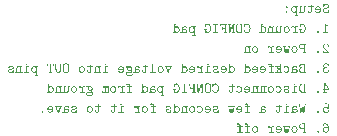
<source format=gbo>
G04 Layer: BottomSilkscreenLayer*
G04 EasyEDA Pro v2.2.45.4, 2025-12-13 17:00:57*
G04 Gerber Generator version 0.3*
G04 Scale: 100 percent, Rotated: No, Reflected: No*
G04 Dimensions in millimeters*
G04 Leading zeros omitted, absolute positions, 4 integers and 5 decimals*
G04 Generated by one-click*
%FSLAX45Y45*%
%MOMM*%
%ADD10C,0.254*%
%ADD11C,0.4012*%
G75*


G04 Text Start*
G36*
G01X-714664Y-40409D02*
G01X-715818Y-40986D01*
G01X-717357Y-41564D01*
G01X-719474Y-42333D01*
G01X-724477Y-42718D01*
G01X-728711Y-42526D01*
G01X-730635Y-41949D01*
G01X-732751Y-41179D01*
G01X-734483Y-40409D01*
G01X-735830Y-39639D01*
G01X-737177Y-38677D01*
G01X-738524Y-37523D01*
G01X-739679Y-36560D01*
G01X-740256Y-36464D01*
G01X-740449Y-36946D01*
G01X-740641Y-38293D01*
G01X-741026Y-39832D01*
G01X-741411Y-40698D01*
G01X-742180Y-41371D01*
G01X-744730Y-41804D01*
G01X-750454Y-41949D01*
G01X-756179Y-41756D01*
G01X-758729Y-41179D01*
G01X-759499Y-40265D01*
G01X-759883Y-39062D01*
G01X-759883Y-36946D01*
G01X-758921Y-35599D01*
G01X-757189Y-34829D01*
G01X-755265Y-34444D01*
G01X-751801Y-34252D01*
G01X-749300Y-34252D01*
G01X-749300Y-14047D01*
G01X-740449Y-14047D01*
G01X-740256Y-21744D01*
G01X-739679Y-23476D01*
G01X-738909Y-25208D01*
G01X-738139Y-26747D01*
G01X-737370Y-28094D01*
G01X-736600Y-29056D01*
G01X-735446Y-30596D01*
G01X-734099Y-31750D01*
G01X-733136Y-32520D01*
G01X-731982Y-33289D01*
G01X-730635Y-33867D01*
G01X-730635Y-33867D01*
G01X-728711Y-34636D01*
G01X-724862Y-35021D01*
G01X-722168Y-34829D01*
G01X-721206Y-34636D01*
G01X-719859Y-34252D01*
G01X-718704Y-33674D01*
G01X-717357Y-32905D01*
G01X-716011Y-31943D01*
G01X-714086Y-30018D01*
G01X-712932Y-28671D01*
G01X-711777Y-26939D01*
G01X-710815Y-25208D01*
G01X-710046Y-23476D01*
G01X-709468Y-21552D01*
G01X-709083Y-19820D01*
G01X-708699Y-17896D01*
G01X-708506Y-13855D01*
G01X-708699Y-10583D01*
G01X-709083Y-8852D01*
G01X-709661Y-6927D01*
G01X-710430Y-5196D01*
G01X-711200Y-3656D01*
G01X-712162Y-2117D01*
G01X-713317Y-770D01*
G01X-714086Y192D01*
G01X-715049Y1154D01*
G01X-716203Y2117D01*
G01X-717165Y2886D01*
G01X-719859Y4233D01*
G01X-721976Y5003D01*
G01X-724093Y5388D01*
G01X-725632Y5580D01*
G01X-727171Y5580D01*
G01X-728903Y5388D01*
G01X-730443Y5003D01*
G01X-731982Y4426D01*
G01X-733136Y3848D01*
G01X-734291Y3079D01*
G01X-735446Y2117D01*
G01X-736407Y1154D01*
G01X-737562Y-193D01*
G01X-738524Y-1732D01*
G01X-739294Y-3079D01*
G01X-739871Y-4810D01*
G01X-740256Y-6350D01*
G01X-740449Y-14047D01*
G01X-749300Y-14047D01*
G01X-749300Y-770D01*
G01X-749156Y24582D01*
G01X-748723Y33674D01*
G01X-748001Y34492D01*
G01X-746991Y35021D01*
G01X-739101Y35406D01*
G01X-731789Y35021D01*
G01X-730635Y33867D01*
G01X-730202Y32856D01*
G01X-730057Y31365D01*
G01X-730202Y29922D01*
G01X-730635Y29056D01*
G01X-732367Y28094D01*
G01X-736985Y27709D01*
G01X-740449Y27709D01*
G01X-740449Y17895D01*
G01X-740304Y10583D01*
G01X-739871Y8274D01*
G01X-738524Y9044D01*
G01X-736793Y10198D01*
G01X-734868Y11161D01*
G01X-733136Y11930D01*
G01X-731020Y12507D01*
G01X-729096Y12892D01*
G01X-726017Y13277D01*
G01X-724093Y13277D01*
G01X-721206Y12892D01*
G01X-718897Y12315D01*
G01X-717165Y11738D01*
G01X-715626Y11161D01*
G01X-712932Y9621D01*
G01X-711777Y8851D01*
G01X-710238Y7697D01*
G01X-706967Y4426D01*
G01X-705427Y2501D01*
G01X-704465Y1154D01*
G01X-703503Y-577D01*
G01X-702733Y-2117D01*
G01X-701964Y-3849D01*
G01X-701194Y-5965D01*
G01X-700617Y-8274D01*
G01X-700232Y-10199D01*
G01X-699847Y-12893D01*
G01X-699654Y-15586D01*
G01X-699847Y-18280D01*
G01X-700232Y-20974D01*
G01X-700617Y-22706D01*
G01X-701194Y-24630D01*
G01X-701964Y-26555D01*
G01X-702733Y-28286D01*
G01X-703503Y-29826D01*
G01X-704273Y-31173D01*
G01X-705235Y-32520D01*
G01X-706389Y-33867D01*
G01X-709276Y-36753D01*
G01X-710623Y-37908D01*
G01X-711970Y-38870D01*
G01X-714664Y-40409D01*
G37*
G36*
G01X-643659Y-39832D02*
G01X-645583Y-40794D01*
G01X-647700Y-41564D01*
G01X-650009Y-42333D01*
G01X-655974Y-42718D01*
G01X-661362Y-42526D01*
G01X-665596Y-41756D01*
G01X-669636Y-40409D01*
G01X-671368Y-39639D01*
G01X-672907Y-38870D01*
G01X-674254Y-38293D01*
G01X-675024Y-38677D01*
G01X-676371Y-39832D01*
G01X-678296Y-40794D01*
G01X-680220Y-41371D01*
G01X-682144Y-41756D01*
G01X-687532Y-41949D01*
G01X-691092Y-41756D01*
G01X-692920Y-41179D01*
G01X-693689Y-40265D01*
G01X-694074Y-39062D01*
G01X-694074Y-36753D01*
G01X-693689Y-35935D01*
G01X-692920Y-35406D01*
G01X-691380Y-34829D01*
G01X-689456Y-34444D01*
G01X-685800Y-34252D01*
G01X-682721Y-33867D01*
G01X-681759Y-32905D01*
G01X-681603Y-20589D01*
G01X-673100Y-20589D01*
G01X-672907Y-27517D01*
G01X-672523Y-28864D01*
G01X-671561Y-30596D01*
G01X-669829Y-31943D01*
G01X-666750Y-33482D01*
G01X-664441Y-34252D01*
G01X-662324Y-34636D01*
G01X-662324Y-34636D01*
G01X-660977Y-34829D01*
G01X-656744Y-35021D01*
G01X-652896Y-34829D01*
G01X-651933Y-34636D01*
G01X-650394Y-34252D01*
G01X-648662Y-33482D01*
G01X-647315Y-32712D01*
G01X-646353Y-31943D01*
G01X-645391Y-30788D01*
G01X-644621Y-29633D01*
G01X-644044Y-28094D01*
G01X-643659Y-26362D01*
G01X-643659Y-24630D01*
G01X-644621Y-22514D01*
G01X-646353Y-20782D01*
G01X-648277Y-19435D01*
G01X-650201Y-18473D01*
G01X-652126Y-17703D01*
G01X-654435Y-16933D01*
G01X-656744Y-16356D01*
G01X-660593Y-15586D01*
G01X-663286Y-15202D01*
G01X-666365Y-14817D01*
G01X-670021Y-14624D01*
G01X-672715Y-14432D01*
G01X-673004Y-15875D01*
G01X-673100Y-20589D01*
G01X-681603Y-20589D01*
G01X-681374Y-2502D01*
G01X-680797Y-770D01*
G01X-680027Y1347D01*
G01X-679065Y3271D01*
G01X-677718Y5195D01*
G01X-675409Y7504D01*
G01X-674062Y8659D01*
G01X-670983Y10583D01*
G01X-669251Y11353D01*
G01X-667712Y11930D01*
G01X-665596Y12507D01*
G01X-661747Y13277D01*
G01X-658861Y13470D01*
G01X-656744Y13662D01*
G01X-654820Y13854D01*
G01X-652896Y13662D01*
G01X-648277Y13277D01*
G01X-646546Y12892D01*
G01X-644621Y12315D01*
G01X-643082Y11738D01*
G01X-641927Y11161D01*
G01X-640965Y10391D01*
G01X-640003Y9429D01*
G01X-639233Y8274D01*
G01X-638656Y6735D01*
G01X-638271Y5195D01*
G01X-638079Y3848D01*
G01X-638464Y2309D01*
G01X-639426Y770D01*
G01X-640965Y-577D01*
G01X-643659Y-1155D01*
G01X-646353Y-577D01*
G01X-647700Y385D01*
G01X-648470Y1540D01*
G01X-649047Y3271D01*
G01X-649432Y4811D01*
G01X-650586Y5580D01*
G01X-652703Y5773D01*
G01X-654435Y5965D01*
G01X-656551Y6157D01*
G01X-658668Y5965D01*
G01X-662517Y5580D01*
G01X-664249Y5003D01*
G01X-666365Y4233D01*
G01X-667712Y3464D01*
G01X-668674Y2694D01*
G01X-670599Y770D01*
G01X-671368Y-385D01*
G01X-671946Y-1732D01*
G01X-672523Y-4041D01*
G01X-672907Y-6350D01*
G01X-672523Y-6783D01*
G01X-670983Y-6927D01*
G01X-668289Y-7120D01*
G01X-663286Y-7505D01*
G01X-660207Y-7889D01*
G01X-655589Y-8659D01*
G01X-653665Y-9236D01*
G01X-651356Y-9814D01*
G01X-649624Y-10391D01*
G01X-646546Y-11546D01*
G01X-644814Y-12315D01*
G01X-643082Y-13277D01*
G01X-641350Y-14432D01*
G01X-640003Y-15586D01*
G01X-638079Y-17510D01*
G01X-637117Y-18858D01*
G01X-636154Y-20589D01*
G01X-635385Y-22899D01*
G01X-635000Y-26555D01*
G01X-635193Y-29441D01*
G01X-635770Y-31173D01*
G01X-636539Y-32905D01*
G01X-637501Y-34444D01*
G01X-638656Y-35791D01*
G01X-640580Y-37715D01*
G01X-641927Y-38677D01*
G01X-643659Y-39832D01*
G37*
G36*
G01X-563611Y-67926D02*
G01X-563996Y-68792D01*
G01X-564765Y-69465D01*
G01X-566304Y-70235D01*
G01X-578427Y-70427D01*
G01X-590550Y-70235D01*
G01X-591897Y-69658D01*
G01X-593051Y-68310D01*
G01X-593436Y-66002D01*
G01X-593292Y-64847D01*
G01X-592859Y-64077D01*
G01X-591320Y-63115D01*
G01X-586509Y-62730D01*
G01X-582661Y-62730D01*
G01X-582661Y-49646D01*
G01X-582805Y-39880D01*
G01X-583238Y-36753D01*
G01X-584200Y-37523D01*
G01X-585547Y-38677D01*
G01X-587279Y-39832D01*
G01X-589011Y-40794D01*
G01X-590743Y-41564D01*
G01X-592667Y-42141D01*
G01X-594399Y-42526D01*
G01X-598054Y-42718D01*
G01X-601711Y-42526D01*
G01X-603443Y-42141D01*
G01X-605367Y-41564D01*
G01X-607291Y-40794D01*
G01X-609023Y-40024D01*
G01X-610562Y-39062D01*
G01X-612486Y-37715D01*
G01X-614026Y-36560D01*
G01X-615950Y-34636D01*
G01X-616912Y-33482D01*
G01X-617682Y-32327D01*
G01X-618451Y-31365D01*
G01X-619221Y-30210D01*
G01X-620183Y-28671D01*
G01X-621146Y-26555D01*
G01X-621915Y-24630D01*
G01X-622493Y-22706D01*
G01X-622877Y-20974D01*
G01X-623262Y-19050D01*
G01X-623647Y-15971D01*
G01X-623647Y-15394D01*
G01X-614988Y-15394D01*
G01X-614796Y-18665D01*
G01X-614411Y-20589D01*
G01X-613833Y-22514D01*
G01X-612679Y-25208D01*
G01X-611717Y-26747D01*
G01X-610370Y-28671D01*
G01X-608061Y-30980D01*
G01X-607099Y-31750D01*
G01X-606136Y-32327D01*
G01X-604789Y-33097D01*
G01X-603250Y-33867D01*
G01X-601518Y-34444D01*
G01X-601518Y-34444D01*
G01X-599786Y-34829D01*
G01X-596900Y-35021D01*
G01X-594399Y-34829D01*
G01X-593051Y-34444D01*
G01X-591127Y-33674D01*
G01X-589780Y-32712D01*
G01X-588818Y-31943D01*
G01X-587664Y-30596D01*
G01X-586317Y-28864D01*
G01X-585354Y-27132D01*
G01X-584585Y-25593D01*
G01X-584007Y-24053D01*
G01X-583238Y-20974D01*
G01X-583046Y-19243D01*
G01X-582853Y-17896D01*
G01X-582661Y-12893D01*
G01X-582853Y-7889D01*
G01X-583046Y-6350D01*
G01X-583430Y-4810D01*
G01X-584007Y-3464D01*
G01X-584777Y-1924D01*
G01X-585739Y-577D01*
G01X-586509Y385D01*
G01X-587279Y1154D01*
G01X-589203Y2694D01*
G01X-590550Y3464D01*
G01X-592089Y4233D01*
G01X-593629Y4811D01*
G01X-595168Y5195D01*
G01X-597862Y5580D01*
G01X-599786Y5580D01*
G01X-602096Y5195D01*
G01X-603635Y4618D01*
G01X-605174Y3848D01*
G01X-606521Y3079D01*
G01X-607483Y2309D01*
G01X-609407Y385D01*
G01X-610562Y-962D01*
G01X-611717Y-2694D01*
G01X-612679Y-4426D01*
G01X-613449Y-6350D01*
G01X-614218Y-8659D01*
G01X-614603Y-10776D01*
G01X-614796Y-12123D01*
G01X-614988Y-15394D01*
G01X-623647Y-15394D01*
G01X-623647Y-12508D01*
G01X-623262Y-9236D01*
G01X-622877Y-7120D01*
G01X-622300Y-5388D01*
G01X-621530Y-3271D01*
G01X-620761Y-1347D01*
G01X-619799Y385D01*
G01X-618644Y2117D01*
G01X-617297Y4041D01*
G01X-614026Y7312D01*
G01X-612101Y8851D01*
G01X-610947Y9621D01*
G01X-609407Y10583D01*
G01X-607676Y11353D01*
G01X-606136Y11930D01*
G01X-604212Y12507D01*
G01X-602480Y12892D01*
G01X-599017Y13277D01*
G01X-597477Y13277D01*
G01X-595553Y13085D01*
G01X-594014Y12892D01*
G01X-592089Y12315D01*
G01X-589780Y11545D01*
G01X-588241Y10776D01*
G01X-586894Y10006D01*
G01X-583430Y7697D01*
G01X-582661Y7312D01*
G01X-582661Y8851D01*
G01X-582468Y10198D01*
G01X-581891Y11161D01*
G01X-580159Y12123D01*
G01X-577850Y12507D01*
G01X-571885Y12700D01*
G01X-566689Y12507D01*
G01X-565343Y12123D01*
G01X-564669Y11738D01*
G01X-564188Y10968D01*
G01X-563611Y9429D01*
G01X-563418Y7890D01*
G01X-563996Y6350D01*
G01X-565535Y5388D01*
G01X-570346Y5003D01*
G01X-574194Y5003D01*
G01X-574194Y-62730D01*
G01X-569961Y-62730D01*
G01X-566545Y-62923D01*
G01X-564765Y-63500D01*
G01X-563996Y-64414D01*
G01X-563611Y-65617D01*
G01X-563611Y-67926D01*
G37*
G36*
G01X-453159Y-41564D02*
G01X-454506Y-42141D01*
G01X-455853Y-42526D01*
G01X-457585Y-43103D01*
G01X-461433Y-43488D01*
G01X-464704Y-43296D01*
G01X-466436Y-42910D01*
G01X-468361Y-42333D01*
G01X-470093Y-41564D01*
G01X-471632Y-40794D01*
G01X-473171Y-39832D01*
G01X-474518Y-38677D01*
G01X-475480Y-37715D01*
G01X-476443Y-37138D01*
G01X-476731Y-37378D01*
G01X-476827Y-38485D01*
G01X-477020Y-39832D01*
G01X-477597Y-40794D01*
G01X-479329Y-41756D01*
G01X-481638Y-41949D01*
G01X-483562Y-41564D01*
G01X-484524Y-40602D01*
G01X-485101Y-39062D01*
G01X-485294Y-26747D01*
G01X-485294Y-15394D01*
G01X-487026Y-15394D01*
G01X-489720Y-14817D01*
G01X-490537Y-14095D01*
G01X-491067Y-13085D01*
G01X-491259Y-10776D01*
G01X-490489Y-9236D01*
G01X-489335Y-8467D01*
G01X-487796Y-8082D01*
G01X-486256Y-7889D01*
G01X-477982Y-7697D01*
G01X-469707Y-7889D01*
G01X-468361Y-8274D01*
G01X-467206Y-9044D01*
G01X-466436Y-10199D01*
G01X-466051Y-11930D01*
G01X-466436Y-13662D01*
G01X-467591Y-14817D01*
G01X-469178Y-15250D01*
G01X-472401Y-15394D01*
G01X-476443Y-15394D01*
G01X-476443Y-16356D01*
G01X-476250Y-17896D01*
G01X-475865Y-20589D01*
G01X-475288Y-22514D01*
G01X-474518Y-25015D01*
G01X-473749Y-27132D01*
G01X-472786Y-28864D01*
G01X-471632Y-30596D01*
G01X-470477Y-31943D01*
G01X-469515Y-32905D01*
G01X-468553Y-33674D01*
G01X-465859Y-35021D01*
G01X-463550Y-35599D01*
G01X-460856Y-35791D01*
G01X-458932Y-35599D01*
G01X-457393Y-35021D01*
G01X-455468Y-34059D01*
G01X-453929Y-33097D01*
G01X-452389Y-31943D01*
G01X-451043Y-30596D01*
G01X-448733Y-27517D01*
G01X-447964Y-26362D01*
G01X-447001Y-24823D01*
G01X-446039Y-22899D01*
G01X-445270Y-20974D01*
G01X-444500Y-18858D01*
G01X-443730Y-16549D01*
G01X-443153Y-13855D01*
G01X-442768Y-11738D01*
G01X-442383Y-9429D01*
G01X-442191Y-5773D01*
G01X-441999Y-3464D01*
G01X-441999Y-2502D01*
G01X-442383Y3656D01*
G01X-442768Y6350D01*
G01X-443538Y9814D01*
G01X-444115Y11545D01*
G01X-444885Y13662D01*
G01X-445654Y15586D01*
G01X-446424Y17126D01*
G01X-447964Y19820D01*
G01X-448733Y20974D01*
G01X-449888Y22514D01*
G01X-452197Y24823D01*
G01X-453544Y25977D01*
G01X-455276Y27132D01*
G01X-457200Y28094D01*
G01X-459317Y28671D01*
G01X-461241Y29056D01*
G01X-463743Y29056D01*
G01X-466051Y28479D01*
G01X-467783Y27709D01*
G01X-469130Y26940D01*
G01X-470093Y26170D01*
G01X-471054Y25207D01*
G01X-472594Y23283D01*
G01X-473364Y22129D01*
G01X-474903Y19050D01*
G01X-475480Y17318D01*
G01X-476057Y15394D01*
G01X-476443Y13662D01*
G01X-476635Y12123D01*
G01X-477212Y10583D01*
G01X-477693Y9814D01*
G01X-478367Y9429D01*
G01X-479714Y9044D01*
G01X-481446Y8851D01*
G01X-483562Y9429D01*
G01X-484909Y10968D01*
G01X-485294Y23091D01*
G01X-485150Y31702D01*
G01X-484717Y35214D01*
G01X-484043Y35983D01*
G01X-483177Y36368D01*
G01X-481638Y36753D01*
G01X-480099Y36561D01*
G01X-478751Y35406D01*
G01X-477982Y34059D01*
G01X-477212Y32520D01*
G01X-476443Y31365D01*
G01X-475096Y31942D01*
G01X-473171Y33290D01*
G01X-469707Y35021D01*
G01X-468168Y35598D01*
G01X-465089Y36368D01*
G01X-463165Y36561D01*
G01X-461626Y36753D01*
G01X-460086Y36753D01*
G01X-458354Y36561D01*
G01X-457007Y36368D01*
G01X-455276Y35791D01*
G01X-453159Y35021D01*
G01X-451620Y34251D01*
G01X-450080Y33290D01*
G01X-448156Y31942D01*
G01X-446617Y30788D01*
G01X-444693Y28864D01*
G01X-442383Y26170D01*
G01X-441614Y25207D01*
G01X-440844Y23861D01*
G01X-439882Y22129D01*
G01X-438343Y19435D01*
G01X-437573Y17511D01*
G01X-436803Y15779D01*
G01X-435649Y12315D01*
G01X-435071Y10198D01*
G01X-433917Y4426D01*
G01X-433532Y962D01*
G01X-433339Y-4041D01*
G01X-433532Y-9044D01*
G01X-433917Y-12508D01*
G01X-434686Y-16356D01*
G01X-435264Y-18280D01*
G01X-436033Y-20782D01*
G01X-436803Y-23091D01*
G01X-437573Y-24823D01*
G01X-438150Y-26170D01*
G01X-438727Y-27324D01*
G01X-440267Y-30018D01*
G01X-442191Y-32712D01*
G01X-442961Y-33674D01*
G01X-443923Y-34636D01*
G01X-445077Y-35983D01*
G01X-446232Y-37138D01*
G01X-447194Y-37908D01*
G01X-448349Y-38870D01*
G01X-449888Y-39832D01*
G01X-451620Y-40794D01*
G01X-453159Y-41564D01*
G37*
G36*
G01X-299027Y-36946D02*
G01X-298643Y-38677D01*
G01X-299412Y-40602D01*
G01X-300567Y-41756D01*
G01X-313459Y-41949D01*
G01X-326544Y-41564D01*
G01X-327506Y-40794D01*
G01X-328083Y-39447D01*
G01X-328276Y-37523D01*
G01X-328083Y-36609D01*
G01X-327506Y-35791D01*
G01X-325774Y-34829D01*
G01X-323850Y-34444D01*
G01X-319809Y-34252D01*
G01X-316730Y-34252D01*
G01X-316730Y-7312D01*
G01X-334049Y-7312D01*
G01X-334049Y-9236D01*
G01X-334241Y-11738D01*
G01X-334818Y-13085D01*
G01X-335444Y-13710D01*
G01X-336550Y-14047D01*
G01X-339244Y-14239D01*
G01X-340447Y-14047D01*
G01X-341361Y-13470D01*
G01X-342515Y-11546D01*
G01X-342900Y-3079D01*
G01X-342707Y4811D01*
G01X-342130Y6157D01*
G01X-340976Y7120D01*
G01X-339629Y7504D01*
G01X-337897Y7697D01*
G01X-335780Y7120D01*
G01X-335011Y6398D01*
G01X-334626Y5388D01*
G01X-334241Y3656D01*
G01X-334049Y1732D01*
G01X-334049Y385D01*
G01X-316730Y385D01*
G01X-316730Y27709D01*
G01X-348673Y27709D01*
G01X-348673Y22898D01*
G01X-348865Y19050D01*
G01X-349443Y17126D01*
G01X-350453Y16356D01*
G01X-351944Y15971D01*
G01X-354830Y16164D01*
G01X-355841Y16693D01*
G01X-356562Y17511D01*
G01X-356995Y20060D01*
G01X-357139Y25785D01*
G01X-356947Y31509D01*
G01X-356370Y34059D01*
G01X-355359Y34829D01*
G01X-353868Y35214D01*
G01X-326736Y35406D01*
G01X-300759Y35021D01*
G01X-299797Y34251D01*
G01X-299027Y32904D01*
G01X-298643Y31173D01*
G01X-299220Y29441D01*
G01X-299893Y28671D01*
G01X-300759Y28286D01*
G01X-302299Y27901D01*
G01X-305377Y27709D01*
G01X-307879Y27709D01*
G01X-307879Y-34252D01*
G01X-305377Y-34252D01*
G01X-302299Y-34444D01*
G01X-300951Y-34829D01*
G01X-299797Y-35599D01*
G01X-299027Y-36946D01*
G37*
G36*
G01X-372149Y-36946D02*
G01X-371764Y-38485D01*
G01X-372341Y-40217D01*
G01X-373496Y-41564D01*
G01X-395047Y-41949D01*
G01X-411018Y-41756D01*
G01X-416983Y-41179D01*
G01X-417753Y-40265D01*
G01X-418138Y-39062D01*
G01X-418138Y-36946D01*
G01X-417368Y-35791D01*
G01X-416214Y-35021D01*
G01X-414867Y-34636D01*
G01X-413520Y-34444D01*
G01X-406207Y-34252D01*
G01X-399473Y-34252D01*
G01X-399473Y27709D01*
G01X-407362Y27709D01*
G01X-416021Y28094D01*
G01X-417368Y28864D01*
G01X-417849Y29585D01*
G01X-418138Y30980D01*
G01X-418138Y32520D01*
G01X-417753Y33674D01*
G01X-416406Y34829D01*
G01X-415059Y35214D01*
G01X-394470Y35406D01*
G01X-373880Y35021D01*
G01X-372918Y34251D01*
G01X-372149Y32712D01*
G01X-371956Y30595D01*
G01X-372726Y29056D01*
G01X-374457Y28094D01*
G01X-383117Y27709D01*
G01X-390621Y27709D01*
G01X-390621Y-34252D01*
G01X-383309Y-34252D01*
G01X-375420Y-34444D01*
G01X-374073Y-34829D01*
G01X-372918Y-35599D01*
G01X-372149Y-36946D01*
G37*
G36*
G01X-232256Y-37523D02*
G01X-232064Y-38870D01*
G01X-232641Y-40602D01*
G01X-233603Y-41756D01*
G01X-243609Y-41949D01*
G01X-251066Y-41756D01*
G01X-254193Y-41179D01*
G01X-254962Y-40265D01*
G01X-255347Y-39062D01*
G01X-255347Y-36946D01*
G01X-254385Y-35599D01*
G01X-252653Y-34829D01*
G01X-250729Y-34444D01*
G01X-248612Y-34252D01*
G01X-247457Y-34252D01*
G01X-247457Y-5003D01*
G01X-247554Y16885D01*
G01X-247843Y24053D01*
G01X-248612Y22706D01*
G01X-251691Y14240D01*
G01X-252461Y12315D01*
G01X-253038Y10583D01*
G01X-255347Y4426D01*
G01X-255924Y2694D01*
G01X-256694Y770D01*
G01X-261312Y-11930D01*
G01X-262082Y-13855D01*
G01X-262659Y-15586D01*
G01X-264968Y-21744D01*
G01X-265546Y-23476D01*
G01X-266315Y-25400D01*
G01X-269394Y-33867D01*
G01X-270164Y-35791D01*
G01X-270741Y-37330D01*
G01X-271511Y-39062D01*
G01X-272473Y-40602D01*
G01X-273627Y-41371D01*
G01X-274974Y-41756D01*
G01X-278246Y-41949D01*
G01X-280458Y-41756D01*
G01X-281709Y-41179D01*
G01X-282671Y-39447D01*
G01X-283056Y-37138D01*
G01X-283249Y-4041D01*
G01X-283249Y27709D01*
G01X-285750Y27709D01*
G01X-289021Y28094D01*
G01X-290368Y28864D01*
G01X-291138Y30595D01*
G01X-291138Y32904D01*
G01X-290368Y34251D01*
G01X-289021Y35021D01*
G01X-279400Y35406D01*
G01X-272521Y35262D01*
G01X-269586Y34829D01*
G01X-268769Y34107D01*
G01X-268239Y33097D01*
G01X-267854Y30980D01*
G01X-268624Y29056D01*
G01X-269634Y28286D01*
G01X-271126Y27901D01*
G01X-274397Y27709D01*
G01X-275936Y27709D01*
G01X-275936Y-1924D01*
G01X-275840Y-24101D01*
G01X-275551Y-31365D01*
G01X-274974Y-30210D01*
G01X-274397Y-28479D01*
G01X-273627Y-26555D01*
G01X-270549Y-18088D01*
G01X-269779Y-16164D01*
G01X-269201Y-14432D01*
G01X-266893Y-8274D01*
G01X-266315Y-6543D01*
G01X-265546Y-4618D01*
G01X-262467Y3848D01*
G01X-261697Y5773D01*
G01X-261120Y7504D01*
G01X-258811Y13662D01*
G01X-258233Y15394D01*
G01X-257464Y17318D01*
G01X-256694Y19627D01*
G01X-255924Y21551D01*
G01X-254770Y24630D01*
G01X-254193Y26362D01*
G01X-252461Y30980D01*
G01X-251883Y32135D01*
G01X-250921Y33674D01*
G01X-249189Y34829D01*
G01X-247650Y35214D01*
G01X-240915Y35406D01*
G01X-236056Y35262D01*
G01X-233796Y34829D01*
G01X-232449Y33290D01*
G01X-232064Y31173D01*
G01X-232256Y30066D01*
G01X-232833Y29056D01*
G01X-233844Y28286D01*
G01X-235335Y27901D01*
G01X-238606Y27709D01*
G01X-240146Y27709D01*
G01X-240146Y-34252D01*
G01X-238029Y-34252D01*
G01X-235335Y-34444D01*
G01X-233988Y-34829D01*
G01X-233314Y-35214D01*
G01X-232833Y-35983D01*
G01X-232256Y-37523D01*
G37*
G36*
G01X-120650Y-41179D02*
G01X-122767Y-41949D01*
G01X-125268Y-42718D01*
G01X-127193Y-43296D01*
G01X-130849Y-43488D01*
G01X-134504Y-43296D01*
G01X-138353Y-42526D01*
G01X-140085Y-41949D01*
G01X-141817Y-41179D01*
G01X-144126Y-40024D01*
G01X-145665Y-39062D01*
G01X-147589Y-37715D01*
G01X-151823Y-33482D01*
G01X-152593Y-32520D01*
G01X-153170Y-31365D01*
G01X-153939Y-30018D01*
G01X-154709Y-28479D01*
G01X-155479Y-26555D01*
G01X-156056Y-24053D01*
G01X-156441Y-21552D01*
G01X-156441Y-19820D01*
G01X-155864Y-18473D01*
G01X-154709Y-17318D01*
G01X-152593Y-16741D01*
G01X-150091Y-16933D01*
G01X-148744Y-17896D01*
G01X-148167Y-19243D01*
G01X-147782Y-21167D01*
G01X-147589Y-22899D01*
G01X-147204Y-24438D01*
G01X-146627Y-26170D01*
G01X-145857Y-27709D01*
G01X-144703Y-29441D01*
G01X-143549Y-30788D01*
G01X-141624Y-32327D01*
G01X-140277Y-33289D01*
G01X-138353Y-34252D01*
G01X-136236Y-35021D01*
G01X-133350Y-35599D01*
G01X-130079Y-35791D01*
G01X-127962Y-35599D01*
G01X-126230Y-35021D01*
G01X-124114Y-34252D01*
G01X-122767Y-33482D01*
G01X-121420Y-32520D01*
G01X-120073Y-31365D01*
G01X-117186Y-28479D01*
G01X-116224Y-27324D01*
G01X-115454Y-26170D01*
G01X-114493Y-24823D01*
G01X-113530Y-23091D01*
G01X-112761Y-21552D01*
G01X-111991Y-19820D01*
G01X-111221Y-17703D01*
G01X-110451Y-15202D01*
G01X-109874Y-12508D01*
G01X-109489Y-10583D01*
G01X-109104Y-7505D01*
G01X-108912Y-2694D01*
G01X-109104Y2117D01*
G01X-109489Y4811D01*
G01X-110259Y8659D01*
G01X-110836Y10391D01*
G01X-111606Y12507D01*
G01X-112376Y14432D01*
G01X-113146Y15971D01*
G01X-113915Y17318D01*
G01X-114877Y18857D01*
G01X-115839Y20204D01*
G01X-116994Y21744D01*
G01X-119303Y24053D01*
G01X-120650Y25207D01*
G01X-122382Y26362D01*
G01X-124114Y27324D01*
G01X-125846Y28094D01*
G01X-127962Y28671D01*
G01X-130271Y29056D01*
G01X-132580Y29056D01*
G01X-134889Y28671D01*
G01X-136621Y28094D01*
G01X-138353Y27324D01*
G01X-139700Y26554D01*
G01X-140662Y25785D01*
G01X-142586Y23861D01*
G01X-143741Y22514D01*
G01X-144896Y20590D01*
G01X-145857Y18665D01*
G01X-146627Y16741D01*
G01X-147204Y14624D01*
G01X-147589Y12892D01*
G01X-147974Y11353D01*
G01X-148744Y10006D01*
G01X-149899Y9236D01*
G01X-152015Y8851D01*
G01X-154517Y9429D01*
G01X-155864Y10776D01*
G01X-156441Y13277D01*
G01X-156633Y23861D01*
G01X-156441Y33290D01*
G01X-156056Y34636D01*
G01X-155286Y35791D01*
G01X-154132Y36368D01*
G01X-152785Y36753D01*
G01X-151053Y36368D01*
G01X-149514Y34829D01*
G01X-148551Y32904D01*
G01X-147589Y31365D01*
G01X-147012Y31028D01*
G01X-146435Y31173D01*
G01X-145088Y32135D01*
G01X-143356Y33290D01*
G01X-141432Y34251D01*
G01X-139700Y35021D01*
G01X-137968Y35598D01*
G01X-136429Y35983D01*
G01X-134504Y36368D01*
G01X-131811Y36753D01*
G01X-129117Y36753D01*
G01X-126230Y36368D01*
G01X-123921Y35791D01*
G01X-122189Y35214D01*
G01X-120650Y34636D01*
G01X-119111Y33867D01*
G01X-117764Y33097D01*
G01X-115070Y31173D01*
G01X-114107Y30403D01*
G01X-111221Y27517D01*
G01X-108912Y24630D01*
G01X-107950Y23283D01*
G01X-106026Y20204D01*
G01X-105064Y18280D01*
G01X-104294Y16548D01*
G01X-103524Y14624D01*
G01X-102754Y12315D01*
G01X-101985Y9814D01*
G01X-101407Y7120D01*
G01X-101023Y5195D01*
G01X-100638Y2501D01*
G01X-100253Y-2117D01*
G01X-100061Y-4041D01*
G01X-100253Y-5965D01*
G01X-100638Y-10583D01*
G01X-101023Y-13277D01*
G01X-101793Y-16741D01*
G01X-102370Y-18665D01*
G01X-103139Y-20782D01*
G01X-103717Y-22321D01*
G01X-104294Y-23668D01*
G01X-105064Y-25400D01*
G01X-105833Y-26939D01*
G01X-106603Y-28094D01*
G01X-107565Y-29633D01*
G01X-108720Y-31365D01*
G01X-111029Y-34059D01*
G01X-112568Y-35599D01*
G01X-115262Y-37908D01*
G01X-116609Y-38870D01*
G01X-117764Y-39639D01*
G01X-119111Y-40409D01*
G01X-120650Y-41179D01*
G37*
G36*
G01X-182033Y-42526D02*
G01X-184150Y-42910D01*
G01X-185689Y-43103D01*
G01X-186844Y-43296D01*
G01X-194733Y-43488D01*
G01X-203007Y-43296D01*
G01X-206471Y-42910D01*
G01X-208396Y-42526D01*
G01X-210512Y-41949D01*
G01X-212244Y-41179D01*
G01X-213591Y-40409D01*
G01X-214553Y-39639D01*
G01X-215515Y-38677D01*
G01X-216285Y-37715D01*
G01X-217054Y-36560D01*
G01X-217824Y-35214D01*
G01X-218401Y-33674D01*
G01X-218979Y-31943D01*
G01X-219556Y-29441D01*
G01X-219941Y-27132D01*
G01X-220326Y-24438D01*
G01X-220711Y-20205D01*
G01X-221096Y-9814D01*
G01X-221272Y-3271D01*
G01X-212436Y-3271D01*
G01X-212244Y-15586D01*
G01X-211859Y-20974D01*
G01X-211474Y-24438D01*
G01X-211089Y-26362D01*
G01X-210512Y-28479D01*
G01X-209935Y-30018D01*
G01X-209357Y-31173D01*
G01X-208588Y-32135D01*
G01X-207241Y-33289D01*
G01X-205317Y-34252D01*
G01X-203007Y-35021D01*
G01X-200699Y-35406D01*
G01X-200699Y-35406D01*
G01X-199159Y-35599D01*
G01X-194541Y-35791D01*
G01X-190307Y-35599D01*
G01X-188768Y-35406D01*
G01X-186844Y-35214D01*
G01X-185112Y-34636D01*
G01X-182996Y-33482D01*
G01X-181649Y-32135D01*
G01X-180879Y-31173D01*
G01X-180109Y-29826D01*
G01X-179339Y-27709D01*
G01X-178954Y-25785D01*
G01X-178762Y-24438D01*
G01X-178377Y-22129D01*
G01X-178185Y-19627D01*
G01X-177993Y-18280D01*
G01X-177607Y-7889D01*
G01X-177415Y-1539D01*
G01X-177607Y4811D01*
G01X-177993Y14047D01*
G01X-178377Y17511D01*
G01X-179147Y21359D01*
G01X-179724Y22898D01*
G01X-180494Y24438D01*
G01X-181264Y25592D01*
G01X-182611Y26747D01*
G01X-184343Y27709D01*
G01X-186074Y28286D01*
G01X-187999Y28671D01*
G01X-190115Y28864D01*
G01X-191847Y29056D01*
G01X-195503Y29248D01*
G01X-199159Y29056D01*
G01X-202623Y28671D01*
G01X-204162Y28286D01*
G01X-206086Y27517D01*
G01X-207626Y26554D01*
G01X-208588Y25592D01*
G01X-209357Y24438D01*
G01X-210127Y22898D01*
G01X-210897Y20590D01*
G01X-211474Y17511D01*
G01X-211859Y14432D01*
G01X-212051Y11353D01*
G01X-212244Y9044D01*
G01X-212436Y-3271D01*
G01X-221272Y-3271D01*
G01X-221288Y-2694D01*
G01X-221096Y4426D01*
G01X-220711Y14817D01*
G01X-220326Y19050D01*
G01X-219941Y21744D01*
G01X-219171Y25207D01*
G01X-218594Y26940D01*
G01X-217824Y28671D01*
G01X-217054Y30018D01*
G01X-215900Y31750D01*
G01X-214361Y33097D01*
G01X-212821Y34059D01*
G01X-211282Y34829D01*
G01X-209935Y35214D01*
G01X-208011Y35791D01*
G01X-205894Y36176D01*
G01X-204547Y36368D01*
G01X-199159Y36753D01*
G01X-194156Y36945D01*
G01X-189153Y36753D01*
G01X-184150Y36368D01*
G01X-182033Y35983D01*
G01X-179724Y35406D01*
G01X-177993Y34636D01*
G01X-176068Y33482D01*
G01X-174721Y32327D01*
G01X-173951Y31365D01*
G01X-172989Y30018D01*
G01X-172027Y28094D01*
G01X-171257Y26170D01*
G01X-170680Y23861D01*
G01X-170296Y21744D01*
G01X-169911Y19435D01*
G01X-169526Y16356D01*
G01X-169333Y13277D01*
G01X-169141Y10968D01*
G01X-168949Y-4041D01*
G01X-169141Y-19050D01*
G01X-169526Y-24438D01*
G01X-169911Y-27902D01*
G01X-170680Y-31750D01*
G01X-171257Y-33482D01*
G01X-172027Y-35214D01*
G01X-172797Y-36753D01*
G01X-173759Y-38100D01*
G01X-174721Y-39062D01*
G01X-176068Y-40217D01*
G01X-177993Y-41179D01*
G01X-179724Y-41949D01*
G01X-182033Y-42526D01*
G37*
G36*
G01X564957Y137968D02*
G01X564765Y130079D01*
G01X564188Y126807D01*
G01X563033Y125653D01*
G01X561494Y125461D01*
G01X559377Y126038D01*
G01X558030Y127577D01*
G01X557261Y129309D01*
G01X556683Y130656D01*
G01X556299Y130945D01*
G01X555529Y130656D01*
G01X553989Y129694D01*
G01X552450Y128924D01*
G01X550718Y128154D01*
G01X547254Y127000D01*
G01X545715Y126615D01*
G01X544368Y126423D01*
G01X542444Y126038D01*
G01X539365Y125653D01*
G01X535132Y125461D01*
G01X532053Y125653D01*
G01X530129Y126038D01*
G01X528012Y126615D01*
G01X526280Y127192D01*
G01X524741Y127770D01*
G01X523394Y128540D01*
G01X521854Y129501D01*
G01X520507Y130464D01*
G01X516659Y134312D01*
G01X515889Y135274D01*
G01X515120Y136621D01*
G01X514157Y138353D01*
G01X513388Y140085D01*
G01X512811Y141817D01*
G01X512426Y143356D01*
G01X512041Y145665D01*
G01X511849Y149129D01*
G01X512041Y151438D01*
G01X512426Y152977D01*
G01X513003Y154709D01*
G01X513580Y156248D01*
G01X514157Y157595D01*
G01X514927Y158942D01*
G01X516082Y160674D01*
G01X517236Y162214D01*
G01X519161Y164138D01*
G01X521085Y165677D01*
G01X522239Y166447D01*
G01X524549Y167601D01*
G01X525896Y168179D01*
G01X527435Y168756D01*
G01X529167Y169333D01*
G01X531283Y169911D01*
G01X533207Y170295D01*
G01X535132Y170873D01*
G01X537826Y171450D01*
G01X539750Y171835D01*
G01X543214Y172604D01*
G01X545138Y172990D01*
G01X547254Y173567D01*
G01X548794Y174144D01*
G01X550333Y174914D01*
G01X551680Y175876D01*
G01X553220Y177030D01*
G01X554374Y178377D01*
G01X554951Y179340D01*
G01X555721Y180686D01*
G01X556491Y182995D01*
G01X556876Y185690D01*
G01X556683Y187614D01*
G01X556299Y188961D01*
G01X555529Y190692D01*
G01X554567Y192232D01*
G01X552643Y194156D01*
G01X551488Y195118D01*
G01X550141Y195888D01*
G01X548601Y196657D01*
G01X546293Y197427D01*
G01X543983Y197812D01*
G01X540904Y198197D01*
G01X536286Y197620D01*
G01X534554Y197042D01*
G01X532823Y196273D01*
G01X531476Y195503D01*
G01X530321Y194733D01*
G01X529359Y193964D01*
G01X528204Y192617D01*
G01X527050Y190885D01*
G01X526088Y189153D01*
G01X525318Y187421D01*
G01X524741Y185497D01*
G01X523971Y182033D01*
G01X523009Y179917D01*
G01X521999Y179147D01*
G01X520507Y178762D01*
G01X517621Y178954D01*
G01X516611Y179484D01*
G01X515889Y180301D01*
G01X515456Y183765D01*
G01X515312Y192232D01*
G01X515456Y200698D01*
G01X515889Y204162D01*
G01X516563Y204932D01*
G01X517429Y205317D01*
G01X518968Y205701D01*
G01X520315Y205509D01*
G01X521470Y204740D01*
G01X522239Y203392D01*
G01X523009Y201661D01*
G01X523586Y200314D01*
G01X523875Y199977D01*
G01X524356Y200121D01*
G01X525703Y201083D01*
G01X527435Y202238D01*
G01X529359Y203200D01*
G01X531476Y203970D01*
G01X533977Y204740D01*
G01X537056Y205317D01*
G01X540135Y205701D01*
G01X542444Y205894D01*
G01X547062Y205317D01*
G01X548986Y204740D01*
G01X551296Y203970D01*
G01X553027Y203200D01*
G01X554374Y202430D01*
G01X555914Y201468D01*
G01X557261Y200314D01*
G01X559185Y198774D01*
G01X560339Y197235D01*
G01X561686Y195503D01*
G01X562649Y193771D01*
G01X563418Y192232D01*
G01X563996Y190500D01*
G01X564380Y188768D01*
G01X564765Y187229D01*
G01X564957Y183957D01*
G01X564765Y181071D01*
G01X564188Y179147D01*
G01X563418Y177223D01*
G01X562649Y175683D01*
G01X561879Y174336D01*
G01X559570Y171450D01*
G01X556876Y169141D01*
G01X555914Y168371D01*
G01X551680Y166254D01*
G01X550141Y165677D01*
G01X548409Y165100D01*
G01X546293Y164523D01*
G01X544368Y164138D01*
G01X540904Y163368D01*
G01X538980Y162791D01*
G01X536286Y162214D01*
G01X534362Y161829D01*
G01X532438Y161251D01*
G01X529936Y160482D01*
G01X528012Y159712D01*
G01X526280Y158750D01*
G01X524933Y157788D01*
G01X523971Y157018D01*
G01X522817Y155671D01*
G01X521854Y154132D01*
G01X521085Y152592D01*
G01X520507Y150668D01*
G01X520123Y148744D01*
G01X519930Y146435D01*
G01X520123Y144511D01*
G01X520507Y143164D01*
G01X521277Y141432D01*
G01X522239Y139700D01*
G01X523201Y138545D01*
G01X525126Y136621D01*
G01X526473Y135659D01*
G01X528204Y134697D01*
G01X530321Y133927D01*
G01X533207Y133350D01*
G01X537249Y133157D01*
G01X540135Y133350D01*
G01X542829Y133735D01*
G01X546870Y135082D01*
G01X548601Y135851D01*
G01X550141Y136814D01*
G01X551488Y137776D01*
G01X552450Y138545D01*
G01X553604Y139892D01*
G01X554567Y141432D01*
G01X555336Y143164D01*
G01X555914Y145280D01*
G01X556299Y147974D01*
G01X556876Y150668D01*
G01X557357Y151438D01*
G01X558030Y151823D01*
G01X559377Y152207D01*
G01X561301Y152400D01*
G01X562552Y152207D01*
G01X563611Y151630D01*
G01X564380Y150716D01*
G01X564765Y149514D01*
G01X564957Y137968D01*
G37*
G36*
G01X411596Y128732D02*
G01X409671Y127770D01*
G01X407554Y127000D01*
G01X405823Y126423D01*
G01X401204Y126230D01*
G01X396586Y126423D01*
G01X395047Y126807D01*
G01X393315Y127385D01*
G01X391776Y127962D01*
G01X390429Y128540D01*
G01X388889Y129501D01*
G01X386965Y130848D01*
G01X385618Y132195D01*
G01X384849Y133157D01*
G01X383886Y134504D01*
G01X382924Y136044D01*
G01X382347Y137583D01*
G01X381962Y139123D01*
G01X381577Y141047D01*
G01X381385Y143741D01*
G01X381962Y146050D01*
G01X382636Y146820D01*
G01X383501Y147204D01*
G01X385041Y147590D01*
G01X386388Y147782D01*
G01X388120Y147204D01*
G01X389467Y145665D01*
G01X390044Y142971D01*
G01X390429Y140085D01*
G01X391199Y138161D01*
G01X392161Y136814D01*
G01X393315Y135851D01*
G01X394662Y135082D01*
G01X396201Y134504D01*
G01X397741Y134120D01*
G01X401204Y133927D01*
G01X404861Y134312D01*
G01X406207Y134890D01*
G01X407747Y135851D01*
G01X408901Y137198D01*
G01X409479Y138545D01*
G01X409864Y140085D01*
G01X410056Y141432D01*
G01X410249Y157980D01*
G01X410249Y173951D01*
G01X398511Y173951D01*
G01X386196Y174336D01*
G01X385233Y175106D01*
G01X384656Y176453D01*
G01X384464Y178377D01*
G01X384656Y179291D01*
G01X385233Y180109D01*
G01X387350Y181264D01*
G01X399473Y181648D01*
G01X410249Y181648D01*
G01X410249Y187998D01*
G01X410393Y193001D01*
G01X410826Y195311D01*
G01X411547Y196128D01*
G01X412557Y196657D01*
G01X415059Y197042D01*
G01X416983Y196657D01*
G01X417946Y195695D01*
G01X418523Y194156D01*
G01X418715Y187421D01*
G01X418715Y181648D01*
G01X425065Y181648D01*
G01X431993Y181456D01*
G01X433339Y180879D01*
G01X434494Y179532D01*
G01X435071Y177800D01*
G01X435071Y176453D01*
G01X434494Y175298D01*
G01X433147Y174336D01*
G01X425450Y173951D01*
G01X418715Y173951D01*
G01X418715Y156441D01*
G01X418523Y138353D01*
G01X417946Y136621D01*
G01X417176Y134504D01*
G01X416406Y133157D01*
G01X415636Y132195D01*
G01X414289Y130848D01*
G01X412943Y129694D01*
G01X411596Y128732D01*
G37*
G36*
G01X478559Y127770D02*
G01X476443Y127192D01*
G01X474711Y126807D01*
G01X473749Y126423D01*
G01X468938Y126230D01*
G01X463935Y126423D01*
G01X462011Y126807D01*
G01X459894Y127385D01*
G01X456815Y128540D01*
G01X455276Y129309D01*
G01X453736Y130271D01*
G01X452389Y131233D01*
G01X449503Y134120D01*
G01X448733Y135082D01*
G01X447771Y136429D01*
G01X446809Y138353D01*
G01X446232Y140277D01*
G01X446617Y142201D01*
G01X448156Y143548D01*
G01X450080Y144126D01*
G01X451620Y144126D01*
G01X452774Y143741D01*
G01X453929Y142586D01*
G01X454891Y140662D01*
G01X455661Y139315D01*
G01X456430Y138353D01*
G01X457777Y137198D01*
G01X459124Y136236D01*
G01X460471Y135467D01*
G01X462203Y134697D01*
G01X464704Y134120D01*
G01X469323Y133927D01*
G01X472786Y134120D01*
G01X474518Y134697D01*
G01X476635Y135467D01*
G01X478559Y136429D01*
G01X480483Y137583D01*
G01X481830Y138738D01*
G01X482793Y139507D01*
G01X483947Y140662D01*
G01X485101Y142009D01*
G01X485871Y142971D01*
G01X487218Y145665D01*
G01X487988Y147397D01*
G01X488565Y149321D01*
G01X488950Y150861D01*
G01X483995Y151149D01*
G01X468746Y151245D01*
G01X453255Y151438D01*
G01X447579Y152015D01*
G01X446424Y153940D01*
G01X446039Y156826D01*
G01X446232Y159135D01*
G01X446304Y159712D01*
G01X455276Y159712D01*
G01X455276Y158557D01*
G01X471824Y158557D01*
G01X488565Y158750D01*
G01X488565Y160290D01*
G01X487988Y162406D01*
G01X487218Y164138D01*
G01X486256Y165870D01*
G01X485101Y167601D01*
G01X483947Y168948D01*
G01X482985Y169911D01*
G01X481638Y171065D01*
G01X480291Y172027D01*
G01X478944Y172797D01*
G01X477404Y173567D01*
G01X475673Y174144D01*
G01X473941Y174529D01*
G01X470862Y174914D01*
G01X468938Y174914D01*
G01X466436Y174529D01*
G01X464512Y173951D01*
G01X462973Y173182D01*
G01X461241Y172027D01*
G01X458932Y169718D01*
G01X458162Y168756D01*
G01X457585Y167601D01*
G01X456815Y165870D01*
G01X456238Y164138D01*
G01X455661Y162214D01*
G01X455276Y159712D01*
G01X455276Y159712D01*
G01X446304Y159712D01*
G01X446617Y162214D01*
G01X447001Y163945D01*
G01X447579Y165870D01*
G01X448733Y168948D01*
G01X449503Y170488D01*
G01X450273Y171835D01*
G01X451043Y172990D01*
G01X452197Y174529D01*
G01X454506Y176838D01*
G01X455661Y177800D01*
G01X456815Y178570D01*
G01X458162Y179340D01*
G01X459701Y180109D01*
G01X461433Y180879D01*
G01X463165Y181456D01*
G01X464704Y181841D01*
G01X466629Y182226D01*
G01X468746Y182418D01*
G01X470477Y182611D01*
G01X472017Y182611D01*
G01X474133Y182418D01*
G01X475865Y182226D01*
G01X477404Y181841D01*
G01X479136Y181264D01*
G01X480676Y180686D01*
G01X482023Y180109D01*
G01X483562Y179340D01*
G01X484909Y178570D01*
G01X486256Y177607D01*
G01X488950Y175298D01*
G01X490297Y173951D01*
G01X492221Y171642D01*
G01X494146Y168564D01*
G01X494915Y167024D01*
G01X495685Y165292D01*
G01X496454Y163176D01*
G01X497224Y160674D01*
G01X497609Y158365D01*
G01X497801Y156826D01*
G01X497994Y153747D01*
G01X497801Y150668D01*
G01X497417Y147974D01*
G01X496839Y146242D01*
G01X496070Y144126D01*
G01X495300Y142201D01*
G01X494338Y140470D01*
G01X493183Y138738D01*
G01X492221Y137391D01*
G01X491451Y136429D01*
G01X488565Y133542D01*
G01X486641Y132003D01*
G01X485294Y131041D01*
G01X483754Y130079D01*
G01X482215Y129309D01*
G01X480483Y128540D01*
G01X478559Y127770D01*
G37*
G36*
G01X210897Y168371D02*
G01X209550Y167217D01*
G01X208396Y166640D01*
G01X207433Y166062D01*
G01X204932Y165870D01*
G01X203104Y166014D01*
G01X201853Y166447D01*
G01X200314Y167409D01*
G01X199351Y168371D01*
G01X198582Y169333D01*
G01X197812Y170680D01*
G01X197235Y172990D01*
G01X197235Y175298D01*
G01X198004Y177223D01*
G01X198967Y178762D01*
G01X200314Y179917D01*
G01X202238Y180879D01*
G01X204162Y181456D01*
G01X205701Y181456D01*
G01X207241Y181071D01*
G01X208780Y180494D01*
G01X209935Y179724D01*
G01X211089Y178377D01*
G01X212051Y176838D01*
G01X212629Y174914D01*
G01X212821Y172797D01*
G01X212629Y171450D01*
G01X212051Y170103D01*
G01X210897Y168371D01*
G37*
G36*
G01X210897Y129501D02*
G01X209743Y128540D01*
G01X208396Y127770D01*
G01X207433Y127192D01*
G01X204932Y127000D01*
G01X203104Y127144D01*
G01X201853Y127577D01*
G01X200314Y128540D01*
G01X199351Y129501D01*
G01X198582Y130464D01*
G01X197812Y131811D01*
G01X197235Y134120D01*
G01X197235Y136429D01*
G01X198004Y138353D01*
G01X198967Y139892D01*
G01X200314Y141047D01*
G01X202238Y142009D01*
G01X204162Y142586D01*
G01X205701Y142586D01*
G01X207241Y142201D01*
G01X208780Y141624D01*
G01X209935Y140854D01*
G01X211089Y139507D01*
G01X212051Y137968D01*
G01X212629Y136044D01*
G01X212821Y133927D01*
G01X212629Y132580D01*
G01X211859Y131041D01*
G01X210897Y129501D01*
G37*
G36*
G01X303068Y103332D02*
G01X303261Y101600D01*
G01X302491Y100061D01*
G01X300759Y98906D01*
G01X288444Y98521D01*
G01X276514Y98714D01*
G01X275359Y99098D01*
G01X274204Y99868D01*
G01X273435Y101407D01*
G01X273243Y103140D01*
G01X274012Y104871D01*
G01X274926Y105641D01*
G01X276129Y106026D01*
G01X280747Y106218D01*
G01X284018Y106218D01*
G01X284018Y119111D01*
G01X283874Y128732D01*
G01X283441Y131811D01*
G01X281901Y130848D01*
G01X280170Y129501D01*
G01X278438Y128540D01*
G01X276899Y127770D01*
G01X274974Y127000D01*
G01X272280Y126423D01*
G01X268239Y126230D01*
G01X264968Y126423D01*
G01X263236Y126807D01*
G01X261312Y127385D01*
G01X259388Y128154D01*
G01X257464Y129117D01*
G01X255924Y130079D01*
G01X254770Y130848D01*
G01X253807Y131618D01*
G01X252846Y132580D01*
G01X251883Y133350D01*
G01X250729Y134504D01*
G01X249574Y135851D01*
G01X248612Y137006D01*
G01X247650Y138545D01*
G01X246688Y140277D01*
G01X245918Y141817D01*
G01X245149Y143548D01*
G01X244379Y145857D01*
G01X243801Y148359D01*
G01X243417Y150283D01*
G01X243288Y153362D01*
G01X251691Y153362D01*
G01X251883Y151053D01*
G01X252268Y148359D01*
G01X252846Y146627D01*
G01X253615Y144703D01*
G01X254577Y142971D01*
G01X255539Y141432D01*
G01X256694Y139892D01*
G01X258041Y138545D01*
G01X259580Y137391D01*
G01X261504Y136044D01*
G01X263429Y135082D01*
G01X263429Y135082D01*
G01X265738Y134312D01*
G01X269779Y133927D01*
G01X272665Y134120D01*
G01X273820Y134504D01*
G01X275359Y135082D01*
G01X276514Y135851D01*
G01X278053Y137006D01*
G01X279400Y138545D01*
G01X280939Y140854D01*
G01X281709Y142201D01*
G01X282286Y143548D01*
G01X282864Y145088D01*
G01X283441Y147590D01*
G01X283826Y149898D01*
G01X284018Y155864D01*
G01X283826Y161829D01*
G01X283441Y163561D01*
G01X282864Y165485D01*
G01X281901Y167217D01*
G01X280554Y169141D01*
G01X278823Y170680D01*
G01X277476Y171642D01*
G01X274782Y173182D01*
G01X273243Y173759D01*
G01X271511Y174144D01*
G01X268817Y174529D01*
G01X267277Y174529D01*
G01X264968Y174144D01*
G01X263044Y173567D01*
G01X261504Y172797D01*
G01X260157Y171835D01*
G01X258233Y170295D01*
G01X257271Y169333D01*
G01X256309Y168179D01*
G01X255347Y166640D01*
G01X254385Y164907D01*
G01X253615Y163368D01*
G01X253038Y161829D01*
G01X252653Y160290D01*
G01X252268Y158365D01*
G01X251883Y156056D01*
G01X251691Y153362D01*
G01X243288Y153362D01*
G01X243224Y154901D01*
G01X243417Y159520D01*
G01X243801Y161251D01*
G01X244379Y163176D01*
G01X244956Y164907D01*
G01X245533Y166447D01*
G01X247073Y169526D01*
G01X248035Y171065D01*
G01X248997Y172412D01*
G01X249767Y173374D01*
G01X252653Y176261D01*
G01X253615Y177030D01*
G01X254962Y177992D01*
G01X256501Y178954D01*
G01X259580Y180494D01*
G01X261120Y181071D01*
G01X262659Y181456D01*
G01X264583Y181841D01*
G01X267470Y182226D01*
G01X269586Y182226D01*
G01X272665Y181841D01*
G01X274204Y181456D01*
G01X275936Y180879D01*
G01X277668Y180109D01*
G01X279207Y179340D01*
G01X280554Y178570D01*
G01X281709Y177800D01*
G01X282671Y177030D01*
G01X283633Y176453D01*
G01X283922Y176645D01*
G01X284018Y177607D01*
G01X284403Y179532D01*
G01X285173Y180494D01*
G01X286520Y181071D01*
G01X288829Y181456D01*
G01X294986Y181648D01*
G01X300374Y181456D01*
G01X301721Y180879D01*
G01X302876Y179532D01*
G01X303261Y177223D01*
G01X303068Y176020D01*
G01X302491Y175106D01*
G01X300374Y174144D01*
G01X295756Y173951D01*
G01X292485Y173951D01*
G01X292485Y106218D01*
G01X296718Y106218D01*
G01X301529Y105833D01*
G01X302491Y104871D01*
G01X303068Y103332D01*
G37*
G36*
G01X353099Y128732D02*
G01X351174Y127770D01*
G01X348865Y127000D01*
G01X346941Y126423D01*
G01X341746Y126230D01*
G01X336550Y126423D01*
G01X334818Y126807D01*
G01X332894Y127385D01*
G01X331354Y127962D01*
G01X330007Y128540D01*
G01X328468Y129501D01*
G01X326736Y130271D01*
G01X326159Y130223D01*
G01X325967Y129694D01*
G01X325197Y128154D01*
G01X323465Y127192D01*
G01X315768Y127000D01*
G01X310476Y127192D01*
G01X308071Y127770D01*
G01X307301Y128684D01*
G01X306917Y129886D01*
G01X306917Y132003D01*
G01X307879Y133350D01*
G01X309611Y134120D01*
G01X311535Y134504D01*
G01X314999Y134697D01*
G01X317500Y134697D01*
G01X317500Y156633D01*
G01X317885Y179340D01*
G01X318847Y180494D01*
G01X320386Y181071D01*
G01X322311Y181456D01*
G01X328276Y181648D01*
G01X333856Y181456D01*
G01X335203Y180879D01*
G01X336357Y179532D01*
G01X336743Y177223D01*
G01X336550Y176020D01*
G01X335973Y175106D01*
G01X333856Y174144D01*
G01X329430Y173951D01*
G01X326351Y173951D01*
G01X326351Y158557D01*
G01X326544Y142586D01*
G01X327121Y141047D01*
G01X328276Y139123D01*
G01X329430Y137776D01*
G01X330393Y137006D01*
G01X331739Y136044D01*
G01X333664Y135082D01*
G01X336165Y134312D01*
G01X341361Y133927D01*
G01X345786Y134120D01*
G01X347326Y134697D01*
G01X348673Y135659D01*
G01X349443Y136621D01*
G01X350212Y138161D01*
G01X350597Y158942D01*
G01X350741Y173903D01*
G01X351174Y179532D01*
G01X352714Y180879D01*
G01X355407Y181456D01*
G01X361757Y181648D01*
G01X366953Y181456D01*
G01X368300Y180879D01*
G01X369454Y179532D01*
G01X370032Y177607D01*
G01X369647Y175683D01*
G01X368107Y174336D01*
G01X363297Y173951D01*
G01X359449Y173951D01*
G01X359449Y156826D01*
G01X359256Y139123D01*
G01X358871Y136429D01*
G01X358294Y134697D01*
G01X357332Y132773D01*
G01X356370Y131426D01*
G01X355407Y130464D01*
G01X354446Y129694D01*
G01X353099Y128732D01*
G37*
G36*
G01X20204Y-39639D02*
G01X17126Y-41179D01*
G01X15394Y-41756D01*
G01X13470Y-42333D01*
G01X9044Y-42718D01*
G01X4811Y-42526D01*
G01X3271Y-42141D01*
G01X1539Y-41564D01*
G01X-193Y-40794D01*
G01X-1732Y-40024D01*
G01X-2886Y-39255D01*
G01X-4426Y-38100D01*
G01X-6157Y-36753D01*
G01X-6783Y-36464D01*
G01X-7120Y-36753D01*
G01X-7312Y-38677D01*
G01X-7504Y-39880D01*
G01X-8082Y-40794D01*
G01X-9814Y-41756D01*
G01X-17511Y-41949D01*
G01X-24823Y-41564D01*
G01X-25977Y-40409D01*
G01X-26554Y-38100D01*
G01X-26362Y-36753D01*
G01X-25785Y-35791D01*
G01X-24053Y-34829D01*
G01X-21744Y-34444D01*
G01X-18088Y-34252D01*
G01X-15779Y-34252D01*
G01X-15779Y-14624D01*
G01X-7312Y-14624D01*
G01X-7120Y-19820D01*
G01X-6735Y-21744D01*
G01X-6157Y-23668D01*
G01X-5003Y-26362D01*
G01X-4041Y-27902D01*
G01X-3079Y-29249D01*
G01X-2309Y-30210D01*
G01X-1347Y-31173D01*
G01X-385Y-31943D01*
G01X962Y-32905D01*
G01X2886Y-33867D01*
G01X4426Y-34444D01*
G01X4426Y-34444D01*
G01X5965Y-34829D01*
G01X9044Y-35021D01*
G01X11353Y-34829D01*
G01X12315Y-34636D01*
G01X13662Y-34252D01*
G01X15201Y-33482D01*
G01X16549Y-32712D01*
G01X17511Y-31943D01*
G01X19435Y-30018D01*
G01X20397Y-28864D01*
G01X21167Y-27709D01*
G01X21936Y-26362D01*
G01X23476Y-23283D01*
G01X24053Y-21167D01*
G01X24438Y-19435D01*
G01X24823Y-17126D01*
G01X25015Y-13662D01*
G01X24823Y-11353D01*
G01X24438Y-9429D01*
G01X23861Y-7312D01*
G01X23283Y-5773D01*
G01X22706Y-4426D01*
G01X21744Y-2886D01*
G01X20397Y-962D01*
G01X18088Y1347D01*
G01X16933Y2309D01*
G01X15394Y3271D01*
G01X13470Y4233D01*
G01X11546Y5003D01*
G01X9621Y5388D01*
G01X7889Y5580D01*
G01X5965Y5580D01*
G01X3656Y5195D01*
G01X1924Y4618D01*
G01X385Y3848D01*
G01X-1347Y2694D01*
G01X-4426Y-385D01*
G01X-5196Y-1539D01*
G01X-5773Y-2886D01*
G01X-6350Y-4426D01*
G01X-6735Y-5965D01*
G01X-7120Y-8274D01*
G01X-7312Y-14624D01*
G01X-15779Y-14624D01*
G01X-15779Y-577D01*
G01X-15586Y24919D01*
G01X-15009Y34059D01*
G01X-13999Y34829D01*
G01X-12507Y35214D01*
G01X-5003Y35406D01*
G01X-433Y35262D01*
G01X1732Y34829D01*
G01X3079Y33290D01*
G01X3464Y31173D01*
G01X3271Y30066D01*
G01X2694Y29056D01*
G01X1684Y28286D01*
G01X193Y27901D01*
G01X-4426Y27709D01*
G01X-7312Y27709D01*
G01X-7312Y17703D01*
G01X-7168Y10247D01*
G01X-6735Y7890D01*
G01X-4811Y9429D01*
G01X-577Y11545D01*
G01X962Y12123D01*
G01X4041Y12892D01*
G01X5773Y13085D01*
G01X7120Y13277D01*
G01X9044Y13277D01*
G01X11161Y13085D01*
G01X12507Y12892D01*
G01X14047Y12507D01*
G01X15779Y11930D01*
G01X17703Y11161D01*
G01X19627Y10198D01*
G01X21359Y9044D01*
G01X22706Y8082D01*
G01X23668Y7312D01*
G01X26554Y4426D01*
G01X27709Y2886D01*
G01X29056Y962D01*
G01X30211Y-962D01*
G01X30980Y-2694D01*
G01X31557Y-4041D01*
G01X32135Y-5580D01*
G01X32520Y-7120D01*
G01X33289Y-10968D01*
G01X33674Y-14817D01*
G01X33674Y-16356D01*
G01X33482Y-18665D01*
G01X33289Y-20589D01*
G01X32904Y-22321D01*
G01X32327Y-24246D01*
G01X31173Y-27324D01*
G01X30403Y-28864D01*
G01X29633Y-30210D01*
G01X28671Y-31750D01*
G01X27709Y-33097D01*
G01X26939Y-34059D01*
G01X24053Y-36946D01*
G01X23091Y-37715D01*
G01X21744Y-38677D01*
G01X20204Y-39639D01*
G37*
G36*
G01X103332Y-38100D02*
G01X103332Y-39206D01*
G01X102947Y-40217D01*
G01X101793Y-41564D01*
G01X88323Y-41949D01*
G01X78413Y-41756D01*
G01X74468Y-41179D01*
G01X73699Y-40265D01*
G01X73314Y-39062D01*
G01X73314Y-36946D01*
G01X74083Y-35791D01*
G01X75238Y-35021D01*
G01X76585Y-34636D01*
G01X77932Y-34444D01*
G01X81203Y-34252D01*
G01X83897Y-34252D01*
G01X83897Y-21552D01*
G01X83704Y-8274D01*
G01X83320Y-6543D01*
G01X82743Y-4618D01*
G01X81973Y-2886D01*
G01X80818Y-962D01*
G01X79664Y577D01*
G01X78701Y1540D01*
G01X77354Y2501D01*
G01X75623Y3656D01*
G01X73891Y4426D01*
G01X72351Y5003D01*
G01X70620Y5388D01*
G01X69080Y5580D01*
G01X66771Y5580D01*
G01X63885Y5003D01*
G01X62346Y4041D01*
G01X61576Y3079D01*
G01X60806Y1924D01*
G01X60036Y-193D01*
G01X59651Y-17896D01*
G01X59651Y-34252D01*
G01X62538Y-34252D01*
G01X66001Y-34444D01*
G01X67349Y-34829D01*
G01X68503Y-35599D01*
G01X69273Y-36946D01*
G01X69657Y-38677D01*
G01X68888Y-40602D01*
G01X67974Y-41371D01*
G01X66771Y-41756D01*
G01X53879Y-41949D01*
G01X44979Y-41756D01*
G01X41371Y-41179D01*
G01X40601Y-40265D01*
G01X40217Y-39062D01*
G01X40217Y-36946D01*
G01X41179Y-35599D01*
G01X42911Y-34829D01*
G01X44835Y-34444D01*
G01X48299Y-34252D01*
G01X50800Y-34252D01*
G01X50800Y-17703D01*
G01X50993Y-577D01*
G01X51377Y1347D01*
G01X51954Y3464D01*
G01X52724Y5195D01*
G01X53686Y6927D01*
G01X54649Y8274D01*
G01X55611Y9236D01*
G01X56573Y10006D01*
G01X57920Y10968D01*
G01X60036Y11930D01*
G01X62538Y12700D01*
G01X64847Y13085D01*
G01X66386Y13277D01*
G01X68696Y13277D01*
G01X71967Y12892D01*
G01X74276Y12315D01*
G01X75815Y11738D01*
G01X77162Y11161D01*
G01X78701Y10391D01*
G01X80049Y9621D01*
G01X81396Y8659D01*
G01X83127Y7697D01*
G01X83897Y7312D01*
G01X83897Y8467D01*
G01X84474Y10583D01*
G01X86014Y11930D01*
G01X88707Y12507D01*
G01X95057Y12700D01*
G01X100253Y12507D01*
G01X101600Y11930D01*
G01X102754Y10583D01*
G01X103332Y8659D01*
G01X102947Y6735D01*
G01X101407Y5388D01*
G01X96597Y5003D01*
G01X92749Y5003D01*
G01X92749Y-34252D01*
G01X96020Y-34252D01*
G01X99868Y-34444D01*
G01X101215Y-34829D01*
G01X102562Y-35983D01*
G01X103332Y-38100D01*
G37*
G36*
G01X214553Y-40794D02*
G01X213206Y-41371D01*
G01X211859Y-41756D01*
G01X210127Y-42333D01*
G01X205124Y-42718D01*
G01X200699Y-42526D01*
G01X199159Y-42141D01*
G01X197427Y-41564D01*
G01X195888Y-40986D01*
G01X194541Y-40409D01*
G01X193001Y-39639D01*
G01X191654Y-38870D01*
G01X190693Y-38100D01*
G01X189153Y-36946D01*
G01X186844Y-34636D01*
G01X185689Y-33289D01*
G01X183765Y-30596D01*
G01X182803Y-29056D01*
G01X182033Y-27517D01*
G01X181264Y-25785D01*
G01X180109Y-22321D01*
G01X179724Y-20782D01*
G01X179532Y-19435D01*
G01X179147Y-16356D01*
G01X179003Y-14624D01*
G01X187806Y-14624D01*
G01X187999Y-18280D01*
G01X188383Y-20012D01*
G01X188961Y-21936D01*
G01X189538Y-23476D01*
G01X190115Y-24823D01*
G01X190885Y-26362D01*
G01X191847Y-27709D01*
G01X193386Y-29633D01*
G01X194349Y-30596D01*
G01X195696Y-31750D01*
G01X197427Y-32905D01*
G01X199159Y-33867D01*
G01X199159Y-33867D01*
G01X201468Y-34636D01*
G01X205317Y-35021D01*
G01X208011Y-34829D01*
G01X208973Y-34636D01*
G01X210320Y-34252D01*
G01X211667Y-33674D01*
G01X212821Y-33097D01*
G01X213783Y-32327D01*
G01X215323Y-31173D01*
G01X216862Y-29441D01*
G01X218786Y-26747D01*
G01X220518Y-23283D01*
G01X221096Y-21744D01*
G01X221480Y-20205D01*
G01X221865Y-18280D01*
G01X222250Y-15586D01*
G01X222443Y-12893D01*
G01X222250Y-10968D01*
G01X221865Y-8274D01*
G01X221288Y-6543D01*
G01X220518Y-4618D01*
G01X219749Y-3079D01*
G01X218786Y-1539D01*
G01X217824Y-193D01*
G01X215900Y1732D01*
G01X214746Y2694D01*
G01X213206Y3656D01*
G01X211474Y4618D01*
G01X209357Y5388D01*
G01X207241Y5773D01*
G01X205701Y5965D01*
G01X203777Y5965D01*
G01X201276Y5580D01*
G01X199351Y5003D01*
G01X197620Y4233D01*
G01X196273Y3464D01*
G01X195311Y2694D01*
G01X192424Y-193D01*
G01X191462Y-1539D01*
G01X190500Y-3271D01*
G01X189730Y-4810D01*
G01X188961Y-6543D01*
G01X188383Y-9044D01*
G01X187999Y-10968D01*
G01X187806Y-14624D01*
G01X179003Y-14624D01*
G01X178954Y-14047D01*
G01X179147Y-11738D01*
G01X179532Y-8659D01*
G01X180109Y-6735D01*
G01X180879Y-4233D01*
G01X181649Y-2309D01*
G01X182418Y-770D01*
G01X183188Y577D01*
G01X184150Y2117D01*
G01X185497Y4041D01*
G01X188768Y7312D01*
G01X189730Y8082D01*
G01X191077Y9044D01*
G01X194156Y10968D01*
G01X195888Y11738D01*
G01X197427Y12315D01*
G01X199544Y12892D01*
G01X201468Y13277D01*
G01X204932Y13662D01*
G01X206471Y13662D01*
G01X208396Y13470D01*
G01X209935Y13277D01*
G01X211859Y12700D01*
G01X214168Y11930D01*
G01X217247Y10391D01*
G01X218594Y9621D01*
G01X221480Y7312D01*
G01X223404Y5388D01*
G01X225714Y2501D01*
G01X226291Y1347D01*
G01X227253Y-193D01*
G01X228215Y-2117D01*
G01X228985Y-4041D01*
G01X229754Y-6350D01*
G01X230332Y-9044D01*
G01X230717Y-10968D01*
G01X230909Y-15394D01*
G01X230717Y-19820D01*
G01X230332Y-21744D01*
G01X229754Y-23860D01*
G01X229177Y-25400D01*
G01X228023Y-28094D01*
G01X227446Y-29249D01*
G01X225521Y-32135D01*
G01X224367Y-33674D01*
G01X221480Y-36560D01*
G01X219941Y-37715D01*
G01X218017Y-39062D01*
G01X214553Y-40794D01*
G37*
G36*
G01X151823Y-40794D02*
G01X150091Y-41564D01*
G01X147974Y-42141D01*
G01X146435Y-42526D01*
G01X141624Y-42718D01*
G01X136429Y-42526D01*
G01X134697Y-42141D01*
G01X132773Y-41564D01*
G01X130849Y-40794D01*
G01X129309Y-40024D01*
G01X128154Y-39255D01*
G01X126807Y-38677D01*
G01X126326Y-38774D01*
G01X126038Y-39447D01*
G01X125268Y-40794D01*
G01X124114Y-41564D01*
G01X116224Y-41949D01*
G01X110500Y-41756D01*
G01X107950Y-41179D01*
G01X107180Y-40217D01*
G01X106796Y-38870D01*
G01X106796Y-37475D01*
G01X107180Y-36368D01*
G01X108720Y-35021D01*
G01X111414Y-34444D01*
G01X115262Y-34252D01*
G01X117379Y-34252D01*
G01X117379Y-12508D01*
G01X117571Y9814D01*
G01X118149Y10968D01*
G01X119496Y11930D01*
G01X122189Y12507D01*
G01X128539Y12700D01*
G01X133735Y12507D01*
G01X135082Y11930D01*
G01X136236Y10776D01*
G01X136814Y9044D01*
G01X136814Y7312D01*
G01X136044Y6157D01*
G01X134889Y5388D01*
G01X130271Y5003D01*
G01X126230Y5003D01*
G01X126230Y-10199D01*
G01X126423Y-25977D01*
G01X127000Y-27709D01*
G01X127770Y-29249D01*
G01X128539Y-30210D01*
G01X130464Y-32135D01*
G01X131618Y-32905D01*
G01X132965Y-33482D01*
G01X134697Y-34252D01*
G01X137199Y-34829D01*
G01X141817Y-35021D01*
G01X145665Y-34829D01*
G01X147204Y-34252D01*
G01X148551Y-33289D01*
G01X149514Y-32327D01*
G01X149995Y-31606D01*
G01X150283Y-30210D01*
G01X150476Y-9814D01*
G01X150668Y9429D01*
G01X151246Y10776D01*
G01X152593Y11930D01*
G01X155286Y12507D01*
G01X161636Y12700D01*
G01X166832Y12507D01*
G01X167986Y12123D01*
G01X168949Y11353D01*
G01X169718Y10006D01*
G01X170103Y8274D01*
G01X169333Y6350D01*
G01X168419Y5580D01*
G01X167217Y5195D01*
G01X162599Y5003D01*
G01X159327Y5003D01*
G01X159327Y-12700D01*
G01X159135Y-30980D01*
G01X158750Y-32712D01*
G01X158173Y-34444D01*
G01X157403Y-35983D01*
G01X156441Y-37330D01*
G01X154517Y-39255D01*
G01X153362Y-40024D01*
G01X151823Y-40794D01*
G37*
G36*
G01X346941Y-41564D02*
G01X345594Y-42141D01*
G01X344247Y-42526D01*
G01X342515Y-43103D01*
G01X338667Y-43488D01*
G01X335396Y-43296D01*
G01X333664Y-42910D01*
G01X331739Y-42333D01*
G01X330007Y-41564D01*
G01X328468Y-40794D01*
G01X326929Y-39832D01*
G01X325582Y-38677D01*
G01X324620Y-37715D01*
G01X323657Y-37138D01*
G01X323369Y-37378D01*
G01X323273Y-38485D01*
G01X323080Y-39832D01*
G01X322503Y-40794D01*
G01X320771Y-41756D01*
G01X318462Y-41949D01*
G01X316538Y-41564D01*
G01X315576Y-40602D01*
G01X314999Y-39062D01*
G01X314806Y-26747D01*
G01X314806Y-15394D01*
G01X313074Y-15394D01*
G01X310380Y-14817D01*
G01X309563Y-14095D01*
G01X309033Y-13085D01*
G01X308841Y-10776D01*
G01X309611Y-9236D01*
G01X310765Y-8467D01*
G01X312304Y-8082D01*
G01X313844Y-7889D01*
G01X322118Y-7697D01*
G01X330393Y-7889D01*
G01X331739Y-8274D01*
G01X332894Y-9044D01*
G01X333664Y-10199D01*
G01X334049Y-11930D01*
G01X333664Y-13662D01*
G01X332509Y-14817D01*
G01X330922Y-15250D01*
G01X327699Y-15394D01*
G01X323657Y-15394D01*
G01X323657Y-16356D01*
G01X323850Y-17896D01*
G01X324235Y-20589D01*
G01X324812Y-22514D01*
G01X325582Y-25015D01*
G01X326351Y-27132D01*
G01X327314Y-28864D01*
G01X328468Y-30596D01*
G01X329623Y-31943D01*
G01X330585Y-32905D01*
G01X331547Y-33674D01*
G01X334241Y-35021D01*
G01X336550Y-35599D01*
G01X339244Y-35791D01*
G01X341168Y-35599D01*
G01X342707Y-35021D01*
G01X344632Y-34059D01*
G01X346171Y-33097D01*
G01X347711Y-31943D01*
G01X349057Y-30596D01*
G01X351367Y-27517D01*
G01X352136Y-26362D01*
G01X353099Y-24823D01*
G01X354061Y-22899D01*
G01X354830Y-20974D01*
G01X355600Y-18858D01*
G01X356370Y-16549D01*
G01X356947Y-13855D01*
G01X357332Y-11738D01*
G01X357717Y-9429D01*
G01X357909Y-5773D01*
G01X358101Y-3464D01*
G01X358101Y-2502D01*
G01X357717Y3656D01*
G01X357332Y6350D01*
G01X356562Y9814D01*
G01X355985Y11545D01*
G01X355215Y13662D01*
G01X354446Y15586D01*
G01X353676Y17126D01*
G01X352136Y19820D01*
G01X351367Y20974D01*
G01X350212Y22514D01*
G01X347903Y24823D01*
G01X346556Y25977D01*
G01X344824Y27132D01*
G01X342900Y28094D01*
G01X340783Y28671D01*
G01X338859Y29056D01*
G01X336357Y29056D01*
G01X334049Y28479D01*
G01X332317Y27709D01*
G01X330970Y26940D01*
G01X330007Y26170D01*
G01X328083Y24245D01*
G01X327314Y23283D01*
G01X325197Y19050D01*
G01X324620Y17318D01*
G01X324043Y15394D01*
G01X323657Y13662D01*
G01X323465Y12123D01*
G01X322888Y10583D01*
G01X322407Y9814D01*
G01X321733Y9429D01*
G01X320386Y9044D01*
G01X318654Y8851D01*
G01X316538Y9429D01*
G01X315191Y10968D01*
G01X314806Y23091D01*
G01X314950Y31702D01*
G01X315383Y35214D01*
G01X316057Y35983D01*
G01X316923Y36368D01*
G01X318462Y36753D01*
G01X320001Y36561D01*
G01X321349Y35406D01*
G01X322118Y34059D01*
G01X322888Y32520D01*
G01X323657Y31365D01*
G01X325004Y31942D01*
G01X326929Y33290D01*
G01X330393Y35021D01*
G01X331932Y35598D01*
G01X335011Y36368D01*
G01X336935Y36561D01*
G01X338474Y36753D01*
G01X340014Y36753D01*
G01X341746Y36561D01*
G01X343093Y36368D01*
G01X344824Y35791D01*
G01X346941Y35021D01*
G01X348480Y34251D01*
G01X350020Y33290D01*
G01X351944Y31942D01*
G01X353483Y30788D01*
G01X355407Y28864D01*
G01X357717Y26170D01*
G01X358486Y25207D01*
G01X359256Y23861D01*
G01X360218Y22129D01*
G01X361757Y19435D01*
G01X362527Y17511D01*
G01X363297Y15779D01*
G01X364451Y12315D01*
G01X365029Y10198D01*
G01X366183Y4426D01*
G01X366568Y962D01*
G01X366761Y-4041D01*
G01X366568Y-9044D01*
G01X366183Y-12508D01*
G01X365414Y-16356D01*
G01X364836Y-18280D01*
G01X364067Y-20782D01*
G01X363297Y-23091D01*
G01X362527Y-24823D01*
G01X361950Y-26170D01*
G01X361373Y-27324D01*
G01X359833Y-30018D01*
G01X357909Y-32712D01*
G01X357139Y-33674D01*
G01X356177Y-34636D01*
G01X355023Y-35983D01*
G01X353868Y-37138D01*
G01X352906Y-37908D01*
G01X351751Y-38870D01*
G01X350212Y-39832D01*
G01X348480Y-40794D01*
G01X346941Y-41564D01*
G37*
G36*
G01X300567Y-36946D02*
G01X300951Y-38677D01*
G01X300182Y-40602D01*
G01X299027Y-41756D01*
G01X279400Y-41949D01*
G01X264728Y-41804D01*
G01X259196Y-41371D01*
G01X258378Y-40650D01*
G01X257849Y-39639D01*
G01X257656Y-37330D01*
G01X258426Y-35791D01*
G01X259580Y-35021D01*
G01X260927Y-34636D01*
G01X262274Y-34444D01*
G01X269779Y-34252D01*
G01X276706Y-34252D01*
G01X276706Y-24246D01*
G01X276514Y-13662D01*
G01X275744Y-10199D01*
G01X275167Y-8659D01*
G01X274397Y-6735D01*
G01X273435Y-5003D01*
G01X272280Y-3271D01*
G01X271126Y-1924D01*
G01X270356Y-962D01*
G01X269394Y0D01*
G01X268239Y962D01*
G01X267277Y1732D01*
G01X266315Y2309D01*
G01X264968Y3079D01*
G01X263236Y3848D01*
G01X261120Y4618D01*
G01X258426Y5195D01*
G01X256117Y5388D01*
G01X254577Y5580D01*
G01X254096Y5436D01*
G01X253807Y4618D01*
G01X253038Y2694D01*
G01X252076Y1540D01*
G01X250921Y770D01*
G01X249189Y192D01*
G01X247265Y192D01*
G01X245341Y1154D01*
G01X243994Y2886D01*
G01X243417Y4426D01*
G01X243224Y5965D01*
G01X243609Y7697D01*
G01X244379Y9236D01*
G01X245341Y10391D01*
G01X246496Y11161D01*
G01X248035Y11930D01*
G01X250344Y12700D01*
G01X252653Y13085D01*
G01X254193Y13277D01*
G01X255539Y13470D01*
G01X256886Y13277D01*
G01X260350Y12892D01*
G01X262082Y12507D01*
G01X263814Y11930D01*
G01X266893Y10776D01*
G01X268239Y10006D01*
G01X269779Y9044D01*
G01X271511Y7890D01*
G01X272857Y6735D01*
G01X274782Y4811D01*
G01X275936Y3848D01*
G01X276706Y3464D01*
G01X276706Y6157D01*
G01X276899Y9429D01*
G01X277476Y10776D01*
G01X278823Y11930D01*
G01X281517Y12507D01*
G01X290176Y12700D01*
G01X297680Y12507D01*
G01X298835Y12123D01*
G01X299797Y11353D01*
G01X300567Y10006D01*
G01X300951Y8274D01*
G01X300182Y6350D01*
G01X299268Y5580D01*
G01X298065Y5195D01*
G01X291138Y5003D01*
G01X285557Y5003D01*
G01X285557Y-34252D01*
G01X291138Y-34252D01*
G01X297296Y-34444D01*
G01X298643Y-34829D01*
G01X299797Y-35599D01*
G01X300567Y-36946D01*
G37*
G36*
G01X557068Y-36753D02*
G01X557453Y-38293D01*
G01X557068Y-40217D01*
G01X555914Y-41564D01*
G01X536671Y-41949D01*
G01X517429Y-41564D01*
G01X516467Y-40602D01*
G01X515889Y-39062D01*
G01X515889Y-36946D01*
G01X516274Y-35935D01*
G01X517044Y-35214D01*
G01X518776Y-34636D01*
G01X520123Y-34444D01*
G01X526473Y-34252D01*
G01X532246Y-34252D01*
G01X532246Y-193D01*
G01X532630Y34636D01*
G01X533400Y35791D01*
G01X534939Y36561D01*
G01X536864Y36753D01*
G01X538211Y35983D01*
G01X539173Y34636D01*
G01X539943Y32904D01*
G01X540904Y31173D01*
G01X541867Y29633D01*
G01X543021Y27901D01*
G01X544176Y26554D01*
G01X544946Y25592D01*
G01X546870Y24053D01*
G01X548024Y23283D01*
G01X549371Y22706D01*
G01X551103Y21936D01*
G01X553989Y21359D01*
G01X556491Y20782D01*
G01X557646Y19435D01*
G01X558223Y17511D01*
G01X558030Y15586D01*
G01X557068Y14432D01*
G01X555914Y14047D01*
G01X554567Y13662D01*
G01X553220Y13662D01*
G01X550526Y14047D01*
G01X548794Y14624D01*
G01X547062Y15394D01*
G01X545523Y16164D01*
G01X543599Y17318D01*
G01X541867Y18473D01*
G01X541097Y18857D01*
G01X541097Y-34252D01*
G01X547254Y-34252D01*
G01X553989Y-34444D01*
G01X555336Y-34829D01*
G01X556491Y-35599D01*
G01X557068Y-36753D01*
G37*
G36*
G01X477982Y-39062D02*
G01X477020Y-40024D01*
G01X475865Y-40794D01*
G01X474518Y-41564D01*
G01X471824Y-41949D01*
G01X469323Y-41756D01*
G01X467783Y-40986D01*
G01X466436Y-39832D01*
G01X465474Y-38870D01*
G01X464704Y-37715D01*
G01X464127Y-36176D01*
G01X463743Y-34059D01*
G01X464127Y-31943D01*
G01X464897Y-30403D01*
G01X466051Y-28864D01*
G01X467783Y-27517D01*
G01X469900Y-26747D01*
G01X471632Y-26362D01*
G01X472786Y-26362D01*
G01X474133Y-26747D01*
G01X475480Y-27324D01*
G01X476635Y-28094D01*
G01X477789Y-29441D01*
G01X478751Y-30980D01*
G01X479329Y-33289D01*
G01X479329Y-36176D01*
G01X478751Y-37908D01*
G01X477982Y-39062D01*
G37*
G36*
G01X-96982Y-205894D02*
G01X-96597Y-207626D01*
G01X-97367Y-209550D01*
G01X-98521Y-210705D01*
G01X-111606Y-210897D01*
G01X-121372Y-210753D01*
G01X-125268Y-210320D01*
G01X-126086Y-209550D01*
G01X-126615Y-208396D01*
G01X-126615Y-205894D01*
G01X-126086Y-204884D01*
G01X-125268Y-204162D01*
G01X-123536Y-203585D01*
G01X-122189Y-203393D01*
G01X-118918Y-203200D01*
G01X-116224Y-203200D01*
G01X-116224Y-190115D01*
G01X-116417Y-176453D01*
G01X-116801Y-174914D01*
G01X-117379Y-173182D01*
G01X-118149Y-171450D01*
G01X-118918Y-170103D01*
G01X-119688Y-169141D01*
G01X-121612Y-167217D01*
G01X-122767Y-166255D01*
G01X-124114Y-165485D01*
G01X-125653Y-164715D01*
G01X-127770Y-163946D01*
G01X-129694Y-163560D01*
G01X-131041Y-163368D01*
G01X-133350Y-163368D01*
G01X-136044Y-163946D01*
G01X-137968Y-165100D01*
G01X-139123Y-166639D01*
G01X-139700Y-168179D01*
G01X-140085Y-169718D01*
G01X-140277Y-171065D01*
G01X-140470Y-187421D01*
G01X-140470Y-203200D01*
G01X-137583Y-203200D01*
G01X-134120Y-203393D01*
G01X-132773Y-203777D01*
G01X-131426Y-204739D01*
G01X-130656Y-206471D01*
G01X-130656Y-208396D01*
G01X-131618Y-209935D01*
G01X-133350Y-210705D01*
G01X-146050Y-210897D01*
G01X-155094Y-210705D01*
G01X-158750Y-210127D01*
G01X-159520Y-209165D01*
G01X-159904Y-207818D01*
G01X-159904Y-206423D01*
G01X-159520Y-205317D01*
G01X-157980Y-203970D01*
G01X-155286Y-203393D01*
G01X-151438Y-203200D01*
G01X-149321Y-203200D01*
G01X-149321Y-187229D01*
G01X-149129Y-170680D01*
G01X-148744Y-167986D01*
G01X-148359Y-166447D01*
G01X-147782Y-164715D01*
G01X-147012Y-163176D01*
G01X-146050Y-161636D01*
G01X-145088Y-160289D01*
G01X-143741Y-159135D01*
G01X-142009Y-157980D01*
G01X-140085Y-157018D01*
G01X-137583Y-156249D01*
G01X-135274Y-155864D01*
G01X-133735Y-155671D01*
G01X-131426Y-155671D01*
G01X-128154Y-156056D01*
G01X-125846Y-156633D01*
G01X-122767Y-157788D01*
G01X-121035Y-158750D01*
G01X-119111Y-159905D01*
G01X-117764Y-161059D01*
G01X-116801Y-161829D01*
G01X-116369Y-161684D01*
G01X-116224Y-160867D01*
G01X-115839Y-158943D01*
G01X-115070Y-157596D01*
G01X-113338Y-156826D01*
G01X-111029Y-156441D01*
G01X-105256Y-156249D01*
G01X-99868Y-156441D01*
G01X-98714Y-156826D01*
G01X-97751Y-157596D01*
G01X-96982Y-158943D01*
G01X-96597Y-160674D01*
G01X-97367Y-162599D01*
G01X-98281Y-163368D01*
G01X-99483Y-163753D01*
G01X-104101Y-163946D01*
G01X-107373Y-163946D01*
G01X-107373Y-203200D01*
G01X-104101Y-203200D01*
G01X-100253Y-203393D01*
G01X-98906Y-203777D01*
G01X-97751Y-204547D01*
G01X-96982Y-205894D01*
G37*
G36*
G01X-52147Y-209743D02*
G01X-53494Y-210320D01*
G01X-54841Y-210705D01*
G01X-56573Y-211282D01*
G01X-61576Y-211667D01*
G01X-66001Y-211474D01*
G01X-67541Y-211089D01*
G01X-69273Y-210512D01*
G01X-70812Y-209935D01*
G01X-72159Y-209358D01*
G01X-73699Y-208588D01*
G01X-75046Y-207818D01*
G01X-76007Y-207049D01*
G01X-77547Y-205894D01*
G01X-79856Y-203585D01*
G01X-81011Y-202238D01*
G01X-82935Y-199544D01*
G01X-83897Y-198005D01*
G01X-84667Y-196465D01*
G01X-85436Y-194733D01*
G01X-86591Y-191270D01*
G01X-86976Y-189730D01*
G01X-87168Y-188383D01*
G01X-87553Y-185305D01*
G01X-87697Y-183573D01*
G01X-78894Y-183573D01*
G01X-78701Y-187229D01*
G01X-78317Y-188960D01*
G01X-77739Y-190885D01*
G01X-77162Y-192424D01*
G01X-76585Y-193771D01*
G01X-75815Y-195310D01*
G01X-74853Y-196658D01*
G01X-73314Y-198582D01*
G01X-72351Y-199544D01*
G01X-71004Y-200699D01*
G01X-69273Y-201853D01*
G01X-67541Y-202815D01*
G01X-67541Y-202815D01*
G01X-65232Y-203585D01*
G01X-61383Y-203970D01*
G01X-58689Y-203777D01*
G01X-57727Y-203585D01*
G01X-56380Y-203200D01*
G01X-55033Y-202623D01*
G01X-53879Y-202046D01*
G01X-52917Y-201276D01*
G01X-51377Y-200121D01*
G01X-49838Y-198389D01*
G01X-47914Y-195696D01*
G01X-46182Y-192232D01*
G01X-45604Y-190693D01*
G01X-45220Y-189153D01*
G01X-44835Y-187229D01*
G01X-44450Y-184535D01*
G01X-44257Y-181841D01*
G01X-44450Y-179917D01*
G01X-44835Y-177223D01*
G01X-45412Y-175491D01*
G01X-46182Y-173567D01*
G01X-46951Y-172027D01*
G01X-47914Y-170488D01*
G01X-48876Y-169141D01*
G01X-50800Y-167217D01*
G01X-51954Y-166255D01*
G01X-53494Y-165293D01*
G01X-55226Y-164330D01*
G01X-57343Y-163560D01*
G01X-59459Y-163176D01*
G01X-60999Y-162983D01*
G01X-62923Y-162983D01*
G01X-65424Y-163368D01*
G01X-67349Y-163946D01*
G01X-69080Y-164715D01*
G01X-70427Y-165485D01*
G01X-71389Y-166255D01*
G01X-74276Y-169141D01*
G01X-75238Y-170488D01*
G01X-76200Y-172220D01*
G01X-76970Y-173759D01*
G01X-77739Y-175491D01*
G01X-78317Y-177993D01*
G01X-78701Y-179917D01*
G01X-78894Y-183573D01*
G01X-87697Y-183573D01*
G01X-87746Y-182996D01*
G01X-87553Y-180686D01*
G01X-87168Y-177608D01*
G01X-86591Y-175683D01*
G01X-85821Y-173182D01*
G01X-85051Y-171258D01*
G01X-84282Y-169718D01*
G01X-83512Y-168371D01*
G01X-82550Y-166832D01*
G01X-81203Y-164908D01*
G01X-77932Y-161636D01*
G01X-76970Y-160867D01*
G01X-75623Y-159905D01*
G01X-72544Y-157980D01*
G01X-70812Y-157210D01*
G01X-69273Y-156633D01*
G01X-67156Y-156056D01*
G01X-65232Y-155671D01*
G01X-61768Y-155286D01*
G01X-60229Y-155286D01*
G01X-58304Y-155479D01*
G01X-56765Y-155671D01*
G01X-54841Y-156249D01*
G01X-52532Y-157018D01*
G01X-49453Y-158558D01*
G01X-48106Y-159327D01*
G01X-45220Y-161636D01*
G01X-43296Y-163560D01*
G01X-40986Y-166447D01*
G01X-40409Y-167602D01*
G01X-39447Y-169141D01*
G01X-38485Y-171065D01*
G01X-37715Y-172989D01*
G01X-36946Y-175299D01*
G01X-36368Y-177993D01*
G01X-35983Y-179917D01*
G01X-35791Y-184343D01*
G01X-35983Y-188768D01*
G01X-36368Y-190693D01*
G01X-36946Y-192809D01*
G01X-37523Y-194349D01*
G01X-38677Y-197043D01*
G01X-39254Y-198197D01*
G01X-41179Y-201083D01*
G01X-42333Y-202623D01*
G01X-45220Y-205509D01*
G01X-46759Y-206664D01*
G01X-48683Y-208010D01*
G01X-52147Y-209743D01*
G37*
G36*
G01X564573Y-205702D02*
G01X564957Y-207818D01*
G01X564717Y-208925D01*
G01X563996Y-209935D01*
G01X563033Y-210897D01*
G01X538596Y-210897D01*
G01X520026Y-210705D01*
G01X513196Y-210127D01*
G01X512426Y-209213D01*
G01X512041Y-208010D01*
G01X511849Y-203393D01*
G01X511993Y-200699D01*
G01X512426Y-199159D01*
G01X513147Y-198341D01*
G01X514157Y-197812D01*
G01X516467Y-197427D01*
G01X518583Y-198005D01*
G01X519930Y-199544D01*
G01X520315Y-201853D01*
G01X520315Y-203200D01*
G01X535132Y-203200D01*
G01X546196Y-203056D01*
G01X549756Y-202623D01*
G01X548986Y-201660D01*
G01X547447Y-200506D01*
G01X546100Y-199352D01*
G01X545138Y-198582D01*
G01X544176Y-197620D01*
G01X542251Y-196080D01*
G01X539943Y-194156D01*
G01X538018Y-192617D01*
G01X535709Y-190693D01*
G01X533785Y-189153D01*
G01X531476Y-187229D01*
G01X526088Y-182610D01*
G01X520315Y-176838D01*
G01X519161Y-175299D01*
G01X517814Y-173567D01*
G01X516659Y-171835D01*
G01X515697Y-170296D01*
G01X514157Y-167217D01*
G01X513580Y-165870D01*
G01X513003Y-164330D01*
G01X512618Y-162791D01*
G01X512426Y-161444D01*
G01X512041Y-159905D01*
G01X511849Y-156249D01*
G01X512041Y-152977D01*
G01X512426Y-151246D01*
G01X513003Y-149321D01*
G01X513580Y-147782D01*
G01X514157Y-146435D01*
G01X514927Y-144896D01*
G01X515889Y-143549D01*
G01X517429Y-141624D01*
G01X520315Y-138738D01*
G01X521277Y-137968D01*
G01X522239Y-137391D01*
G01X523394Y-136621D01*
G01X524741Y-135852D01*
G01X526280Y-135082D01*
G01X528204Y-134312D01*
G01X530514Y-133543D01*
G01X533207Y-132965D01*
G01X535132Y-132580D01*
G01X538596Y-132196D01*
G01X540520Y-132003D01*
G01X542444Y-132196D01*
G01X545907Y-132580D01*
G01X547832Y-133158D01*
G01X550333Y-133927D01*
G01X552065Y-134697D01*
G01X553604Y-135467D01*
G01X554951Y-136236D01*
G01X556299Y-137199D01*
G01X557646Y-138353D01*
G01X560532Y-141239D01*
G01X561301Y-142202D01*
G01X561879Y-143356D01*
G01X562841Y-144896D01*
G01X563611Y-146627D01*
G01X563996Y-147974D01*
G01X564573Y-149899D01*
G01X564957Y-153362D01*
G01X564573Y-156056D01*
G01X563803Y-157210D01*
G01X562456Y-158365D01*
G01X560532Y-159135D01*
G01X558800Y-159327D01*
G01X557453Y-158943D01*
G01X556106Y-157980D01*
G01X554759Y-156441D01*
G01X553989Y-154517D01*
G01X553989Y-152400D01*
G01X554567Y-150860D01*
G01X555144Y-149514D01*
G01X554759Y-147589D01*
G01X553604Y-145665D01*
G01X552450Y-144318D01*
G01X551488Y-143549D01*
G01X550141Y-142586D01*
G01X548601Y-141624D01*
G01X547254Y-141047D01*
G01X545907Y-140662D01*
G01X544368Y-140277D01*
G01X541674Y-139893D01*
G01X538211Y-139893D01*
G01X535324Y-140277D01*
G01X533593Y-140662D01*
G01X531861Y-141239D01*
G01X530129Y-142009D01*
G01X528589Y-142779D01*
G01X527243Y-143741D01*
G01X525318Y-145280D01*
G01X524356Y-146243D01*
G01X523586Y-147205D01*
G01X522817Y-148552D01*
G01X521854Y-150283D01*
G01X521085Y-152593D01*
G01X520700Y-155094D01*
G01X520507Y-156826D01*
G01X520507Y-157980D01*
G01X520893Y-161444D01*
G01X521470Y-163176D01*
G01X522239Y-165293D01*
G01X523009Y-166832D01*
G01X523971Y-168371D01*
G01X525318Y-170296D01*
G01X526473Y-171835D01*
G01X527435Y-172797D01*
G01X529359Y-175106D01*
G01X530321Y-176068D01*
G01X532630Y-177993D01*
G01X533593Y-178955D01*
G01X535517Y-180494D01*
G01X536479Y-181456D01*
G01X538403Y-182996D01*
G01X540712Y-184920D01*
G01X543406Y-187229D01*
G01X550333Y-193002D01*
G01X553027Y-195310D01*
G01X559954Y-201083D01*
G01X562649Y-203393D01*
G01X563611Y-204355D01*
G01X564573Y-205702D01*
G37*
G36*
G01X477982Y-208010D02*
G01X477020Y-208973D01*
G01X475865Y-209743D01*
G01X474518Y-210512D01*
G01X471824Y-210897D01*
G01X469323Y-210705D01*
G01X467783Y-209935D01*
G01X466436Y-208780D01*
G01X465474Y-207818D01*
G01X464704Y-206664D01*
G01X464127Y-205124D01*
G01X463743Y-203008D01*
G01X464127Y-200891D01*
G01X464897Y-199352D01*
G01X466051Y-197812D01*
G01X467783Y-196465D01*
G01X469900Y-195696D01*
G01X471632Y-195310D01*
G01X472786Y-195310D01*
G01X474133Y-195696D01*
G01X475480Y-196273D01*
G01X476635Y-197043D01*
G01X477789Y-198389D01*
G01X478751Y-199929D01*
G01X479329Y-202238D01*
G01X479329Y-205124D01*
G01X478751Y-206856D01*
G01X477982Y-208010D01*
G37*
G36*
G01X100638Y-206471D02*
G01X100638Y-208588D01*
G01X100301Y-209598D01*
G01X99676Y-210320D01*
G01X94240Y-210753D01*
G01X79471Y-210897D01*
G01X59459Y-210512D01*
G01X58497Y-209743D01*
G01X57727Y-208203D01*
G01X57535Y-206471D01*
G01X58112Y-205124D01*
G01X59459Y-203970D01*
G01X61191Y-203585D01*
G01X62538Y-203393D01*
G01X70043Y-203200D01*
G01X76970Y-203200D01*
G01X76970Y-194926D01*
G01X76777Y-186074D01*
G01X76393Y-181841D01*
G01X76007Y-180302D01*
G01X75430Y-178570D01*
G01X74853Y-177030D01*
G01X74276Y-175683D01*
G01X73506Y-174144D01*
G01X72736Y-172797D01*
G01X71967Y-171835D01*
G01X70812Y-170296D01*
G01X69465Y-168949D01*
G01X67926Y-167794D01*
G01X66001Y-166447D01*
G01X64077Y-165485D01*
G01X62346Y-164715D01*
G01X60229Y-164138D01*
G01X58304Y-163753D01*
G01X54841Y-163368D01*
G01X54360Y-163368D01*
G01X54071Y-163753D01*
G01X53494Y-165293D01*
G01X52339Y-167217D01*
G01X50607Y-168371D01*
G01X49068Y-168756D01*
G01X47336Y-168756D01*
G01X45220Y-167794D01*
G01X43873Y-166062D01*
G01X43296Y-164138D01*
G01X43296Y-162021D01*
G01X44065Y-160097D01*
G01X45027Y-158750D01*
G01X45989Y-157980D01*
G01X47144Y-157403D01*
G01X48876Y-156633D01*
G01X51377Y-156056D01*
G01X54071Y-155671D01*
G01X56765Y-155671D01*
G01X59074Y-155864D01*
G01X60614Y-156056D01*
G01X62538Y-156633D01*
G01X64847Y-157403D01*
G01X66771Y-158173D01*
G01X68503Y-159135D01*
G01X70043Y-160097D01*
G01X71774Y-161252D01*
G01X73121Y-162406D01*
G01X74083Y-163176D01*
G01X75046Y-164138D01*
G01X76200Y-165100D01*
G01X76970Y-165485D01*
G01X76970Y-162214D01*
G01X77114Y-159520D01*
G01X77547Y-157980D01*
G01X78317Y-157210D01*
G01X79471Y-156826D01*
G01X81396Y-156441D01*
G01X89670Y-156249D01*
G01X97944Y-156441D01*
G01X99291Y-157018D01*
G01X100253Y-158173D01*
G01X100638Y-159520D01*
G01X100830Y-160867D01*
G01X100446Y-162214D01*
G01X99483Y-163176D01*
G01X97944Y-163753D01*
G01X91209Y-163946D01*
G01X85436Y-163946D01*
G01X85436Y-203200D01*
G01X91209Y-203200D01*
G01X97559Y-203393D01*
G01X98714Y-203777D01*
G01X99868Y-204739D01*
G01X100638Y-206471D01*
G37*
G36*
G01X145665Y-209935D02*
G01X143933Y-210512D01*
G01X141817Y-211089D01*
G01X140277Y-211474D01*
G01X135467Y-211667D01*
G01X130271Y-211474D01*
G01X128539Y-211089D01*
G01X126615Y-210512D01*
G01X124883Y-209935D01*
G01X123344Y-209358D01*
G01X121804Y-208588D01*
G01X120457Y-207626D01*
G01X119496Y-206856D01*
G01X118533Y-206279D01*
G01X117571Y-205509D01*
G01X116417Y-204162D01*
G01X114493Y-201468D01*
G01X113530Y-199544D01*
G01X112953Y-197620D01*
G01X113146Y-195696D01*
G01X113626Y-194926D01*
G01X114300Y-194541D01*
G01X116994Y-193771D01*
G01X118341Y-193771D01*
G01X119496Y-194156D01*
G01X120457Y-195310D01*
G01X121997Y-198005D01*
G01X122959Y-199352D01*
G01X123921Y-200314D01*
G01X125076Y-201276D01*
G01X126423Y-202046D01*
G01X127962Y-202815D01*
G01X130271Y-203585D01*
G01X135082Y-203970D01*
G01X139123Y-203777D01*
G01X140662Y-203393D01*
G01X142394Y-202815D01*
G01X144126Y-202046D01*
G01X145665Y-201276D01*
G01X146820Y-200506D01*
G01X148359Y-199352D01*
G01X150668Y-197043D01*
G01X151823Y-195696D01*
G01X152977Y-193964D01*
G01X153939Y-192232D01*
G01X154709Y-190308D01*
G01X155286Y-187999D01*
G01X155479Y-186652D01*
G01X135274Y-186652D01*
G01X119880Y-186459D01*
G01X114107Y-185882D01*
G01X113338Y-184872D01*
G01X112953Y-183380D01*
G01X112761Y-180109D01*
G01X112831Y-179339D01*
G01X121612Y-179339D01*
G01X138353Y-179339D01*
G01X155286Y-179147D01*
G01X155286Y-177800D01*
G01X154709Y-175876D01*
G01X153939Y-174144D01*
G01X152977Y-172220D01*
G01X151823Y-170488D01*
G01X150861Y-169141D01*
G01X149899Y-168179D01*
G01X147974Y-166639D01*
G01X146627Y-165677D01*
G01X144896Y-164715D01*
G01X143356Y-164138D01*
G01X141624Y-163560D01*
G01X139315Y-163176D01*
G01X137583Y-162983D01*
G01X135659Y-162983D01*
G01X133157Y-163368D01*
G01X131233Y-163946D01*
G01X129501Y-164715D01*
G01X128154Y-165677D01*
G01X127193Y-166447D01*
G01X126038Y-167602D01*
G01X125076Y-168949D01*
G01X124306Y-170296D01*
G01X123536Y-171835D01*
G01X122767Y-173759D01*
G01X122189Y-176453D01*
G01X121804Y-178570D01*
G01X121804Y-178570D01*
G01X121612Y-179339D01*
G01X112831Y-179339D01*
G01X112953Y-177993D01*
G01X113338Y-175299D01*
G01X113723Y-173567D01*
G01X114300Y-171643D01*
G01X115070Y-169718D01*
G01X115839Y-167986D01*
G01X116609Y-166639D01*
G01X117571Y-165100D01*
G01X118533Y-163753D01*
G01X121420Y-160867D01*
G01X122382Y-160097D01*
G01X123729Y-159135D01*
G01X125268Y-158173D01*
G01X127000Y-157403D01*
G01X128924Y-156633D01*
G01X131233Y-156056D01*
G01X133350Y-155671D01*
G01X137199Y-155286D01*
G01X138738Y-155286D01*
G01X140854Y-155479D01*
G01X142586Y-155671D01*
G01X144511Y-156249D01*
G01X147012Y-157018D01*
G01X148744Y-157788D01*
G01X151438Y-159327D01*
G01X152593Y-160097D01*
G01X154132Y-161252D01*
G01X157403Y-164523D01*
G01X158943Y-166447D01*
G01X159712Y-167602D01*
G01X160674Y-169141D01*
G01X161636Y-171065D01*
G01X162406Y-172797D01*
G01X162983Y-174336D01*
G01X163368Y-175683D01*
G01X163753Y-177223D01*
G01X164138Y-179147D01*
G01X164523Y-181841D01*
G01X164715Y-184727D01*
G01X164523Y-186459D01*
G01X164138Y-189153D01*
G01X163753Y-190693D01*
G01X163176Y-192424D01*
G01X162599Y-193964D01*
G01X162021Y-195310D01*
G01X161251Y-196850D01*
G01X160482Y-198197D01*
G01X158557Y-200891D01*
G01X157788Y-201853D01*
G01X155864Y-203777D01*
G01X154517Y-204932D01*
G01X151823Y-206856D01*
G01X150283Y-207818D01*
G01X147204Y-209358D01*
G01X145665Y-209935D01*
G37*
G36*
G01X221673Y-208973D02*
G01X220903Y-210127D01*
G01X219556Y-210897D01*
G01X218209Y-211474D01*
G01X216285Y-211667D01*
G01X214168Y-211474D01*
G01X212821Y-211089D01*
G01X211474Y-209935D01*
G01X210512Y-208396D01*
G01X209935Y-206856D01*
G01X209357Y-205124D01*
G01X207626Y-199352D01*
G01X207241Y-197620D01*
G01X206664Y-195696D01*
G01X206086Y-193194D01*
G01X205701Y-191462D01*
G01X205317Y-189538D01*
G01X204739Y-187999D01*
G01X204451Y-188143D01*
G01X204162Y-190693D01*
G01X203393Y-194156D01*
G01X202815Y-196080D01*
G01X202238Y-198582D01*
G01X199351Y-208203D01*
G01X198582Y-209550D01*
G01X197235Y-210705D01*
G01X194541Y-211474D01*
G01X191847Y-211474D01*
G01X190115Y-210897D01*
G01X188961Y-209550D01*
G01X188383Y-208010D01*
G01X187999Y-206471D01*
G01X187614Y-204162D01*
G01X187229Y-202238D01*
G01X186459Y-198005D01*
G01X185689Y-193386D01*
G01X185304Y-191462D01*
G01X184920Y-189153D01*
G01X184535Y-187229D01*
G01X183765Y-182610D01*
G01X183380Y-180686D01*
G01X182996Y-178377D01*
G01X182611Y-176453D01*
G01X181841Y-171835D01*
G01X181456Y-169910D01*
G01X181071Y-167602D01*
G01X180686Y-165677D01*
G01X180301Y-164330D01*
G01X178377Y-163946D01*
G01X175876Y-163560D01*
G01X174529Y-162406D01*
G01X173951Y-160097D01*
G01X174144Y-158750D01*
G01X174721Y-157788D01*
G01X176453Y-156826D01*
G01X178377Y-156441D01*
G01X187229Y-156249D01*
G01X195696Y-156441D01*
G01X197043Y-156826D01*
G01X198197Y-157788D01*
G01X198774Y-159520D01*
G01X198774Y-161636D01*
G01X198389Y-162599D01*
G01X197620Y-163176D01*
G01X196080Y-163753D01*
G01X191462Y-163946D01*
G01X187421Y-163946D01*
G01X187614Y-165677D01*
G01X193386Y-200314D01*
G01X193964Y-201083D01*
G01X194252Y-200987D01*
G01X194349Y-200314D01*
G01X194541Y-198774D01*
G01X195118Y-196850D01*
G01X196080Y-193002D01*
G01X196657Y-191270D01*
G01X197235Y-189153D01*
G01X197620Y-187614D01*
G01X198197Y-185882D01*
G01X198967Y-183380D01*
G01X199736Y-181264D01*
G01X200506Y-179917D01*
G01X201853Y-178955D01*
G01X203777Y-178377D01*
G01X205701Y-178185D01*
G01X207241Y-178570D01*
G01X208396Y-179339D01*
G01X209357Y-180686D01*
G01X210127Y-182418D01*
G01X213014Y-192039D01*
G01X213399Y-193771D01*
G01X213976Y-195503D01*
G01X214553Y-197812D01*
G01X215130Y-199736D01*
G01X215707Y-201083D01*
G01X215900Y-201372D01*
G01X216093Y-201083D01*
G01X216862Y-196465D01*
G01X217247Y-194541D01*
G01X218401Y-187614D01*
G01X218786Y-185689D01*
G01X219941Y-178762D01*
G01X220326Y-176838D01*
G01X221096Y-172220D01*
G01X221865Y-167986D01*
G01X222250Y-165677D01*
G01X222443Y-163946D01*
G01X218017Y-163946D01*
G01X213014Y-163560D01*
G01X212051Y-162791D01*
G01X211282Y-161252D01*
G01X211282Y-158943D01*
G01X211811Y-157932D01*
G01X212629Y-157210D01*
G01X215323Y-156441D01*
G01X224751Y-156249D01*
G01X233026Y-156441D01*
G01X234180Y-156826D01*
G01X235143Y-157596D01*
G01X235912Y-158943D01*
G01X236297Y-160674D01*
G01X235527Y-162599D01*
G01X234613Y-163368D01*
G01X233411Y-163753D01*
G01X230909Y-163946D01*
G01X230043Y-164138D01*
G01X229754Y-164715D01*
G01X229562Y-166062D01*
G01X229177Y-167986D01*
G01X228407Y-172605D01*
G01X228023Y-174529D01*
G01X227253Y-178762D01*
G01X226483Y-183380D01*
G01X226099Y-185305D01*
G01X225714Y-187614D01*
G01X225329Y-189538D01*
G01X224559Y-194156D01*
G01X224174Y-196080D01*
G01X223789Y-198389D01*
G01X223404Y-200314D01*
G01X222250Y-206664D01*
G01X221673Y-208973D01*
G37*
G36*
G01X282286Y-209358D02*
G01X280362Y-210127D01*
G01X278053Y-210897D01*
G01X276129Y-211474D01*
G01X271896Y-211667D01*
G01X267662Y-211474D01*
G01X265930Y-211089D01*
G01X264006Y-210512D01*
G01X262467Y-209935D01*
G01X261120Y-209358D01*
G01X259773Y-208588D01*
G01X258233Y-207626D01*
G01X256886Y-206664D01*
G01X255347Y-205509D01*
G01X254000Y-204162D01*
G01X250921Y-200314D01*
G01X250151Y-199159D01*
G01X247843Y-194541D01*
G01X247073Y-192424D01*
G01X246496Y-189923D01*
G01X246111Y-187614D01*
G01X245918Y-185305D01*
G01X245790Y-184150D01*
G01X254385Y-184150D01*
G01X254577Y-186459D01*
G01X255347Y-190308D01*
G01X255924Y-191847D01*
G01X256694Y-193771D01*
G01X257464Y-195118D01*
G01X259003Y-197427D01*
G01X259773Y-198389D01*
G01X261697Y-200314D01*
G01X262659Y-201083D01*
G01X264006Y-201853D01*
G01X265930Y-202815D01*
G01X267662Y-203393D01*
G01X267662Y-203393D01*
G01X269201Y-203777D01*
G01X272473Y-203970D01*
G01X274974Y-203777D01*
G01X276321Y-203393D01*
G01X278053Y-202815D01*
G01X279593Y-201853D01*
G01X281517Y-200506D01*
G01X282864Y-199159D01*
G01X284403Y-197235D01*
G01X285365Y-195888D01*
G01X286327Y-194156D01*
G01X287097Y-192424D01*
G01X287867Y-190308D01*
G01X288444Y-187614D01*
G01X288829Y-185305D01*
G01X289021Y-182033D01*
G01X288829Y-179147D01*
G01X288059Y-175683D01*
G01X287482Y-174144D01*
G01X286712Y-172605D01*
G01X285943Y-171258D01*
G01X284788Y-169526D01*
G01X282479Y-167217D01*
G01X281132Y-166062D01*
G01X279593Y-165100D01*
G01X278053Y-164330D01*
G01X275936Y-163560D01*
G01X273820Y-163176D01*
G01X272280Y-162983D01*
G01X270356Y-162983D01*
G01X267854Y-163368D01*
G01X266123Y-163946D01*
G01X263814Y-165100D01*
G01X262274Y-166062D01*
G01X260927Y-167217D01*
G01X259965Y-168179D01*
G01X258811Y-169526D01*
G01X257656Y-171258D01*
G01X256694Y-172989D01*
G01X255924Y-174721D01*
G01X255347Y-176646D01*
G01X254962Y-178377D01*
G01X254577Y-180686D01*
G01X254385Y-184150D01*
G01X245790Y-184150D01*
G01X245726Y-183573D01*
G01X245726Y-182610D01*
G01X246111Y-178377D01*
G01X246496Y-176646D01*
G01X247073Y-174721D01*
G01X247650Y-172989D01*
G01X248227Y-171450D01*
G01X249767Y-168371D01*
G01X250536Y-167217D01*
G01X252846Y-164138D01*
G01X254770Y-162214D01*
G01X256117Y-161059D01*
G01X258811Y-159135D01*
G01X262274Y-157403D01*
G01X264006Y-156633D01*
G01X266315Y-156056D01*
G01X268047Y-155671D01*
G01X271896Y-155286D01*
G01X273050Y-155286D01*
G01X276514Y-155671D01*
G01X278053Y-156056D01*
G01X279785Y-156633D01*
G01X281709Y-157403D01*
G01X283249Y-158173D01*
G01X286135Y-160097D01*
G01X287674Y-161252D01*
G01X290561Y-164138D01*
G01X291715Y-165677D01*
G01X293062Y-167602D01*
G01X294794Y-171065D01*
G01X295564Y-172797D01*
G01X296333Y-175106D01*
G01X296911Y-177608D01*
G01X297296Y-179532D01*
G01X297680Y-183380D01*
G01X297680Y-185689D01*
G01X297488Y-188191D01*
G01X297296Y-189538D01*
G01X296911Y-191077D01*
G01X296333Y-193002D01*
G01X295564Y-195118D01*
G01X294794Y-196850D01*
G01X294024Y-198389D01*
G01X293254Y-199736D01*
G01X292485Y-200699D01*
G01X291330Y-202238D01*
G01X288059Y-205509D01*
G01X287097Y-206279D01*
G01X285750Y-207241D01*
G01X284018Y-208396D01*
G01X282286Y-209358D01*
G37*
G36*
G01X367915Y-205702D02*
G01X368300Y-207433D01*
G01X367723Y-209358D01*
G01X366568Y-210512D01*
G01X355023Y-210897D01*
G01X343477Y-210512D01*
G01X342323Y-209358D01*
G01X341746Y-207049D01*
G01X341890Y-205750D01*
G01X342323Y-204932D01*
G01X343862Y-203970D01*
G01X346556Y-203393D01*
G01X349443Y-203200D01*
G01X350597Y-203200D01*
G01X350597Y-180109D01*
G01X342707Y-180109D01*
G01X334241Y-179917D01*
G01X330007Y-179532D01*
G01X328276Y-179147D01*
G01X326351Y-178570D01*
G01X324427Y-177800D01*
G01X322503Y-176838D01*
G01X320771Y-175683D01*
G01X319424Y-174721D01*
G01X318462Y-173952D01*
G01X317500Y-172989D01*
G01X315961Y-171065D01*
G01X314999Y-169718D01*
G01X313844Y-167986D01*
G01X312882Y-166062D01*
G01X312112Y-164138D01*
G01X311535Y-162021D01*
G01X311150Y-160289D01*
G01X310957Y-158365D01*
G01X310851Y-157403D01*
G01X319424Y-157403D01*
G01X319617Y-159520D01*
G01X320001Y-161059D01*
G01X320579Y-162599D01*
G01X321349Y-163946D01*
G01X322503Y-165677D01*
G01X323657Y-167217D01*
G01X324812Y-168179D01*
G01X325967Y-168949D01*
G01X327314Y-169718D01*
G01X328853Y-170488D01*
G01X330585Y-171258D01*
G01X333086Y-171835D01*
G01X335203Y-172027D01*
G01X335203Y-172027D01*
G01X336550Y-172220D01*
G01X343670Y-172412D01*
G01X350404Y-172220D01*
G01X350597Y-156633D01*
G01X350597Y-141239D01*
G01X342323Y-141239D01*
G01X333471Y-141432D01*
G01X331739Y-141817D01*
G01X329815Y-142394D01*
G01X328083Y-143164D01*
G01X326159Y-144318D01*
G01X324620Y-145473D01*
G01X323657Y-146435D01*
G01X322503Y-147974D01*
G01X321349Y-149899D01*
G01X320579Y-151438D01*
G01X320001Y-153362D01*
G01X319617Y-155286D01*
G01X319424Y-157403D01*
G01X310851Y-157403D01*
G01X310765Y-156633D01*
G01X310765Y-155671D01*
G01X311150Y-152208D01*
G01X311727Y-150283D01*
G01X312497Y-147974D01*
G01X313267Y-146435D01*
G01X314036Y-145088D01*
G01X314999Y-143549D01*
G01X315961Y-142202D01*
G01X318847Y-139315D01*
G01X320386Y-138160D01*
G01X322118Y-137006D01*
G01X323465Y-136236D01*
G01X325197Y-135467D01*
G01X327506Y-134697D01*
G01X330007Y-134120D01*
G01X332317Y-133735D01*
G01X349443Y-133543D01*
G01X361806Y-133687D01*
G01X366568Y-134120D01*
G01X367386Y-134841D01*
G01X367915Y-135852D01*
G01X368300Y-137968D01*
G01X368107Y-138882D01*
G01X367530Y-139700D01*
G01X365606Y-140855D01*
G01X361950Y-141239D01*
G01X359449Y-141239D01*
G01X359449Y-203200D01*
G01X361757Y-203200D01*
G01X364644Y-203393D01*
G01X365991Y-203777D01*
G01X367146Y-204547D01*
G01X367915Y-205702D01*
G37*
G36*
G01X-2104351Y-369839D02*
G01X-2104544Y-377729D01*
G01X-2105121Y-379076D01*
G01X-2106083Y-380230D01*
G01X-2108200Y-380615D01*
G01X-2109547Y-380423D01*
G01X-2110509Y-379846D01*
G01X-2111856Y-378114D01*
G01X-2112818Y-376767D01*
G01X-2113780Y-376574D01*
G01X-2118014Y-378691D01*
G01X-2119553Y-379268D01*
G01X-2122632Y-380038D01*
G01X-2124556Y-380423D01*
G01X-2130329Y-380615D01*
G01X-2135717Y-380423D01*
G01X-2137833Y-380038D01*
G01X-2140143Y-379460D01*
G01X-2141874Y-378883D01*
G01X-2143799Y-378114D01*
G01X-2145723Y-377152D01*
G01X-2147070Y-376382D01*
G01X-2148032Y-375612D01*
G01X-2149956Y-373688D01*
G01X-2150726Y-372726D01*
G01X-2152073Y-370032D01*
G01X-2152843Y-368300D01*
G01X-2153227Y-366760D01*
G01X-2153420Y-365414D01*
G01X-2153612Y-363682D01*
G01X-2153420Y-361950D01*
G01X-2153035Y-360410D01*
G01X-2152457Y-358871D01*
G01X-2151880Y-357717D01*
G01X-2150918Y-356177D01*
G01X-2148609Y-353868D01*
G01X-2147454Y-352906D01*
G01X-2146107Y-352136D01*
G01X-2144568Y-351174D01*
G01X-2142836Y-350405D01*
G01X-2141297Y-349827D01*
G01X-2139565Y-349250D01*
G01X-2136486Y-348480D01*
G01X-2134562Y-348096D01*
G01X-2132253Y-347710D01*
G01X-2130329Y-347326D01*
G01X-2126096Y-346556D01*
G01X-2121477Y-345786D01*
G01X-2119746Y-345402D01*
G01X-2117821Y-344824D01*
G01X-2116089Y-344055D01*
G01X-2114165Y-342900D01*
G01X-2112818Y-341168D01*
G01X-2112241Y-339244D01*
G01X-2112433Y-337512D01*
G01X-2113203Y-336165D01*
G01X-2114550Y-335010D01*
G01X-2116089Y-334049D01*
G01X-2117436Y-333471D01*
G01X-2118783Y-333086D01*
G01X-2120323Y-332702D01*
G01X-2122247Y-332317D01*
G01X-2124556Y-332124D01*
G01X-2126480Y-331932D01*
G01X-2128597Y-331739D01*
G01X-2130714Y-331932D01*
G01X-2134177Y-332317D01*
G01X-2135909Y-332894D01*
G01X-2138026Y-333856D01*
G01X-2139373Y-335010D01*
G01X-2140143Y-336165D01*
G01X-2140720Y-338089D01*
G01X-2141104Y-340014D01*
G01X-2141489Y-341360D01*
G01X-2141874Y-342034D01*
G01X-2142644Y-342515D01*
G01X-2144183Y-343093D01*
G01X-2145723Y-343285D01*
G01X-2147454Y-342900D01*
G01X-2148609Y-342130D01*
G01X-2149379Y-340783D01*
G01X-2149764Y-333471D01*
G01X-2149379Y-326352D01*
G01X-2148224Y-325005D01*
G01X-2146493Y-324235D01*
G01X-2144953Y-324235D01*
G01X-2143606Y-324812D01*
G01X-2142211Y-326496D01*
G01X-2141297Y-326544D01*
G01X-2139565Y-325967D01*
G01X-2137641Y-325389D01*
G01X-2133793Y-324620D01*
G01X-2131676Y-324427D01*
G01X-2130329Y-324235D01*
G01X-2128404Y-324043D01*
G01X-2126480Y-324235D01*
G01X-2121093Y-324620D01*
G01X-2117244Y-325389D01*
G01X-2115512Y-325967D01*
G01X-2113588Y-326736D01*
G01X-2112049Y-327506D01*
G01X-2110317Y-328660D01*
G01X-2108777Y-329815D01*
G01X-2107623Y-331162D01*
G01X-2106661Y-332509D01*
G01X-2105891Y-333856D01*
G01X-2105121Y-335973D01*
G01X-2104544Y-338667D01*
G01X-2104544Y-340783D01*
G01X-2104929Y-342515D01*
G01X-2105506Y-344247D01*
G01X-2106276Y-345594D01*
G01X-2107238Y-346749D01*
G01X-2108200Y-347710D01*
G01X-2109547Y-348865D01*
G01X-2111086Y-349827D01*
G01X-2112626Y-350597D01*
G01X-2114550Y-351367D01*
G01X-2116667Y-352136D01*
G01X-2118976Y-352714D01*
G01X-2120707Y-353099D01*
G01X-2124556Y-353868D01*
G01X-2126865Y-354253D01*
G01X-2129559Y-354638D01*
G01X-2131868Y-355023D01*
G01X-2133793Y-355408D01*
G01X-2135524Y-355793D01*
G01X-2137449Y-356370D01*
G01X-2139180Y-356947D01*
G01X-2140720Y-357524D01*
G01X-2142067Y-358294D01*
G01X-2143221Y-359064D01*
G01X-2143991Y-359833D01*
G01X-2144953Y-361180D01*
G01X-2145723Y-363489D01*
G01X-2145723Y-365799D01*
G01X-2145146Y-367338D01*
G01X-2144376Y-368493D01*
G01X-2143414Y-369455D01*
G01X-2142259Y-370224D01*
G01X-2140720Y-370994D01*
G01X-2138988Y-371764D01*
G01X-2136486Y-372341D01*
G01X-2134177Y-372726D01*
G01X-2129174Y-372918D01*
G01X-2124171Y-372726D01*
G01X-2122439Y-372149D01*
G01X-2120707Y-371379D01*
G01X-2119361Y-370609D01*
G01X-2118206Y-369647D01*
G01X-2117244Y-368685D01*
G01X-2116089Y-367338D01*
G01X-2115127Y-365799D01*
G01X-2114357Y-364259D01*
G01X-2113588Y-362527D01*
G01X-2113011Y-360796D01*
G01X-2112241Y-359449D01*
G01X-2111086Y-358679D01*
G01X-2108585Y-358294D01*
G01X-2106949Y-358486D01*
G01X-2105891Y-359064D01*
G01X-2104736Y-361180D01*
G01X-2104351Y-369839D01*
G37*
G36*
G01X-2030268Y-375997D02*
G01X-2030268Y-377103D01*
G01X-2030653Y-378114D01*
G01X-2031807Y-379460D01*
G01X-2045277Y-379846D01*
G01X-2055187Y-379653D01*
G01X-2059132Y-379076D01*
G01X-2059901Y-378162D01*
G01X-2060286Y-376959D01*
G01X-2060286Y-374843D01*
G01X-2059517Y-373688D01*
G01X-2058362Y-372918D01*
G01X-2057015Y-372533D01*
G01X-2055668Y-372341D01*
G01X-2052397Y-372149D01*
G01X-2049703Y-372149D01*
G01X-2049703Y-359449D01*
G01X-2049896Y-346171D01*
G01X-2050280Y-344439D01*
G01X-2050857Y-342515D01*
G01X-2051627Y-340783D01*
G01X-2052782Y-338859D01*
G01X-2053936Y-337320D01*
G01X-2054899Y-336358D01*
G01X-2056246Y-335396D01*
G01X-2057977Y-334241D01*
G01X-2059709Y-333471D01*
G01X-2061249Y-332894D01*
G01X-2062980Y-332509D01*
G01X-2064520Y-332317D01*
G01X-2066829Y-332317D01*
G01X-2069715Y-332894D01*
G01X-2071254Y-333856D01*
G01X-2072024Y-334818D01*
G01X-2072794Y-335973D01*
G01X-2073564Y-338089D01*
G01X-2073949Y-355793D01*
G01X-2073949Y-372149D01*
G01X-2071062Y-372149D01*
G01X-2067599Y-372341D01*
G01X-2066251Y-372726D01*
G01X-2065097Y-373496D01*
G01X-2064327Y-374843D01*
G01X-2063943Y-376574D01*
G01X-2064712Y-378499D01*
G01X-2065626Y-379268D01*
G01X-2066829Y-379653D01*
G01X-2079721Y-379846D01*
G01X-2088621Y-379653D01*
G01X-2092229Y-379076D01*
G01X-2092999Y-378162D01*
G01X-2093383Y-376959D01*
G01X-2093383Y-374843D01*
G01X-2092614Y-373688D01*
G01X-2091459Y-372918D01*
G01X-2090112Y-372533D01*
G01X-2088765Y-372341D01*
G01X-2085494Y-372149D01*
G01X-2082800Y-372149D01*
G01X-2082800Y-355793D01*
G01X-2082607Y-338859D01*
G01X-2082415Y-337512D01*
G01X-2082030Y-335973D01*
G01X-2081453Y-334241D01*
G01X-2080876Y-332702D01*
G01X-2080106Y-331355D01*
G01X-2078951Y-329623D01*
G01X-2077604Y-328276D01*
G01X-2076257Y-327314D01*
G01X-2074526Y-326352D01*
G01X-2072409Y-325582D01*
G01X-2069907Y-325005D01*
G01X-2067214Y-324620D01*
G01X-2064904Y-324620D01*
G01X-2062980Y-324812D01*
G01X-2061441Y-325005D01*
G01X-2059901Y-325389D01*
G01X-2058170Y-325967D01*
G01X-2056438Y-326736D01*
G01X-2054899Y-327506D01*
G01X-2053359Y-328468D01*
G01X-2051435Y-329815D01*
G01X-2050088Y-330777D01*
G01X-2049799Y-330585D01*
G01X-2049703Y-329623D01*
G01X-2049126Y-327314D01*
G01X-2047586Y-325967D01*
G01X-2044893Y-325389D01*
G01X-2038543Y-325197D01*
G01X-2033347Y-325389D01*
G01X-2032000Y-325967D01*
G01X-2030846Y-327314D01*
G01X-2030268Y-329238D01*
G01X-2030653Y-331162D01*
G01X-2032193Y-332509D01*
G01X-2037003Y-332894D01*
G01X-2040851Y-332894D01*
G01X-2040851Y-372149D01*
G01X-2037580Y-372149D01*
G01X-2033732Y-372341D01*
G01X-2032385Y-372726D01*
G01X-2031038Y-373880D01*
G01X-2030268Y-375997D01*
G37*
G36*
G01X-1781464Y-547255D02*
G01X-1782618Y-547832D01*
G01X-1784157Y-548409D01*
G01X-1786274Y-549179D01*
G01X-1791277Y-549564D01*
G01X-1795511Y-549371D01*
G01X-1797435Y-548794D01*
G01X-1799551Y-548024D01*
G01X-1801283Y-547255D01*
G01X-1802630Y-546485D01*
G01X-1803977Y-545523D01*
G01X-1805324Y-544368D01*
G01X-1806479Y-543406D01*
G01X-1807056Y-543310D01*
G01X-1807249Y-543791D01*
G01X-1807441Y-545138D01*
G01X-1807826Y-546677D01*
G01X-1808211Y-547543D01*
G01X-1808980Y-548217D01*
G01X-1811530Y-548650D01*
G01X-1817254Y-548794D01*
G01X-1822979Y-548602D01*
G01X-1825529Y-548024D01*
G01X-1826299Y-547110D01*
G01X-1826683Y-545908D01*
G01X-1826683Y-543791D01*
G01X-1825721Y-542444D01*
G01X-1823989Y-541674D01*
G01X-1822065Y-541289D01*
G01X-1818601Y-541097D01*
G01X-1816100Y-541097D01*
G01X-1816100Y-520893D01*
G01X-1807249Y-520893D01*
G01X-1807056Y-528589D01*
G01X-1806479Y-530321D01*
G01X-1805709Y-532053D01*
G01X-1804939Y-533593D01*
G01X-1804170Y-534939D01*
G01X-1803400Y-535902D01*
G01X-1802246Y-537441D01*
G01X-1800899Y-538596D01*
G01X-1799936Y-539365D01*
G01X-1798782Y-540135D01*
G01X-1797435Y-540712D01*
G01X-1797435Y-540712D01*
G01X-1795511Y-541482D01*
G01X-1791662Y-541867D01*
G01X-1788968Y-541674D01*
G01X-1788006Y-541482D01*
G01X-1786659Y-541097D01*
G01X-1785504Y-540520D01*
G01X-1784157Y-539750D01*
G01X-1782811Y-538788D01*
G01X-1780886Y-536864D01*
G01X-1779732Y-535517D01*
G01X-1778577Y-533785D01*
G01X-1777615Y-532053D01*
G01X-1776846Y-530321D01*
G01X-1776268Y-528397D01*
G01X-1775883Y-526665D01*
G01X-1775499Y-524741D01*
G01X-1775306Y-520700D01*
G01X-1775499Y-517429D01*
G01X-1775883Y-515697D01*
G01X-1776461Y-513773D01*
G01X-1777230Y-512041D01*
G01X-1778000Y-510502D01*
G01X-1778962Y-508962D01*
G01X-1780117Y-507615D01*
G01X-1780886Y-506653D01*
G01X-1781849Y-505691D01*
G01X-1783003Y-504729D01*
G01X-1783965Y-503959D01*
G01X-1786659Y-502612D01*
G01X-1788776Y-501843D01*
G01X-1790893Y-501458D01*
G01X-1792432Y-501265D01*
G01X-1793971Y-501265D01*
G01X-1795703Y-501458D01*
G01X-1797243Y-501843D01*
G01X-1798782Y-502420D01*
G01X-1799936Y-502997D01*
G01X-1801091Y-503767D01*
G01X-1802246Y-504729D01*
G01X-1803207Y-505691D01*
G01X-1804362Y-507038D01*
G01X-1805324Y-508577D01*
G01X-1806094Y-509924D01*
G01X-1806671Y-511656D01*
G01X-1807056Y-513196D01*
G01X-1807249Y-520893D01*
G01X-1816100Y-520893D01*
G01X-1816100Y-507615D01*
G01X-1815956Y-482263D01*
G01X-1815523Y-473171D01*
G01X-1814801Y-472353D01*
G01X-1813791Y-471824D01*
G01X-1805901Y-471439D01*
G01X-1798589Y-471824D01*
G01X-1797435Y-472979D01*
G01X-1797002Y-473989D01*
G01X-1796857Y-475480D01*
G01X-1797002Y-476924D01*
G01X-1797435Y-477789D01*
G01X-1799167Y-478752D01*
G01X-1803785Y-479136D01*
G01X-1807249Y-479136D01*
G01X-1807249Y-488950D01*
G01X-1807104Y-496262D01*
G01X-1806671Y-498571D01*
G01X-1805324Y-497802D01*
G01X-1803593Y-496647D01*
G01X-1801668Y-495685D01*
G01X-1799936Y-494915D01*
G01X-1797820Y-494338D01*
G01X-1795896Y-493953D01*
G01X-1792817Y-493568D01*
G01X-1790893Y-493568D01*
G01X-1788006Y-493953D01*
G01X-1785697Y-494530D01*
G01X-1783965Y-495108D01*
G01X-1782426Y-495685D01*
G01X-1779732Y-497224D01*
G01X-1778577Y-497994D01*
G01X-1777038Y-499149D01*
G01X-1773767Y-502420D01*
G01X-1772227Y-504344D01*
G01X-1771265Y-505691D01*
G01X-1770303Y-507423D01*
G01X-1769533Y-508962D01*
G01X-1768764Y-510694D01*
G01X-1767994Y-512810D01*
G01X-1767417Y-515120D01*
G01X-1767032Y-517044D01*
G01X-1766647Y-519738D01*
G01X-1766454Y-522432D01*
G01X-1766647Y-525126D01*
G01X-1767032Y-527820D01*
G01X-1767417Y-529552D01*
G01X-1767994Y-531476D01*
G01X-1768571Y-533015D01*
G01X-1769149Y-534362D01*
G01X-1769918Y-535902D01*
G01X-1770880Y-537633D01*
G01X-1772035Y-539365D01*
G01X-1773189Y-540712D01*
G01X-1776076Y-543599D01*
G01X-1777423Y-544753D01*
G01X-1778770Y-545715D01*
G01X-1781464Y-547255D01*
G37*
G36*
G01X-1646959Y-546870D02*
G01X-1648499Y-547639D01*
G01X-1650230Y-548409D01*
G01X-1652347Y-549179D01*
G01X-1658312Y-549564D01*
G01X-1663507Y-549371D01*
G01X-1665239Y-548986D01*
G01X-1667164Y-548409D01*
G01X-1668703Y-547832D01*
G01X-1670050Y-547255D01*
G01X-1671589Y-546485D01*
G01X-1673321Y-545715D01*
G01X-1673947Y-545667D01*
G01X-1674283Y-546293D01*
G01X-1675438Y-548024D01*
G01X-1677987Y-548602D01*
G01X-1683712Y-548794D01*
G01X-1691601Y-548409D01*
G01X-1692564Y-547639D01*
G01X-1693333Y-546100D01*
G01X-1693526Y-544368D01*
G01X-1692949Y-543021D01*
G01X-1691601Y-541867D01*
G01X-1688907Y-541289D01*
G01X-1685059Y-541097D01*
G01X-1682943Y-541097D01*
G01X-1682943Y-519930D01*
G01X-1682750Y-498186D01*
G01X-1682365Y-496647D01*
G01X-1681980Y-495781D01*
G01X-1681211Y-495108D01*
G01X-1679479Y-494530D01*
G01X-1678132Y-494338D01*
G01X-1672359Y-494146D01*
G01X-1666586Y-494338D01*
G01X-1665432Y-494723D01*
G01X-1664277Y-495685D01*
G01X-1663507Y-497417D01*
G01X-1663507Y-499341D01*
G01X-1664470Y-500880D01*
G01X-1666201Y-501650D01*
G01X-1670627Y-501843D01*
G01X-1674091Y-501843D01*
G01X-1674091Y-516852D01*
G01X-1673899Y-532438D01*
G01X-1673321Y-534170D01*
G01X-1672551Y-535902D01*
G01X-1671782Y-537056D01*
G01X-1670820Y-538018D01*
G01X-1669857Y-538788D01*
G01X-1668511Y-539750D01*
G01X-1666586Y-540712D01*
G01X-1664662Y-541289D01*
G01X-1662738Y-541674D01*
G01X-1658504Y-541867D01*
G01X-1654656Y-541674D01*
G01X-1653117Y-541097D01*
G01X-1651385Y-539943D01*
G01X-1650230Y-538210D01*
G01X-1649846Y-536286D01*
G01X-1649653Y-534747D01*
G01X-1649461Y-515312D01*
G01X-1649268Y-500977D01*
G01X-1648691Y-495685D01*
G01X-1646959Y-494723D01*
G01X-1645035Y-494338D01*
G01X-1639070Y-494146D01*
G01X-1633489Y-494338D01*
G01X-1632143Y-494723D01*
G01X-1631469Y-495108D01*
G01X-1630988Y-495877D01*
G01X-1630411Y-497417D01*
G01X-1630218Y-498956D01*
G01X-1630796Y-500496D01*
G01X-1632335Y-501458D01*
G01X-1637146Y-501843D01*
G01X-1640994Y-501843D01*
G01X-1640994Y-519738D01*
G01X-1641186Y-538210D01*
G01X-1641571Y-539750D01*
G01X-1642149Y-541482D01*
G01X-1643111Y-543214D01*
G01X-1644073Y-544560D01*
G01X-1644843Y-545330D01*
G01X-1645804Y-546100D01*
G01X-1646959Y-546870D01*
G37*
G36*
G01X-1697182Y-543791D02*
G01X-1696797Y-545523D01*
G01X-1697567Y-547447D01*
G01X-1698721Y-548602D01*
G01X-1711806Y-548794D01*
G01X-1721572Y-548650D01*
G01X-1725468Y-548217D01*
G01X-1726286Y-547447D01*
G01X-1726815Y-546293D01*
G01X-1726815Y-543791D01*
G01X-1726286Y-542781D01*
G01X-1725468Y-542059D01*
G01X-1723736Y-541482D01*
G01X-1722389Y-541289D01*
G01X-1719118Y-541097D01*
G01X-1716424Y-541097D01*
G01X-1716424Y-528012D01*
G01X-1716617Y-514350D01*
G01X-1717001Y-512810D01*
G01X-1717579Y-511079D01*
G01X-1718349Y-509347D01*
G01X-1719118Y-508000D01*
G01X-1719888Y-507038D01*
G01X-1721812Y-505114D01*
G01X-1722967Y-504152D01*
G01X-1724314Y-503382D01*
G01X-1725853Y-502612D01*
G01X-1727970Y-501843D01*
G01X-1729894Y-501458D01*
G01X-1731241Y-501265D01*
G01X-1733550Y-501265D01*
G01X-1736244Y-501843D01*
G01X-1738168Y-502997D01*
G01X-1739323Y-504536D01*
G01X-1739900Y-506076D01*
G01X-1740285Y-507615D01*
G01X-1740477Y-508962D01*
G01X-1740670Y-525318D01*
G01X-1740670Y-541097D01*
G01X-1737783Y-541097D01*
G01X-1734320Y-541289D01*
G01X-1732973Y-541674D01*
G01X-1731626Y-542636D01*
G01X-1730856Y-544368D01*
G01X-1730856Y-546485D01*
G01X-1731241Y-547447D01*
G01X-1732011Y-548024D01*
G01X-1733550Y-548602D01*
G01X-1746057Y-548794D01*
G01X-1755246Y-548602D01*
G01X-1758950Y-548024D01*
G01X-1759720Y-547062D01*
G01X-1760104Y-545715D01*
G01X-1760104Y-544320D01*
G01X-1759720Y-543214D01*
G01X-1758180Y-541867D01*
G01X-1755486Y-541289D01*
G01X-1751638Y-541097D01*
G01X-1749521Y-541097D01*
G01X-1749521Y-525126D01*
G01X-1749329Y-508577D01*
G01X-1748944Y-505883D01*
G01X-1748559Y-504344D01*
G01X-1747982Y-502612D01*
G01X-1747212Y-501073D01*
G01X-1746250Y-499533D01*
G01X-1745288Y-498186D01*
G01X-1743941Y-497032D01*
G01X-1742209Y-495877D01*
G01X-1740285Y-494915D01*
G01X-1737783Y-494146D01*
G01X-1735474Y-493760D01*
G01X-1733935Y-493568D01*
G01X-1731626Y-493568D01*
G01X-1728354Y-493953D01*
G01X-1726046Y-494530D01*
G01X-1722967Y-495685D01*
G01X-1721235Y-496647D01*
G01X-1719311Y-497802D01*
G01X-1717964Y-498956D01*
G01X-1717001Y-499726D01*
G01X-1716569Y-499581D01*
G01X-1716424Y-498764D01*
G01X-1716039Y-496839D01*
G01X-1715270Y-495493D01*
G01X-1713538Y-494723D01*
G01X-1711229Y-494338D01*
G01X-1705456Y-494146D01*
G01X-1700068Y-494338D01*
G01X-1698914Y-494723D01*
G01X-1697951Y-495493D01*
G01X-1697182Y-496839D01*
G01X-1696797Y-498571D01*
G01X-1697567Y-500496D01*
G01X-1698481Y-501265D01*
G01X-1699683Y-501650D01*
G01X-1704301Y-501843D01*
G01X-1707573Y-501843D01*
G01X-1707573Y-541097D01*
G01X-1704301Y-541097D01*
G01X-1700453Y-541289D01*
G01X-1699106Y-541674D01*
G01X-1697951Y-542444D01*
G01X-1697182Y-543791D01*
G37*
G36*
G01X-1499562Y-544368D02*
G01X-1499562Y-546485D01*
G01X-1499899Y-547495D01*
G01X-1500524Y-548217D01*
G01X-1505960Y-548650D01*
G01X-1520729Y-548794D01*
G01X-1540741Y-548409D01*
G01X-1541703Y-547639D01*
G01X-1542473Y-546100D01*
G01X-1542665Y-544368D01*
G01X-1542088Y-543021D01*
G01X-1540741Y-541867D01*
G01X-1539009Y-541482D01*
G01X-1537662Y-541289D01*
G01X-1530157Y-541097D01*
G01X-1523230Y-541097D01*
G01X-1523230Y-532630D01*
G01X-1523423Y-523586D01*
G01X-1523807Y-519738D01*
G01X-1524193Y-518199D01*
G01X-1524770Y-516467D01*
G01X-1525347Y-514927D01*
G01X-1525924Y-513580D01*
G01X-1526694Y-512041D01*
G01X-1527464Y-510694D01*
G01X-1528233Y-509732D01*
G01X-1529388Y-508193D01*
G01X-1530735Y-506846D01*
G01X-1532274Y-505691D01*
G01X-1534199Y-504344D01*
G01X-1536123Y-503382D01*
G01X-1537854Y-502612D01*
G01X-1539971Y-502035D01*
G01X-1541896Y-501650D01*
G01X-1545359Y-501265D01*
G01X-1545840Y-501265D01*
G01X-1546129Y-501650D01*
G01X-1546706Y-503382D01*
G01X-1547668Y-504921D01*
G01X-1548630Y-505691D01*
G01X-1550170Y-506460D01*
G01X-1552671Y-506653D01*
G01X-1554980Y-505691D01*
G01X-1556327Y-503959D01*
G01X-1556904Y-502035D01*
G01X-1556904Y-499918D01*
G01X-1556135Y-497994D01*
G01X-1555173Y-496647D01*
G01X-1554211Y-495877D01*
G01X-1553056Y-495300D01*
G01X-1551324Y-494530D01*
G01X-1548823Y-493953D01*
G01X-1546129Y-493568D01*
G01X-1543435Y-493568D01*
G01X-1541126Y-493760D01*
G01X-1539586Y-493953D01*
G01X-1537662Y-494530D01*
G01X-1535353Y-495300D01*
G01X-1533429Y-496070D01*
G01X-1531697Y-497032D01*
G01X-1530157Y-497994D01*
G01X-1528426Y-499149D01*
G01X-1527079Y-500303D01*
G01X-1526117Y-501073D01*
G01X-1525154Y-502035D01*
G01X-1524000Y-502997D01*
G01X-1523230Y-503382D01*
G01X-1523230Y-500110D01*
G01X-1523086Y-497417D01*
G01X-1522653Y-495877D01*
G01X-1521883Y-495108D01*
G01X-1520729Y-494723D01*
G01X-1518804Y-494338D01*
G01X-1510530Y-494146D01*
G01X-1502256Y-494338D01*
G01X-1500909Y-494915D01*
G01X-1499947Y-496070D01*
G01X-1499562Y-497417D01*
G01X-1499370Y-498764D01*
G01X-1499754Y-500110D01*
G01X-1500717Y-501073D01*
G01X-1502256Y-501650D01*
G01X-1508991Y-501843D01*
G01X-1514764Y-501843D01*
G01X-1514764Y-541097D01*
G01X-1508991Y-541097D01*
G01X-1502641Y-541289D01*
G01X-1501486Y-541674D01*
G01X-1500332Y-542636D01*
G01X-1499562Y-544368D01*
G37*
G36*
G01X-1584614Y-547255D02*
G01X-1586538Y-548024D01*
G01X-1588847Y-548794D01*
G01X-1590771Y-549371D01*
G01X-1595004Y-549564D01*
G01X-1599238Y-549371D01*
G01X-1600970Y-548986D01*
G01X-1602894Y-548409D01*
G01X-1604433Y-547832D01*
G01X-1605780Y-547255D01*
G01X-1607127Y-546485D01*
G01X-1608667Y-545523D01*
G01X-1610014Y-544560D01*
G01X-1611553Y-543406D01*
G01X-1612900Y-542059D01*
G01X-1615979Y-538210D01*
G01X-1616749Y-537056D01*
G01X-1619057Y-532438D01*
G01X-1619827Y-530321D01*
G01X-1620404Y-527627D01*
G01X-1620789Y-525510D01*
G01X-1620958Y-521470D01*
G01X-1612515Y-521470D01*
G01X-1612323Y-524356D01*
G01X-1611553Y-528205D01*
G01X-1610976Y-529744D01*
G01X-1610206Y-531668D01*
G01X-1609436Y-533015D01*
G01X-1607897Y-535324D01*
G01X-1607127Y-536286D01*
G01X-1606165Y-537249D01*
G01X-1604241Y-538788D01*
G01X-1602894Y-539750D01*
G01X-1600970Y-540712D01*
G01X-1599238Y-541289D01*
G01X-1599238Y-541289D01*
G01X-1597699Y-541674D01*
G01X-1594427Y-541867D01*
G01X-1591926Y-541674D01*
G01X-1590579Y-541289D01*
G01X-1588847Y-540712D01*
G01X-1587307Y-539750D01*
G01X-1585383Y-538403D01*
G01X-1584036Y-537056D01*
G01X-1582497Y-535132D01*
G01X-1581535Y-533785D01*
G01X-1580573Y-532053D01*
G01X-1579803Y-530321D01*
G01X-1579033Y-528397D01*
G01X-1578456Y-525510D01*
G01X-1578071Y-523202D01*
G01X-1577879Y-520123D01*
G01X-1578071Y-517044D01*
G01X-1578456Y-515120D01*
G01X-1579033Y-513003D01*
G01X-1579803Y-511271D01*
G01X-1580573Y-509732D01*
G01X-1581535Y-508193D01*
G01X-1582689Y-506846D01*
G01X-1584614Y-504921D01*
G01X-1585576Y-504152D01*
G01X-1586923Y-503189D01*
G01X-1588847Y-502227D01*
G01X-1590964Y-501458D01*
G01X-1593080Y-501073D01*
G01X-1594620Y-500880D01*
G01X-1596544Y-500880D01*
G01X-1599046Y-501265D01*
G01X-1600777Y-501843D01*
G01X-1603086Y-502997D01*
G01X-1604626Y-503959D01*
G01X-1605973Y-505114D01*
G01X-1606935Y-506076D01*
G01X-1608089Y-507423D01*
G01X-1609244Y-509155D01*
G01X-1610206Y-510886D01*
G01X-1610976Y-512810D01*
G01X-1611746Y-515120D01*
G01X-1612130Y-517236D01*
G01X-1612323Y-518583D01*
G01X-1612515Y-521470D01*
G01X-1620958Y-521470D01*
G01X-1620982Y-520893D01*
G01X-1620789Y-516274D01*
G01X-1620404Y-514543D01*
G01X-1619827Y-512618D01*
G01X-1619250Y-510886D01*
G01X-1618673Y-509347D01*
G01X-1617133Y-506268D01*
G01X-1616364Y-505114D01*
G01X-1614054Y-502035D01*
G01X-1612130Y-500110D01*
G01X-1609821Y-498186D01*
G01X-1608859Y-497417D01*
G01X-1604626Y-495300D01*
G01X-1602894Y-494530D01*
G01X-1600585Y-493953D01*
G01X-1598853Y-493568D01*
G01X-1595004Y-493183D01*
G01X-1593850Y-493183D01*
G01X-1590386Y-493568D01*
G01X-1588847Y-493953D01*
G01X-1587115Y-494530D01*
G01X-1585191Y-495300D01*
G01X-1583651Y-496070D01*
G01X-1580765Y-497994D01*
G01X-1579226Y-499149D01*
G01X-1576339Y-502035D01*
G01X-1575185Y-503574D01*
G01X-1573838Y-505499D01*
G01X-1572106Y-508962D01*
G01X-1571336Y-510694D01*
G01X-1570567Y-513003D01*
G01X-1569989Y-515505D01*
G01X-1569604Y-517429D01*
G01X-1569220Y-520893D01*
G01X-1569027Y-522239D01*
G01X-1569220Y-523586D01*
G01X-1569604Y-527435D01*
G01X-1569989Y-528974D01*
G01X-1570567Y-530899D01*
G01X-1571336Y-533015D01*
G01X-1572106Y-534747D01*
G01X-1572876Y-536286D01*
G01X-1573646Y-537633D01*
G01X-1574415Y-538596D01*
G01X-1575570Y-540135D01*
G01X-1578841Y-543406D01*
G01X-1579803Y-544176D01*
G01X-1581150Y-545138D01*
G01X-1582882Y-546293D01*
G01X-1584614Y-547255D01*
G37*
G36*
G01X-1451071Y-576696D02*
G01X-1454920Y-577465D01*
G01X-1456459Y-577658D01*
G01X-1457614Y-577850D01*
G01X-1461654Y-578043D01*
G01X-1466080Y-577850D01*
G01X-1469544Y-577465D01*
G01X-1473393Y-576696D01*
G01X-1475124Y-576118D01*
G01X-1477241Y-575349D01*
G01X-1479165Y-574579D01*
G01X-1480704Y-573809D01*
G01X-1482051Y-573039D01*
G01X-1483591Y-572077D01*
G01X-1484938Y-571115D01*
G01X-1487824Y-568229D01*
G01X-1488786Y-566882D01*
G01X-1489749Y-565343D01*
G01X-1490518Y-563610D01*
G01X-1491096Y-561302D01*
G01X-1491180Y-559955D01*
G01X-1483976Y-559955D01*
G01X-1483399Y-562264D01*
G01X-1482436Y-563610D01*
G01X-1481474Y-564573D01*
G01X-1480127Y-565535D01*
G01X-1478396Y-566689D01*
G01X-1476471Y-567652D01*
G01X-1474354Y-568421D01*
G01X-1471853Y-569191D01*
G01X-1468774Y-569768D01*
G01X-1468774Y-569768D01*
G01X-1466465Y-570153D01*
G01X-1461462Y-570346D01*
G01X-1456844Y-570153D01*
G01X-1455304Y-569960D01*
G01X-1453380Y-569768D01*
G01X-1450301Y-568999D01*
G01X-1448762Y-568421D01*
G01X-1446838Y-567652D01*
G01X-1445299Y-566882D01*
G01X-1444144Y-566112D01*
G01X-1442604Y-564958D01*
G01X-1441065Y-563226D01*
G01X-1440103Y-561686D01*
G01X-1439718Y-558993D01*
G01X-1440103Y-556106D01*
G01X-1440873Y-554374D01*
G01X-1441835Y-553027D01*
G01X-1442797Y-552065D01*
G01X-1444144Y-550910D01*
G01X-1445683Y-549949D01*
G01X-1447415Y-549179D01*
G01X-1449339Y-548794D01*
G01X-1450686Y-548602D01*
G01X-1458768Y-548409D01*
G01X-1466850Y-548602D01*
G01X-1471468Y-548986D01*
G01X-1474162Y-549371D01*
G01X-1478203Y-550718D01*
G01X-1479743Y-551488D01*
G01X-1480704Y-552258D01*
G01X-1481667Y-553220D01*
G01X-1482436Y-554182D01*
G01X-1483206Y-555529D01*
G01X-1483783Y-557453D01*
G01X-1483976Y-559955D01*
G01X-1491180Y-559955D01*
G01X-1491288Y-558223D01*
G01X-1491096Y-555914D01*
G01X-1490518Y-554182D01*
G01X-1489749Y-552450D01*
G01X-1488979Y-551103D01*
G01X-1487824Y-549371D01*
G01X-1485515Y-547062D01*
G01X-1484361Y-546100D01*
G01X-1483014Y-545330D01*
G01X-1481474Y-544560D01*
G01X-1479743Y-543791D01*
G01X-1478011Y-543214D01*
G01X-1474932Y-542444D01*
G01X-1473007Y-542059D01*
G01X-1470314Y-541674D01*
G01X-1466850Y-541482D01*
G01X-1464541Y-541289D01*
G01X-1456844Y-541097D01*
G01X-1449147Y-540712D01*
G01X-1447993Y-539943D01*
G01X-1447030Y-538596D01*
G01X-1446453Y-537056D01*
G01X-1446068Y-535517D01*
G01X-1446068Y-533015D01*
G01X-1446405Y-531860D01*
G01X-1447030Y-531476D01*
G01X-1448377Y-531860D01*
G01X-1450109Y-532630D01*
G01X-1452611Y-533400D01*
G01X-1455689Y-533977D01*
G01X-1459153Y-534170D01*
G01X-1461462Y-533977D01*
G01X-1463194Y-533593D01*
G01X-1465118Y-533015D01*
G01X-1466657Y-532438D01*
G01X-1468004Y-531860D01*
G01X-1469544Y-530899D01*
G01X-1471468Y-529552D01*
G01X-1473777Y-527243D01*
G01X-1474739Y-526088D01*
G01X-1475509Y-524933D01*
G01X-1476279Y-523586D01*
G01X-1477049Y-522047D01*
G01X-1477818Y-520315D01*
G01X-1478396Y-518199D01*
G01X-1478780Y-516274D01*
G01X-1478939Y-513580D01*
G01X-1470314Y-513580D01*
G01X-1470314Y-515505D01*
G01X-1469929Y-517621D01*
G01X-1469351Y-519353D01*
G01X-1468582Y-520700D01*
G01X-1467812Y-521855D01*
G01X-1467043Y-522817D01*
G01X-1465888Y-523779D01*
G01X-1464733Y-524549D01*
G01X-1463386Y-525318D01*
G01X-1461847Y-525896D01*
G01X-1461847Y-525896D01*
G01X-1460307Y-526280D01*
G01X-1457421Y-526473D01*
G01X-1455304Y-526280D01*
G01X-1454150Y-525896D01*
G01X-1452611Y-525318D01*
G01X-1451264Y-524549D01*
G01X-1450109Y-523586D01*
G01X-1449147Y-522624D01*
G01X-1448377Y-521662D01*
G01X-1447030Y-518968D01*
G01X-1446453Y-517044D01*
G01X-1446068Y-515120D01*
G01X-1445876Y-513196D01*
G01X-1446068Y-511656D01*
G01X-1446453Y-509924D01*
G01X-1447030Y-508193D01*
G01X-1447800Y-506846D01*
G01X-1448762Y-505691D01*
G01X-1449532Y-504729D01*
G01X-1450301Y-503959D01*
G01X-1451264Y-503382D01*
G01X-1452418Y-502612D01*
G01X-1453957Y-501843D01*
G01X-1455497Y-501458D01*
G01X-1456844Y-501265D01*
G01X-1458576Y-501073D01*
G01X-1460307Y-501265D01*
G01X-1461847Y-501650D01*
G01X-1463579Y-502420D01*
G01X-1465118Y-503382D01*
G01X-1466273Y-504344D01*
G01X-1467812Y-506268D01*
G01X-1468582Y-507423D01*
G01X-1469351Y-508962D01*
G01X-1469929Y-511271D01*
G01X-1470314Y-513580D01*
G01X-1478939Y-513580D01*
G01X-1478973Y-513003D01*
G01X-1478780Y-510117D01*
G01X-1477433Y-506076D01*
G01X-1476664Y-504344D01*
G01X-1476086Y-503189D01*
G01X-1476182Y-502660D01*
G01X-1476856Y-502227D01*
G01X-1478396Y-501650D01*
G01X-1480320Y-501073D01*
G01X-1482436Y-500688D01*
G01X-1483110Y-500928D01*
G01X-1483591Y-501650D01*
G01X-1484553Y-503189D01*
G01X-1485900Y-504152D01*
G01X-1487632Y-504729D01*
G01X-1489749Y-504536D01*
G01X-1491288Y-503574D01*
G01X-1492057Y-502612D01*
G01X-1492827Y-501265D01*
G01X-1493212Y-499533D01*
G01X-1492827Y-497994D01*
G01X-1492057Y-496455D01*
G01X-1490711Y-495108D01*
G01X-1489171Y-494146D01*
G01X-1487247Y-493376D01*
G01X-1483206Y-492991D01*
G01X-1479935Y-493183D01*
G01X-1478396Y-493568D01*
G01X-1476664Y-494146D01*
G01X-1475124Y-494723D01*
G01X-1473777Y-495300D01*
G01X-1471083Y-496839D01*
G01X-1469929Y-497032D01*
G01X-1467235Y-495685D01*
G01X-1465311Y-494915D01*
G01X-1463194Y-494338D01*
G01X-1461462Y-493953D01*
G01X-1458383Y-493568D01*
G01X-1456459Y-493568D01*
G01X-1453765Y-493953D01*
G01X-1451649Y-494530D01*
G01X-1450109Y-495108D01*
G01X-1448762Y-495685D01*
G01X-1447415Y-496455D01*
G01X-1445683Y-497609D01*
G01X-1444144Y-498764D01*
G01X-1443182Y-499726D01*
G01X-1441643Y-501650D01*
G01X-1440680Y-502997D01*
G01X-1439718Y-504729D01*
G01X-1438949Y-506268D01*
G01X-1438371Y-507808D01*
G01X-1437601Y-510886D01*
G01X-1437409Y-514735D01*
G01X-1437601Y-518199D01*
G01X-1438179Y-519930D01*
G01X-1438949Y-522047D01*
G01X-1439718Y-523586D01*
G01X-1440680Y-525126D01*
G01X-1441017Y-526088D01*
G01X-1440873Y-527050D01*
G01X-1440103Y-528589D01*
G01X-1439526Y-530321D01*
G01X-1439141Y-532053D01*
G01X-1438949Y-535324D01*
G01X-1439141Y-538596D01*
G01X-1439718Y-540135D01*
G01X-1440488Y-541867D01*
G01X-1441065Y-543214D01*
G01X-1440873Y-544176D01*
G01X-1439911Y-544946D01*
G01X-1438371Y-546100D01*
G01X-1437024Y-547447D01*
G01X-1436062Y-548794D01*
G01X-1434907Y-550526D01*
G01X-1433946Y-552450D01*
G01X-1433176Y-554567D01*
G01X-1432599Y-557068D01*
G01X-1432406Y-560339D01*
G01X-1432791Y-563033D01*
G01X-1433368Y-564573D01*
G01X-1433946Y-565920D01*
G01X-1434715Y-567074D01*
G01X-1435870Y-568614D01*
G01X-1437217Y-569960D01*
G01X-1439141Y-571500D01*
G01X-1440488Y-572462D01*
G01X-1442220Y-573424D01*
G01X-1443759Y-574194D01*
G01X-1445491Y-574964D01*
G01X-1447415Y-575733D01*
G01X-1449339Y-576310D01*
G01X-1451071Y-576696D01*
G37*
G36*
G01X-1294823Y-545138D02*
G01X-1294823Y-546293D01*
G01X-1295400Y-547447D01*
G01X-1296362Y-548409D01*
G01X-1305406Y-548794D01*
G01X-1311997Y-548602D01*
G01X-1314835Y-548024D01*
G01X-1315604Y-547110D01*
G01X-1315989Y-545908D01*
G01X-1315989Y-543599D01*
G01X-1315604Y-542781D01*
G01X-1314835Y-542252D01*
G01X-1313296Y-541674D01*
G01X-1310601Y-541289D01*
G01X-1309447Y-540905D01*
G01X-1309014Y-537874D01*
G01X-1308870Y-529167D01*
G01X-1309062Y-517044D01*
G01X-1309447Y-512810D01*
G01X-1309832Y-511079D01*
G01X-1310409Y-509155D01*
G01X-1310986Y-507808D01*
G01X-1311564Y-506653D01*
G01X-1312526Y-505114D01*
G01X-1313680Y-503767D01*
G01X-1314643Y-502997D01*
G01X-1315989Y-502227D01*
G01X-1317529Y-501650D01*
G01X-1319068Y-501265D01*
G01X-1320800Y-501458D01*
G01X-1322147Y-502227D01*
G01X-1322917Y-503382D01*
G01X-1323301Y-504729D01*
G01X-1323686Y-506268D01*
G01X-1324071Y-508962D01*
G01X-1324264Y-525896D01*
G01X-1324264Y-541097D01*
G01X-1322532Y-541289D01*
G01X-1321041Y-541626D01*
G01X-1320030Y-542252D01*
G01X-1318876Y-544368D01*
G01X-1318683Y-546293D01*
G01X-1319261Y-547447D01*
G01X-1320607Y-548409D01*
G01X-1328882Y-548794D01*
G01X-1334606Y-548602D01*
G01X-1337156Y-548024D01*
G01X-1337926Y-547110D01*
G01X-1338311Y-545908D01*
G01X-1338311Y-543791D01*
G01X-1337541Y-542636D01*
G01X-1336386Y-541867D01*
G01X-1334462Y-541482D01*
G01X-1332538Y-541289D01*
G01X-1331576Y-540905D01*
G01X-1331191Y-528397D01*
G01X-1331383Y-515505D01*
G01X-1331768Y-512041D01*
G01X-1332153Y-510502D01*
G01X-1332730Y-508962D01*
G01X-1333307Y-507615D01*
G01X-1334077Y-506076D01*
G01X-1335039Y-504729D01*
G01X-1336001Y-503767D01*
G01X-1336964Y-502997D01*
G01X-1338118Y-502227D01*
G01X-1340235Y-501458D01*
G01X-1342544Y-501265D01*
G01X-1344083Y-502035D01*
G01X-1345046Y-503382D01*
G01X-1345815Y-505499D01*
G01X-1346200Y-508770D01*
G01X-1346393Y-511271D01*
G01X-1346585Y-526473D01*
G01X-1346393Y-537441D01*
G01X-1345815Y-541097D01*
G01X-1344468Y-541289D01*
G01X-1343121Y-541674D01*
G01X-1341967Y-542444D01*
G01X-1341197Y-543791D01*
G01X-1340812Y-545523D01*
G01X-1341582Y-547447D01*
G01X-1342496Y-548217D01*
G01X-1343699Y-548602D01*
G01X-1351588Y-548794D01*
G01X-1356735Y-548650D01*
G01X-1359093Y-548217D01*
G01X-1359862Y-547543D01*
G01X-1360247Y-546677D01*
G01X-1360632Y-545138D01*
G01X-1360632Y-543983D01*
G01X-1360054Y-542829D01*
G01X-1358515Y-541867D01*
G01X-1356399Y-541482D01*
G01X-1354859Y-541289D01*
G01X-1353897Y-540905D01*
G01X-1353512Y-523971D01*
G01X-1353320Y-506653D01*
G01X-1352935Y-503959D01*
G01X-1352357Y-502035D01*
G01X-1351588Y-499918D01*
G01X-1350626Y-498186D01*
G01X-1349471Y-496839D01*
G01X-1348509Y-495877D01*
G01X-1347162Y-494915D01*
G01X-1345430Y-494146D01*
G01X-1343699Y-493760D01*
G01X-1342159Y-493568D01*
G01X-1340620Y-493568D01*
G01X-1338503Y-493953D01*
G01X-1336771Y-494530D01*
G01X-1335232Y-495300D01*
G01X-1333885Y-496070D01*
G01X-1332923Y-496839D01*
G01X-1330999Y-498764D01*
G01X-1330036Y-499533D01*
G01X-1329651Y-499678D01*
G01X-1329267Y-499341D01*
G01X-1328497Y-498186D01*
G01X-1327343Y-496647D01*
G01X-1325996Y-495493D01*
G01X-1324841Y-494915D01*
G01X-1323109Y-494146D01*
G01X-1321185Y-493760D01*
G01X-1320030Y-493568D01*
G01X-1319068Y-493568D01*
G01X-1317529Y-493760D01*
G01X-1315797Y-494146D01*
G01X-1314257Y-494723D01*
G01X-1312718Y-495493D01*
G01X-1310986Y-496647D01*
G01X-1309639Y-497609D01*
G01X-1309254Y-497705D01*
G01X-1308870Y-497224D01*
G01X-1308293Y-495877D01*
G01X-1307138Y-494915D01*
G01X-1304829Y-494338D01*
G01X-1300980Y-494146D01*
G01X-1297901Y-494338D01*
G01X-1296554Y-494915D01*
G01X-1295400Y-496262D01*
G01X-1294823Y-498186D01*
G01X-1295207Y-500110D01*
G01X-1295929Y-500928D01*
G01X-1296939Y-501458D01*
G01X-1300018Y-501843D01*
G01X-1301943Y-501843D01*
G01X-1301943Y-541097D01*
G01X-1300980Y-541097D01*
G01X-1297901Y-541482D01*
G01X-1295977Y-542252D01*
G01X-1295256Y-543021D01*
G01X-1295015Y-543791D01*
G01X-1294823Y-545138D01*
G37*
G36*
G01X-1166668Y-542829D02*
G01X-1166091Y-545330D01*
G01X-1166331Y-546725D01*
G01X-1167053Y-547832D01*
G01X-1168015Y-548794D01*
G01X-1187450Y-548794D01*
G01X-1202267Y-548602D01*
G01X-1207847Y-548024D01*
G01X-1209001Y-546293D01*
G01X-1209194Y-544560D01*
G01X-1208809Y-543214D01*
G01X-1207847Y-542252D01*
G01X-1206307Y-541674D01*
G01X-1204383Y-541289D01*
G01X-1196686Y-541097D01*
G01X-1189951Y-541097D01*
G01X-1189951Y-531860D01*
G01X-1190144Y-522047D01*
G01X-1190529Y-519353D01*
G01X-1190914Y-517814D01*
G01X-1191491Y-516082D01*
G01X-1192068Y-514543D01*
G01X-1192646Y-513196D01*
G01X-1193415Y-511849D01*
G01X-1194570Y-510117D01*
G01X-1195724Y-508577D01*
G01X-1197649Y-506653D01*
G01X-1198803Y-505691D01*
G01X-1199957Y-504921D01*
G01X-1201304Y-504152D01*
G01X-1202844Y-503382D01*
G01X-1204576Y-502612D01*
G01X-1206693Y-502035D01*
G01X-1208617Y-501650D01*
G01X-1210541Y-501458D01*
G01X-1212080Y-501265D01*
G01X-1212561Y-501265D01*
G01X-1212850Y-501650D01*
G01X-1213235Y-502997D01*
G01X-1214197Y-504729D01*
G01X-1215929Y-506076D01*
G01X-1217853Y-506653D01*
G01X-1219970Y-506460D01*
G01X-1221894Y-505306D01*
G01X-1223049Y-503574D01*
G01X-1223626Y-501650D01*
G01X-1223626Y-500110D01*
G01X-1223049Y-498571D01*
G01X-1222086Y-497224D01*
G01X-1221124Y-496262D01*
G01X-1219777Y-495300D01*
G01X-1218046Y-494530D01*
G01X-1215544Y-493953D01*
G01X-1212465Y-493568D01*
G01X-1209771Y-493568D01*
G01X-1207654Y-493760D01*
G01X-1206307Y-493953D01*
G01X-1204383Y-494530D01*
G01X-1201882Y-495300D01*
G01X-1200150Y-496070D01*
G01X-1198611Y-496839D01*
G01X-1197264Y-497609D01*
G01X-1195917Y-498571D01*
G01X-1194570Y-499726D01*
G01X-1192646Y-501265D01*
G01X-1191683Y-502227D01*
G01X-1190721Y-502997D01*
G01X-1190384Y-503141D01*
G01X-1190144Y-502805D01*
G01X-1189951Y-499533D01*
G01X-1189567Y-496262D01*
G01X-1188797Y-495300D01*
G01X-1187450Y-494723D01*
G01X-1185526Y-494338D01*
G01X-1177059Y-494146D01*
G01X-1168977Y-494338D01*
G01X-1167630Y-494915D01*
G01X-1166476Y-496262D01*
G01X-1166091Y-498571D01*
G01X-1166283Y-499774D01*
G01X-1166861Y-500688D01*
G01X-1168977Y-501650D01*
G01X-1175904Y-501843D01*
G01X-1181485Y-501843D01*
G01X-1181485Y-541097D01*
G01X-1175712Y-541097D01*
G01X-1169362Y-541289D01*
G01X-1168015Y-541674D01*
G01X-1166668Y-542829D01*
G37*
G36*
G01X-1252104Y-547639D02*
G01X-1253644Y-548217D01*
G01X-1255183Y-548602D01*
G01X-1256723Y-549179D01*
G01X-1261533Y-549564D01*
G01X-1265959Y-549371D01*
G01X-1267691Y-548986D01*
G01X-1269615Y-548409D01*
G01X-1271539Y-547639D01*
G01X-1273464Y-546677D01*
G01X-1275003Y-545715D01*
G01X-1276735Y-544560D01*
G01X-1278082Y-543214D01*
G01X-1279044Y-542444D01*
G01X-1280199Y-541289D01*
G01X-1281353Y-539943D01*
G01X-1282123Y-538980D01*
G01X-1282700Y-538018D01*
G01X-1283470Y-536864D01*
G01X-1284239Y-535517D01*
G01X-1285009Y-533977D01*
G01X-1285779Y-532246D01*
G01X-1286356Y-530514D01*
G01X-1286741Y-528974D01*
G01X-1287511Y-525126D01*
G01X-1287685Y-521470D01*
G01X-1279236Y-521470D01*
G01X-1279044Y-522817D01*
G01X-1278659Y-526280D01*
G01X-1278274Y-527820D01*
G01X-1277697Y-529552D01*
G01X-1276927Y-531283D01*
G01X-1276157Y-532823D01*
G01X-1275196Y-534362D01*
G01X-1274041Y-535709D01*
G01X-1273271Y-536671D01*
G01X-1272117Y-537826D01*
G01X-1270770Y-538980D01*
G01X-1269615Y-539750D01*
G01X-1268268Y-540327D01*
G01X-1266536Y-541097D01*
G01X-1266536Y-541097D01*
G01X-1264420Y-541674D01*
G01X-1261149Y-541867D01*
G01X-1258647Y-541674D01*
G01X-1257300Y-541289D01*
G01X-1255568Y-540712D01*
G01X-1254221Y-539943D01*
G01X-1252489Y-538788D01*
G01X-1250180Y-536479D01*
G01X-1249218Y-535324D01*
G01X-1248449Y-534170D01*
G01X-1247679Y-532823D01*
G01X-1246909Y-531283D01*
G01X-1246139Y-529552D01*
G01X-1245370Y-527243D01*
G01X-1244985Y-525318D01*
G01X-1244793Y-523971D01*
G01X-1244600Y-520123D01*
G01X-1244793Y-516274D01*
G01X-1245177Y-514735D01*
G01X-1245754Y-513003D01*
G01X-1246332Y-511464D01*
G01X-1246909Y-510117D01*
G01X-1247871Y-508577D01*
G01X-1249026Y-507230D01*
G01X-1249796Y-506268D01*
G01X-1250950Y-505114D01*
G01X-1253644Y-503189D01*
G01X-1255568Y-502227D01*
G01X-1257107Y-501650D01*
G01X-1258647Y-501265D01*
G01X-1261149Y-500880D01*
G01X-1263265Y-500880D01*
G01X-1264612Y-501073D01*
G01X-1266151Y-501458D01*
G01X-1267691Y-502035D01*
G01X-1269038Y-502612D01*
G01X-1270385Y-503382D01*
G01X-1271539Y-504152D01*
G01X-1272501Y-504921D01*
G01X-1273464Y-505883D01*
G01X-1274618Y-507423D01*
G01X-1275965Y-509347D01*
G01X-1276927Y-511271D01*
G01X-1277697Y-513003D01*
G01X-1278274Y-514927D01*
G01X-1278659Y-516659D01*
G01X-1279044Y-520123D01*
G01X-1279236Y-521470D01*
G01X-1287685Y-521470D01*
G01X-1287703Y-521085D01*
G01X-1287511Y-517044D01*
G01X-1286741Y-513196D01*
G01X-1286164Y-511656D01*
G01X-1284624Y-507808D01*
G01X-1283854Y-506460D01*
G01X-1282315Y-504152D01*
G01X-1280006Y-501265D01*
G01X-1279044Y-500303D01*
G01X-1277504Y-499149D01*
G01X-1275773Y-497802D01*
G01X-1274041Y-496647D01*
G01X-1272117Y-495685D01*
G01X-1270385Y-494915D01*
G01X-1268653Y-494338D01*
G01X-1267114Y-493953D01*
G01X-1265189Y-493568D01*
G01X-1263073Y-493376D01*
G01X-1261726Y-493183D01*
G01X-1260571Y-493183D01*
G01X-1257107Y-493568D01*
G01X-1255568Y-493953D01*
G01X-1253836Y-494530D01*
G01X-1252297Y-495108D01*
G01X-1250950Y-495685D01*
G01X-1249603Y-496455D01*
G01X-1247871Y-497609D01*
G01X-1246332Y-498764D01*
G01X-1242483Y-502612D01*
G01X-1241714Y-503574D01*
G01X-1240944Y-504921D01*
G01X-1239789Y-506653D01*
G01X-1238827Y-508577D01*
G01X-1238057Y-510502D01*
G01X-1237288Y-512618D01*
G01X-1236711Y-514927D01*
G01X-1236326Y-516659D01*
G01X-1235941Y-519353D01*
G01X-1235749Y-522239D01*
G01X-1235941Y-525126D01*
G01X-1236326Y-527820D01*
G01X-1236903Y-529744D01*
G01X-1237673Y-532246D01*
G01X-1238443Y-534170D01*
G01X-1239212Y-535709D01*
G01X-1239982Y-537056D01*
G01X-1240751Y-538210D01*
G01X-1241906Y-539750D01*
G01X-1243446Y-541674D01*
G01X-1245177Y-543214D01*
G01X-1246524Y-544368D01*
G01X-1247486Y-545138D01*
G01X-1248833Y-545908D01*
G01X-1250565Y-546870D01*
G01X-1252104Y-547639D01*
G37*
G36*
G01X-981364Y-547255D02*
G01X-982518Y-547832D01*
G01X-984057Y-548409D01*
G01X-986174Y-549179D01*
G01X-991177Y-549564D01*
G01X-995411Y-549371D01*
G01X-997335Y-548794D01*
G01X-999451Y-548024D01*
G01X-1001183Y-547255D01*
G01X-1002530Y-546485D01*
G01X-1003877Y-545523D01*
G01X-1005224Y-544368D01*
G01X-1006379Y-543406D01*
G01X-1006956Y-543310D01*
G01X-1007149Y-543791D01*
G01X-1007341Y-545138D01*
G01X-1007726Y-546677D01*
G01X-1008111Y-547543D01*
G01X-1008880Y-548217D01*
G01X-1011430Y-548650D01*
G01X-1017154Y-548794D01*
G01X-1022879Y-548602D01*
G01X-1025429Y-548024D01*
G01X-1026199Y-547110D01*
G01X-1026583Y-545908D01*
G01X-1026583Y-543791D01*
G01X-1025621Y-542444D01*
G01X-1023889Y-541674D01*
G01X-1021965Y-541289D01*
G01X-1018501Y-541097D01*
G01X-1016000Y-541097D01*
G01X-1016000Y-520893D01*
G01X-1007149Y-520893D01*
G01X-1006956Y-528589D01*
G01X-1006379Y-530321D01*
G01X-1005609Y-532053D01*
G01X-1004839Y-533593D01*
G01X-1004070Y-534939D01*
G01X-1003300Y-535902D01*
G01X-1002146Y-537441D01*
G01X-1000799Y-538596D01*
G01X-999836Y-539365D01*
G01X-998682Y-540135D01*
G01X-997335Y-540712D01*
G01X-997335Y-540712D01*
G01X-995411Y-541482D01*
G01X-991562Y-541867D01*
G01X-988868Y-541674D01*
G01X-987906Y-541482D01*
G01X-986559Y-541097D01*
G01X-985404Y-540520D01*
G01X-984057Y-539750D01*
G01X-982711Y-538788D01*
G01X-980786Y-536864D01*
G01X-979632Y-535517D01*
G01X-978477Y-533785D01*
G01X-977515Y-532053D01*
G01X-976746Y-530321D01*
G01X-976168Y-528397D01*
G01X-975783Y-526665D01*
G01X-975399Y-524741D01*
G01X-975206Y-520700D01*
G01X-975399Y-517429D01*
G01X-975783Y-515697D01*
G01X-976361Y-513773D01*
G01X-977130Y-512041D01*
G01X-977900Y-510502D01*
G01X-978862Y-508962D01*
G01X-980017Y-507615D01*
G01X-980786Y-506653D01*
G01X-981749Y-505691D01*
G01X-982903Y-504729D01*
G01X-983865Y-503959D01*
G01X-986559Y-502612D01*
G01X-988676Y-501843D01*
G01X-990793Y-501458D01*
G01X-992332Y-501265D01*
G01X-993871Y-501265D01*
G01X-995603Y-501458D01*
G01X-997143Y-501843D01*
G01X-998682Y-502420D01*
G01X-999836Y-502997D01*
G01X-1000991Y-503767D01*
G01X-1002146Y-504729D01*
G01X-1003107Y-505691D01*
G01X-1004262Y-507038D01*
G01X-1005224Y-508577D01*
G01X-1005994Y-509924D01*
G01X-1006571Y-511656D01*
G01X-1006956Y-513196D01*
G01X-1007149Y-520893D01*
G01X-1016000Y-520893D01*
G01X-1016000Y-507615D01*
G01X-1015856Y-482263D01*
G01X-1015423Y-473171D01*
G01X-1014701Y-472353D01*
G01X-1013691Y-471824D01*
G01X-1005801Y-471439D01*
G01X-998489Y-471824D01*
G01X-997335Y-472979D01*
G01X-996902Y-473989D01*
G01X-996757Y-475480D01*
G01X-996902Y-476924D01*
G01X-997335Y-477789D01*
G01X-999067Y-478752D01*
G01X-1003685Y-479136D01*
G01X-1007149Y-479136D01*
G01X-1007149Y-488950D01*
G01X-1007004Y-496262D01*
G01X-1006571Y-498571D01*
G01X-1005224Y-497802D01*
G01X-1003493Y-496647D01*
G01X-1001568Y-495685D01*
G01X-999836Y-494915D01*
G01X-997720Y-494338D01*
G01X-995796Y-493953D01*
G01X-992717Y-493568D01*
G01X-990793Y-493568D01*
G01X-987906Y-493953D01*
G01X-985597Y-494530D01*
G01X-983865Y-495108D01*
G01X-982326Y-495685D01*
G01X-979632Y-497224D01*
G01X-978477Y-497994D01*
G01X-976938Y-499149D01*
G01X-973667Y-502420D01*
G01X-972127Y-504344D01*
G01X-971165Y-505691D01*
G01X-970203Y-507423D01*
G01X-969433Y-508962D01*
G01X-968664Y-510694D01*
G01X-967894Y-512810D01*
G01X-967317Y-515120D01*
G01X-966932Y-517044D01*
G01X-966547Y-519738D01*
G01X-966354Y-522432D01*
G01X-966547Y-525126D01*
G01X-966932Y-527820D01*
G01X-967317Y-529552D01*
G01X-967894Y-531476D01*
G01X-968664Y-533400D01*
G01X-969433Y-535132D01*
G01X-970203Y-536671D01*
G01X-970973Y-538018D01*
G01X-971935Y-539365D01*
G01X-973089Y-540712D01*
G01X-975976Y-543599D01*
G01X-977323Y-544753D01*
G01X-978670Y-545715D01*
G01X-981364Y-547255D01*
G37*
G36*
G01X-1100859Y-544368D02*
G01X-1100667Y-546100D01*
G01X-1101244Y-547447D01*
G01X-1102399Y-548409D01*
G01X-1122988Y-548794D01*
G01X-1138237Y-548602D01*
G01X-1143962Y-548024D01*
G01X-1144732Y-547110D01*
G01X-1145117Y-545908D01*
G01X-1145117Y-543791D01*
G01X-1144347Y-542636D01*
G01X-1143193Y-541867D01*
G01X-1141846Y-541482D01*
G01X-1140499Y-541289D01*
G01X-1133571Y-541097D01*
G01X-1127221Y-541097D01*
G01X-1127221Y-501843D01*
G01X-1136265Y-501843D01*
G01X-1145886Y-501458D01*
G01X-1146849Y-500688D01*
G01X-1147618Y-499149D01*
G01X-1147811Y-497417D01*
G01X-1147233Y-496070D01*
G01X-1145886Y-494915D01*
G01X-1143577Y-494338D01*
G01X-1134726Y-494146D01*
G01X-1127221Y-494146D01*
G01X-1127221Y-490105D01*
G01X-1127414Y-485486D01*
G01X-1127991Y-483755D01*
G01X-1129146Y-481638D01*
G01X-1130685Y-480291D01*
G01X-1132224Y-479521D01*
G01X-1134149Y-478944D01*
G01X-1135880Y-478559D01*
G01X-1137997Y-478367D01*
G01X-1139536Y-478367D01*
G01X-1139921Y-479521D01*
G01X-1141076Y-481638D01*
G01X-1142615Y-482985D01*
G01X-1144347Y-483562D01*
G01X-1146464Y-483562D01*
G01X-1148003Y-482985D01*
G01X-1148965Y-482215D01*
G01X-1149735Y-481253D01*
G01X-1150312Y-479906D01*
G01X-1150697Y-477982D01*
G01X-1150312Y-476058D01*
G01X-1149350Y-474326D01*
G01X-1148196Y-473171D01*
G01X-1145501Y-471824D01*
G01X-1143193Y-471247D01*
G01X-1141268Y-470862D01*
G01X-1137997Y-470670D01*
G01X-1134726Y-470862D01*
G01X-1132801Y-471247D01*
G01X-1130685Y-471824D01*
G01X-1128761Y-472594D01*
G01X-1126836Y-473556D01*
G01X-1125104Y-474710D01*
G01X-1123757Y-475865D01*
G01X-1122796Y-476827D01*
G01X-1121833Y-477982D01*
G01X-1120871Y-479521D01*
G01X-1119909Y-481446D01*
G01X-1119139Y-483947D01*
G01X-1118754Y-489720D01*
G01X-1118754Y-494146D01*
G01X-1111635Y-494146D01*
G01X-1103938Y-494338D01*
G01X-1102783Y-494723D01*
G01X-1101821Y-495493D01*
G01X-1101051Y-496839D01*
G01X-1100667Y-498571D01*
G01X-1101436Y-500496D01*
G01X-1102350Y-501265D01*
G01X-1103553Y-501650D01*
G01X-1111827Y-501843D01*
G01X-1118754Y-501843D01*
G01X-1118754Y-541097D01*
G01X-1111635Y-541097D01*
G01X-1103938Y-541289D01*
G01X-1102591Y-541674D01*
G01X-1101436Y-542636D01*
G01X-1100859Y-544368D01*
G37*
G36*
G01X-830311Y-574771D02*
G01X-830696Y-575637D01*
G01X-831465Y-576310D01*
G01X-833004Y-577080D01*
G01X-845127Y-577273D01*
G01X-857250Y-577080D01*
G01X-858597Y-576503D01*
G01X-859751Y-575156D01*
G01X-860136Y-572847D01*
G01X-859992Y-571693D01*
G01X-859559Y-570923D01*
G01X-858020Y-569960D01*
G01X-853209Y-569576D01*
G01X-849361Y-569576D01*
G01X-849361Y-556491D01*
G01X-849505Y-546725D01*
G01X-849938Y-543599D01*
G01X-850900Y-544368D01*
G01X-852247Y-545523D01*
G01X-853979Y-546677D01*
G01X-855711Y-547639D01*
G01X-857443Y-548409D01*
G01X-859367Y-548986D01*
G01X-861099Y-549371D01*
G01X-864754Y-549564D01*
G01X-868411Y-549371D01*
G01X-870143Y-548986D01*
G01X-872067Y-548409D01*
G01X-873991Y-547639D01*
G01X-875723Y-546870D01*
G01X-877262Y-545908D01*
G01X-879186Y-544560D01*
G01X-880726Y-543406D01*
G01X-882650Y-541482D01*
G01X-883612Y-540327D01*
G01X-884382Y-539173D01*
G01X-885151Y-538210D01*
G01X-885921Y-537056D01*
G01X-886883Y-535517D01*
G01X-887846Y-533400D01*
G01X-888615Y-531476D01*
G01X-889193Y-529552D01*
G01X-889577Y-527820D01*
G01X-889962Y-525896D01*
G01X-890347Y-522817D01*
G01X-890347Y-522239D01*
G01X-881688Y-522239D01*
G01X-881496Y-525510D01*
G01X-881111Y-527243D01*
G01X-880533Y-529167D01*
G01X-879956Y-530706D01*
G01X-879379Y-532053D01*
G01X-878417Y-533593D01*
G01X-877070Y-535517D01*
G01X-874761Y-537826D01*
G01X-873799Y-538596D01*
G01X-872836Y-539173D01*
G01X-871489Y-539943D01*
G01X-869950Y-540712D01*
G01X-868218Y-541289D01*
G01X-868218Y-541289D01*
G01X-866486Y-541674D01*
G01X-863600Y-541867D01*
G01X-861099Y-541674D01*
G01X-859751Y-541289D01*
G01X-857827Y-540520D01*
G01X-856480Y-539558D01*
G01X-855518Y-538788D01*
G01X-854364Y-537441D01*
G01X-853017Y-535709D01*
G01X-852054Y-533977D01*
G01X-851285Y-532438D01*
G01X-850707Y-530899D01*
G01X-849938Y-527820D01*
G01X-849746Y-526088D01*
G01X-849553Y-524741D01*
G01X-849361Y-519738D01*
G01X-849553Y-514735D01*
G01X-849746Y-513196D01*
G01X-850130Y-511656D01*
G01X-850707Y-510309D01*
G01X-851477Y-508770D01*
G01X-852439Y-507423D01*
G01X-853209Y-506460D01*
G01X-853979Y-505691D01*
G01X-855903Y-504152D01*
G01X-857250Y-503382D01*
G01X-858789Y-502612D01*
G01X-860329Y-502035D01*
G01X-861868Y-501650D01*
G01X-864562Y-501265D01*
G01X-866486Y-501265D01*
G01X-868796Y-501650D01*
G01X-870335Y-502227D01*
G01X-871874Y-502997D01*
G01X-873221Y-503767D01*
G01X-874183Y-504536D01*
G01X-876107Y-506460D01*
G01X-877262Y-507808D01*
G01X-878417Y-509539D01*
G01X-879379Y-511271D01*
G01X-880149Y-513196D01*
G01X-880918Y-515505D01*
G01X-881303Y-517621D01*
G01X-881496Y-518968D01*
G01X-881688Y-522239D01*
G01X-890347Y-522239D01*
G01X-890347Y-519353D01*
G01X-889962Y-516082D01*
G01X-889577Y-513965D01*
G01X-889000Y-512233D01*
G01X-888230Y-510117D01*
G01X-887461Y-508193D01*
G01X-886499Y-506460D01*
G01X-885344Y-504729D01*
G01X-883997Y-502805D01*
G01X-880726Y-499533D01*
G01X-878801Y-497994D01*
G01X-877647Y-497224D01*
G01X-876107Y-496262D01*
G01X-874376Y-495493D01*
G01X-872836Y-494915D01*
G01X-870912Y-494338D01*
G01X-869180Y-493953D01*
G01X-865717Y-493568D01*
G01X-864177Y-493568D01*
G01X-862253Y-493760D01*
G01X-860714Y-493953D01*
G01X-858789Y-494530D01*
G01X-856480Y-495300D01*
G01X-854941Y-496070D01*
G01X-853594Y-496839D01*
G01X-852054Y-497802D01*
G01X-850707Y-498764D01*
G01X-849746Y-499341D01*
G01X-849457Y-499100D01*
G01X-849361Y-497994D01*
G01X-849168Y-496647D01*
G01X-848591Y-495685D01*
G01X-846859Y-494723D01*
G01X-844550Y-494338D01*
G01X-838585Y-494146D01*
G01X-833389Y-494338D01*
G01X-832043Y-494723D01*
G01X-831369Y-495108D01*
G01X-830888Y-495877D01*
G01X-830311Y-497417D01*
G01X-830118Y-498956D01*
G01X-830696Y-500496D01*
G01X-832235Y-501458D01*
G01X-837046Y-501843D01*
G01X-840894Y-501843D01*
G01X-840894Y-569576D01*
G01X-836661Y-569576D01*
G01X-833245Y-569768D01*
G01X-831465Y-570346D01*
G01X-830696Y-571259D01*
G01X-830311Y-572462D01*
G01X-830311Y-574771D01*
G37*
G36*
G01X-910359Y-546677D02*
G01X-912283Y-547639D01*
G01X-914400Y-548409D01*
G01X-916709Y-549179D01*
G01X-922674Y-549564D01*
G01X-928062Y-549371D01*
G01X-932296Y-548602D01*
G01X-936336Y-547255D01*
G01X-938068Y-546485D01*
G01X-939607Y-545715D01*
G01X-940954Y-545138D01*
G01X-941724Y-545523D01*
G01X-943071Y-546677D01*
G01X-944996Y-547639D01*
G01X-946920Y-548217D01*
G01X-948844Y-548602D01*
G01X-954232Y-548794D01*
G01X-957792Y-548602D01*
G01X-959620Y-548024D01*
G01X-960389Y-547110D01*
G01X-960774Y-545908D01*
G01X-960774Y-543599D01*
G01X-960389Y-542781D01*
G01X-959620Y-542252D01*
G01X-958080Y-541674D01*
G01X-956156Y-541289D01*
G01X-952500Y-541097D01*
G01X-949421Y-540712D01*
G01X-948459Y-539750D01*
G01X-948303Y-527435D01*
G01X-939800Y-527435D01*
G01X-939607Y-534362D01*
G01X-939223Y-535709D01*
G01X-938261Y-537441D01*
G01X-936529Y-538788D01*
G01X-933450Y-540327D01*
G01X-931141Y-541097D01*
G01X-929024Y-541482D01*
G01X-929024Y-541482D01*
G01X-927677Y-541674D01*
G01X-923444Y-541867D01*
G01X-919596Y-541674D01*
G01X-918633Y-541482D01*
G01X-917094Y-541097D01*
G01X-915362Y-540327D01*
G01X-914015Y-539558D01*
G01X-913053Y-538788D01*
G01X-912091Y-537633D01*
G01X-911321Y-536479D01*
G01X-910744Y-534939D01*
G01X-910359Y-533208D01*
G01X-910359Y-531476D01*
G01X-911321Y-529359D01*
G01X-913053Y-527627D01*
G01X-914977Y-526280D01*
G01X-916901Y-525318D01*
G01X-918826Y-524549D01*
G01X-921135Y-523779D01*
G01X-923444Y-523202D01*
G01X-927293Y-522432D01*
G01X-929986Y-522047D01*
G01X-933065Y-521662D01*
G01X-936721Y-521470D01*
G01X-939415Y-521277D01*
G01X-939704Y-522721D01*
G01X-939800Y-527435D01*
G01X-948303Y-527435D01*
G01X-948074Y-509347D01*
G01X-947497Y-507615D01*
G01X-946727Y-505499D01*
G01X-945765Y-503574D01*
G01X-944418Y-501650D01*
G01X-942109Y-499341D01*
G01X-940762Y-498186D01*
G01X-937683Y-496262D01*
G01X-935951Y-495493D01*
G01X-934412Y-494915D01*
G01X-932296Y-494338D01*
G01X-928447Y-493568D01*
G01X-925561Y-493376D01*
G01X-923444Y-493183D01*
G01X-921520Y-492991D01*
G01X-919596Y-493183D01*
G01X-914977Y-493568D01*
G01X-913246Y-493953D01*
G01X-911321Y-494530D01*
G01X-909782Y-495108D01*
G01X-908627Y-495685D01*
G01X-907665Y-496455D01*
G01X-906703Y-497417D01*
G01X-905933Y-498571D01*
G01X-905356Y-500110D01*
G01X-904971Y-501650D01*
G01X-904779Y-502997D01*
G01X-905164Y-504536D01*
G01X-906126Y-506076D01*
G01X-907665Y-507423D01*
G01X-910359Y-508000D01*
G01X-913053Y-507423D01*
G01X-914400Y-506460D01*
G01X-915170Y-505306D01*
G01X-915747Y-503574D01*
G01X-916132Y-502035D01*
G01X-917286Y-501265D01*
G01X-919403Y-501073D01*
G01X-921135Y-500880D01*
G01X-923251Y-500688D01*
G01X-925368Y-500880D01*
G01X-929217Y-501265D01*
G01X-930949Y-501843D01*
G01X-933065Y-502612D01*
G01X-934412Y-503382D01*
G01X-935374Y-504152D01*
G01X-937299Y-506076D01*
G01X-938068Y-507230D01*
G01X-938646Y-508577D01*
G01X-939223Y-510886D01*
G01X-939607Y-513196D01*
G01X-939223Y-513628D01*
G01X-937683Y-513773D01*
G01X-934989Y-513965D01*
G01X-929986Y-514350D01*
G01X-926907Y-514735D01*
G01X-922289Y-515505D01*
G01X-920365Y-516082D01*
G01X-918056Y-516659D01*
G01X-916324Y-517236D01*
G01X-913246Y-518391D01*
G01X-911514Y-519160D01*
G01X-909782Y-520123D01*
G01X-908050Y-521277D01*
G01X-906703Y-522432D01*
G01X-904779Y-524356D01*
G01X-903817Y-525703D01*
G01X-902854Y-527435D01*
G01X-902085Y-529744D01*
G01X-901700Y-533400D01*
G01X-901893Y-536286D01*
G01X-902470Y-538018D01*
G01X-903239Y-539750D01*
G01X-904201Y-541289D01*
G01X-905356Y-542636D01*
G01X-907280Y-544560D01*
G01X-908627Y-545523D01*
G01X-910359Y-546677D01*
G37*
G36*
G01X-719859Y-548409D02*
G01X-721206Y-548986D01*
G01X-722553Y-549371D01*
G01X-724285Y-549949D01*
G01X-728133Y-550333D01*
G01X-731404Y-550141D01*
G01X-733136Y-549756D01*
G01X-735061Y-549179D01*
G01X-736793Y-548409D01*
G01X-738332Y-547639D01*
G01X-739871Y-546677D01*
G01X-741218Y-545523D01*
G01X-742180Y-544560D01*
G01X-743143Y-543983D01*
G01X-743431Y-544224D01*
G01X-743527Y-545330D01*
G01X-743720Y-546677D01*
G01X-744297Y-547639D01*
G01X-746029Y-548602D01*
G01X-748338Y-548794D01*
G01X-750262Y-548409D01*
G01X-751224Y-547447D01*
G01X-751801Y-545908D01*
G01X-751994Y-533593D01*
G01X-751994Y-522239D01*
G01X-753726Y-522239D01*
G01X-756420Y-521662D01*
G01X-757237Y-520941D01*
G01X-757767Y-519930D01*
G01X-757959Y-517621D01*
G01X-757189Y-516082D01*
G01X-756035Y-515312D01*
G01X-754496Y-514927D01*
G01X-752956Y-514735D01*
G01X-744682Y-514543D01*
G01X-736407Y-514735D01*
G01X-735061Y-515120D01*
G01X-733906Y-515889D01*
G01X-733136Y-517044D01*
G01X-732751Y-518776D01*
G01X-733136Y-520508D01*
G01X-734291Y-521662D01*
G01X-735878Y-522095D01*
G01X-739101Y-522239D01*
G01X-743143Y-522239D01*
G01X-743143Y-523202D01*
G01X-742950Y-524741D01*
G01X-742565Y-527435D01*
G01X-741988Y-529359D01*
G01X-741218Y-531860D01*
G01X-740449Y-533977D01*
G01X-739486Y-535709D01*
G01X-738332Y-537441D01*
G01X-737177Y-538788D01*
G01X-736215Y-539750D01*
G01X-735253Y-540520D01*
G01X-732559Y-541867D01*
G01X-730250Y-542444D01*
G01X-727556Y-542636D01*
G01X-725632Y-542444D01*
G01X-724093Y-541867D01*
G01X-722168Y-540905D01*
G01X-720629Y-539943D01*
G01X-719089Y-538788D01*
G01X-717743Y-537441D01*
G01X-715433Y-534362D01*
G01X-714664Y-533208D01*
G01X-713701Y-531668D01*
G01X-712739Y-529744D01*
G01X-711970Y-527820D01*
G01X-711200Y-525703D01*
G01X-710430Y-523394D01*
G01X-709853Y-520700D01*
G01X-709468Y-518583D01*
G01X-709083Y-516274D01*
G01X-708891Y-512618D01*
G01X-708699Y-510309D01*
G01X-708699Y-509347D01*
G01X-709083Y-503189D01*
G01X-709468Y-500496D01*
G01X-710238Y-497032D01*
G01X-710815Y-495300D01*
G01X-711585Y-493183D01*
G01X-712354Y-491259D01*
G01X-713124Y-489720D01*
G01X-714664Y-487026D01*
G01X-715433Y-485871D01*
G01X-716588Y-484332D01*
G01X-718897Y-482023D01*
G01X-720244Y-480868D01*
G01X-721976Y-479714D01*
G01X-723900Y-478752D01*
G01X-726017Y-478174D01*
G01X-727941Y-477789D01*
G01X-730443Y-477789D01*
G01X-732751Y-478367D01*
G01X-734483Y-479136D01*
G01X-735830Y-479906D01*
G01X-736793Y-480676D01*
G01X-737754Y-481638D01*
G01X-739294Y-483562D01*
G01X-740064Y-484717D01*
G01X-741603Y-487796D01*
G01X-742180Y-489527D01*
G01X-742757Y-491452D01*
G01X-743143Y-493183D01*
G01X-743335Y-494723D01*
G01X-743912Y-496262D01*
G01X-744393Y-497032D01*
G01X-745067Y-497417D01*
G01X-746414Y-497802D01*
G01X-748146Y-497994D01*
G01X-750262Y-497417D01*
G01X-751609Y-495877D01*
G01X-751994Y-483755D01*
G01X-751850Y-475144D01*
G01X-751417Y-471632D01*
G01X-750743Y-470862D01*
G01X-749877Y-470477D01*
G01X-748338Y-470093D01*
G01X-746799Y-470285D01*
G01X-745451Y-471439D01*
G01X-744682Y-472786D01*
G01X-743912Y-474326D01*
G01X-743143Y-475480D01*
G01X-741796Y-474903D01*
G01X-739871Y-473556D01*
G01X-736407Y-471824D01*
G01X-734868Y-471247D01*
G01X-731789Y-470477D01*
G01X-729865Y-470285D01*
G01X-728326Y-470093D01*
G01X-726786Y-470093D01*
G01X-725054Y-470285D01*
G01X-723707Y-470477D01*
G01X-721976Y-471055D01*
G01X-719859Y-471824D01*
G01X-718320Y-472594D01*
G01X-716780Y-473556D01*
G01X-714856Y-474903D01*
G01X-713317Y-476058D01*
G01X-711393Y-477982D01*
G01X-709083Y-480676D01*
G01X-708314Y-481638D01*
G01X-707544Y-482985D01*
G01X-706582Y-484717D01*
G01X-705043Y-487410D01*
G01X-704273Y-489335D01*
G01X-703503Y-491067D01*
G01X-702349Y-494530D01*
G01X-701771Y-496647D01*
G01X-700617Y-502420D01*
G01X-700232Y-505883D01*
G01X-700039Y-510886D01*
G01X-700232Y-515889D01*
G01X-700617Y-519353D01*
G01X-701386Y-523202D01*
G01X-701964Y-525126D01*
G01X-702733Y-527627D01*
G01X-703503Y-529936D01*
G01X-704273Y-531668D01*
G01X-704850Y-533015D01*
G01X-705427Y-534170D01*
G01X-706967Y-536864D01*
G01X-708891Y-539558D01*
G01X-709661Y-540520D01*
G01X-710623Y-541482D01*
G01X-711777Y-542829D01*
G01X-712932Y-543983D01*
G01X-713894Y-544753D01*
G01X-715049Y-545715D01*
G01X-716588Y-546677D01*
G01X-718320Y-547639D01*
G01X-719859Y-548409D01*
G37*
G36*
G01X-638849Y-543791D02*
G01X-638464Y-545330D01*
G01X-639041Y-547062D01*
G01X-640196Y-548409D01*
G01X-661747Y-548794D01*
G01X-677718Y-548602D01*
G01X-683683Y-548024D01*
G01X-684453Y-547110D01*
G01X-684838Y-545908D01*
G01X-684838Y-543791D01*
G01X-684068Y-542636D01*
G01X-682914Y-541867D01*
G01X-681567Y-541482D01*
G01X-680220Y-541289D01*
G01X-672907Y-541097D01*
G01X-666173Y-541097D01*
G01X-666173Y-479136D01*
G01X-674062Y-479136D01*
G01X-682721Y-478752D01*
G01X-684068Y-477982D01*
G01X-684549Y-477260D01*
G01X-684838Y-475865D01*
G01X-684838Y-474326D01*
G01X-684453Y-473171D01*
G01X-683106Y-472017D01*
G01X-681759Y-471632D01*
G01X-661170Y-471439D01*
G01X-640580Y-471824D01*
G01X-639618Y-472594D01*
G01X-638849Y-474133D01*
G01X-638656Y-476250D01*
G01X-639426Y-477789D01*
G01X-641157Y-478752D01*
G01X-649817Y-479136D01*
G01X-657321Y-479136D01*
G01X-657321Y-541097D01*
G01X-650009Y-541097D01*
G01X-642120Y-541289D01*
G01X-640773Y-541674D01*
G01X-639618Y-542444D01*
G01X-638849Y-543791D01*
G37*
G36*
G01X-565727Y-543791D02*
G01X-565343Y-545523D01*
G01X-566112Y-547447D01*
G01X-567267Y-548602D01*
G01X-580159Y-548794D01*
G01X-593244Y-548409D01*
G01X-594206Y-547639D01*
G01X-594783Y-546293D01*
G01X-594976Y-544368D01*
G01X-594783Y-543454D01*
G01X-594206Y-542636D01*
G01X-592474Y-541674D01*
G01X-590550Y-541289D01*
G01X-586509Y-541097D01*
G01X-583430Y-541097D01*
G01X-583430Y-514158D01*
G01X-600749Y-514158D01*
G01X-600749Y-516082D01*
G01X-600941Y-518583D01*
G01X-601518Y-519930D01*
G01X-602144Y-520556D01*
G01X-603250Y-520893D01*
G01X-605944Y-521085D01*
G01X-607147Y-520893D01*
G01X-608061Y-520315D01*
G01X-609215Y-518391D01*
G01X-609600Y-509924D01*
G01X-609407Y-502035D01*
G01X-608830Y-500688D01*
G01X-607676Y-499726D01*
G01X-606329Y-499341D01*
G01X-604597Y-499149D01*
G01X-602480Y-499726D01*
G01X-601711Y-500447D01*
G01X-601326Y-501458D01*
G01X-600941Y-503189D01*
G01X-600749Y-505114D01*
G01X-600749Y-506460D01*
G01X-583430Y-506460D01*
G01X-583430Y-479136D01*
G01X-615373Y-479136D01*
G01X-615373Y-483947D01*
G01X-615565Y-487796D01*
G01X-616143Y-489720D01*
G01X-617153Y-490489D01*
G01X-618644Y-490874D01*
G01X-621530Y-490682D01*
G01X-622541Y-490153D01*
G01X-623262Y-489335D01*
G01X-623695Y-486785D01*
G01X-623839Y-481060D01*
G01X-623647Y-475336D01*
G01X-623070Y-472786D01*
G01X-622059Y-472017D01*
G01X-620568Y-471632D01*
G01X-593436Y-471439D01*
G01X-567459Y-471824D01*
G01X-566497Y-472594D01*
G01X-565727Y-473941D01*
G01X-565343Y-475673D01*
G01X-565920Y-477405D01*
G01X-566593Y-478174D01*
G01X-567459Y-478559D01*
G01X-568999Y-478944D01*
G01X-572077Y-479136D01*
G01X-574579Y-479136D01*
G01X-574579Y-541097D01*
G01X-572077Y-541097D01*
G01X-568999Y-541289D01*
G01X-567651Y-541674D01*
G01X-566497Y-542444D01*
G01X-565727Y-543791D01*
G37*
G36*
G01X-448733Y-549371D02*
G01X-450850Y-549756D01*
G01X-452389Y-549949D01*
G01X-453544Y-550141D01*
G01X-461433Y-550333D01*
G01X-469707Y-550141D01*
G01X-473171Y-549756D01*
G01X-475096Y-549371D01*
G01X-477212Y-548794D01*
G01X-478944Y-548024D01*
G01X-480291Y-547255D01*
G01X-481253Y-546485D01*
G01X-482215Y-545523D01*
G01X-482985Y-544560D01*
G01X-483754Y-543406D01*
G01X-484524Y-542059D01*
G01X-485101Y-540520D01*
G01X-485679Y-538788D01*
G01X-486256Y-536286D01*
G01X-486641Y-533977D01*
G01X-487026Y-531283D01*
G01X-487411Y-527050D01*
G01X-487796Y-516659D01*
G01X-487972Y-510117D01*
G01X-479136Y-510117D01*
G01X-478944Y-522432D01*
G01X-478559Y-527820D01*
G01X-478174Y-531283D01*
G01X-477789Y-533208D01*
G01X-477212Y-535324D01*
G01X-476635Y-536864D01*
G01X-476057Y-538018D01*
G01X-475288Y-538980D01*
G01X-473941Y-540135D01*
G01X-472017Y-541097D01*
G01X-469707Y-541867D01*
G01X-467399Y-542252D01*
G01X-467399Y-542252D01*
G01X-465859Y-542444D01*
G01X-461241Y-542636D01*
G01X-457007Y-542444D01*
G01X-455468Y-542252D01*
G01X-453544Y-542059D01*
G01X-451812Y-541482D01*
G01X-449696Y-540327D01*
G01X-448349Y-538980D01*
G01X-447579Y-538018D01*
G01X-446809Y-536671D01*
G01X-446039Y-534555D01*
G01X-445654Y-532630D01*
G01X-445462Y-531283D01*
G01X-445077Y-528974D01*
G01X-444885Y-526473D01*
G01X-444693Y-525126D01*
G01X-444307Y-514735D01*
G01X-444115Y-508385D01*
G01X-444307Y-502035D01*
G01X-444693Y-492799D01*
G01X-445077Y-489335D01*
G01X-445847Y-485486D01*
G01X-446424Y-483947D01*
G01X-447194Y-482408D01*
G01X-447964Y-481253D01*
G01X-449311Y-480099D01*
G01X-451043Y-479136D01*
G01X-452774Y-478559D01*
G01X-454699Y-478174D01*
G01X-456815Y-477982D01*
G01X-458547Y-477789D01*
G01X-462203Y-477597D01*
G01X-465859Y-477789D01*
G01X-469323Y-478174D01*
G01X-470862Y-478559D01*
G01X-472786Y-479329D01*
G01X-474326Y-480291D01*
G01X-475288Y-481253D01*
G01X-476057Y-482408D01*
G01X-476827Y-483947D01*
G01X-477597Y-486256D01*
G01X-478174Y-489335D01*
G01X-478559Y-492414D01*
G01X-478751Y-495493D01*
G01X-478944Y-497802D01*
G01X-479136Y-510117D01*
G01X-487972Y-510117D01*
G01X-487988Y-509539D01*
G01X-487796Y-502420D01*
G01X-487411Y-492029D01*
G01X-487026Y-487796D01*
G01X-486641Y-485102D01*
G01X-485871Y-481638D01*
G01X-485294Y-479906D01*
G01X-484524Y-478174D01*
G01X-483754Y-476827D01*
G01X-482600Y-475096D01*
G01X-481061Y-473749D01*
G01X-479521Y-472786D01*
G01X-477982Y-472017D01*
G01X-476635Y-471632D01*
G01X-474711Y-471055D01*
G01X-472594Y-470670D01*
G01X-471247Y-470477D01*
G01X-465859Y-470093D01*
G01X-460856Y-469900D01*
G01X-455853Y-470093D01*
G01X-450850Y-470477D01*
G01X-448733Y-470862D01*
G01X-446424Y-471439D01*
G01X-444693Y-472209D01*
G01X-442768Y-473364D01*
G01X-441421Y-474518D01*
G01X-440651Y-475480D01*
G01X-439689Y-476827D01*
G01X-438727Y-478752D01*
G01X-437957Y-480676D01*
G01X-437380Y-482985D01*
G01X-436996Y-485102D01*
G01X-436611Y-487410D01*
G01X-436226Y-490489D01*
G01X-436033Y-493568D01*
G01X-435841Y-495877D01*
G01X-435649Y-510886D01*
G01X-435841Y-525896D01*
G01X-436226Y-531283D01*
G01X-436611Y-534747D01*
G01X-437380Y-538596D01*
G01X-437957Y-540327D01*
G01X-438727Y-542059D01*
G01X-439497Y-543599D01*
G01X-440459Y-544946D01*
G01X-441421Y-545908D01*
G01X-442768Y-547062D01*
G01X-444693Y-548024D01*
G01X-446424Y-548794D01*
G01X-448733Y-549371D01*
G37*
G36*
G01X-498956Y-544368D02*
G01X-498764Y-545715D01*
G01X-499341Y-547447D01*
G01X-500303Y-548602D01*
G01X-510309Y-548794D01*
G01X-517766Y-548602D01*
G01X-520893Y-548024D01*
G01X-521662Y-547110D01*
G01X-522047Y-545908D01*
G01X-522047Y-543791D01*
G01X-521085Y-542444D01*
G01X-519353Y-541674D01*
G01X-517429Y-541289D01*
G01X-515312Y-541097D01*
G01X-514157Y-541097D01*
G01X-514157Y-511849D01*
G01X-514254Y-489960D01*
G01X-514543Y-482793D01*
G01X-515312Y-484139D01*
G01X-518391Y-492606D01*
G01X-519161Y-494530D01*
G01X-519738Y-496262D01*
G01X-522047Y-502420D01*
G01X-522624Y-504152D01*
G01X-523394Y-506076D01*
G01X-524164Y-508385D01*
G01X-524933Y-510309D01*
G01X-526088Y-513388D01*
G01X-526665Y-515120D01*
G01X-528974Y-521277D01*
G01X-529551Y-523009D01*
G01X-530321Y-524933D01*
G01X-533400Y-533400D01*
G01X-534170Y-535324D01*
G01X-534747Y-537056D01*
G01X-537633Y-544753D01*
G01X-538211Y-545908D01*
G01X-539173Y-547255D01*
G01X-540904Y-548409D01*
G01X-544753Y-548794D01*
G01X-547110Y-548602D01*
G01X-548409Y-548024D01*
G01X-549371Y-546293D01*
G01X-549756Y-543983D01*
G01X-549949Y-510886D01*
G01X-549949Y-479136D01*
G01X-552450Y-479136D01*
G01X-555721Y-478752D01*
G01X-557068Y-477982D01*
G01X-557838Y-476250D01*
G01X-557838Y-473941D01*
G01X-557068Y-472594D01*
G01X-555721Y-471824D01*
G01X-546100Y-471439D01*
G01X-539221Y-471584D01*
G01X-536286Y-472017D01*
G01X-535469Y-472738D01*
G01X-534939Y-473749D01*
G01X-534554Y-475865D01*
G01X-535324Y-477789D01*
G01X-536334Y-478559D01*
G01X-537826Y-478944D01*
G01X-541097Y-479136D01*
G01X-542636Y-479136D01*
G01X-542636Y-508770D01*
G01X-542540Y-530947D01*
G01X-542251Y-538210D01*
G01X-541674Y-537056D01*
G01X-541097Y-535324D01*
G01X-540327Y-533400D01*
G01X-537249Y-524933D01*
G01X-536479Y-523009D01*
G01X-535901Y-521277D01*
G01X-533593Y-515120D01*
G01X-533015Y-513388D01*
G01X-532246Y-511464D01*
G01X-529167Y-502997D01*
G01X-528397Y-501073D01*
G01X-527820Y-499341D01*
G01X-525511Y-493183D01*
G01X-524933Y-491452D01*
G01X-524164Y-489527D01*
G01X-519546Y-476827D01*
G01X-518583Y-474710D01*
G01X-517621Y-473171D01*
G01X-516274Y-472209D01*
G01X-514350Y-471632D01*
G01X-507423Y-471439D01*
G01X-502708Y-471584D01*
G01X-500496Y-472017D01*
G01X-499149Y-473556D01*
G01X-498764Y-475673D01*
G01X-498956Y-476779D01*
G01X-499533Y-477789D01*
G01X-500544Y-478559D01*
G01X-502035Y-478944D01*
G01X-505306Y-479136D01*
G01X-506846Y-479136D01*
G01X-506846Y-541097D01*
G01X-504729Y-541097D01*
G01X-502035Y-541289D01*
G01X-500688Y-541674D01*
G01X-500014Y-542059D01*
G01X-499533Y-542829D01*
G01X-498956Y-544368D01*
G37*
G36*
G01X-387350Y-548024D02*
G01X-389467Y-548794D01*
G01X-391968Y-549564D01*
G01X-393893Y-550141D01*
G01X-397549Y-550333D01*
G01X-401204Y-550141D01*
G01X-405053Y-549371D01*
G01X-406785Y-548794D01*
G01X-408517Y-548024D01*
G01X-410826Y-546870D01*
G01X-412365Y-545908D01*
G01X-414289Y-544560D01*
G01X-418523Y-540327D01*
G01X-419293Y-539365D01*
G01X-419870Y-538210D01*
G01X-420639Y-536864D01*
G01X-421409Y-535324D01*
G01X-422179Y-533400D01*
G01X-422756Y-530899D01*
G01X-423141Y-528397D01*
G01X-423141Y-526665D01*
G01X-422564Y-525318D01*
G01X-421409Y-524164D01*
G01X-419293Y-523586D01*
G01X-416791Y-523779D01*
G01X-415444Y-524741D01*
G01X-414867Y-526088D01*
G01X-414482Y-528012D01*
G01X-414289Y-529744D01*
G01X-413904Y-531283D01*
G01X-413327Y-533015D01*
G01X-412557Y-534555D01*
G01X-411403Y-536286D01*
G01X-410249Y-537633D01*
G01X-408324Y-539173D01*
G01X-406977Y-540135D01*
G01X-405053Y-541097D01*
G01X-402936Y-541867D01*
G01X-400050Y-542444D01*
G01X-396779Y-542636D01*
G01X-394662Y-542444D01*
G01X-392930Y-541867D01*
G01X-390814Y-541097D01*
G01X-389467Y-540327D01*
G01X-388120Y-539365D01*
G01X-386773Y-538210D01*
G01X-383886Y-535324D01*
G01X-382924Y-534170D01*
G01X-382154Y-533015D01*
G01X-381193Y-531668D01*
G01X-380230Y-529936D01*
G01X-379461Y-528397D01*
G01X-378691Y-526665D01*
G01X-377921Y-524549D01*
G01X-377151Y-522047D01*
G01X-376574Y-519353D01*
G01X-376189Y-517429D01*
G01X-375804Y-514350D01*
G01X-375612Y-509539D01*
G01X-375804Y-504729D01*
G01X-376189Y-502035D01*
G01X-376959Y-498186D01*
G01X-377536Y-496455D01*
G01X-378306Y-494338D01*
G01X-379076Y-492414D01*
G01X-379846Y-490874D01*
G01X-380615Y-489527D01*
G01X-381577Y-487988D01*
G01X-382539Y-486641D01*
G01X-383694Y-485102D01*
G01X-386003Y-482793D01*
G01X-387350Y-481638D01*
G01X-389082Y-480483D01*
G01X-390814Y-479521D01*
G01X-392546Y-478752D01*
G01X-394662Y-478174D01*
G01X-396971Y-477789D01*
G01X-399280Y-477789D01*
G01X-401589Y-478174D01*
G01X-403321Y-478752D01*
G01X-405053Y-479521D01*
G01X-406400Y-480291D01*
G01X-407362Y-481060D01*
G01X-409286Y-482985D01*
G01X-410441Y-484332D01*
G01X-411596Y-486256D01*
G01X-412557Y-488180D01*
G01X-413327Y-490105D01*
G01X-413904Y-492221D01*
G01X-414289Y-493953D01*
G01X-414674Y-495493D01*
G01X-415444Y-496839D01*
G01X-416599Y-497609D01*
G01X-418715Y-497994D01*
G01X-421217Y-497417D01*
G01X-422564Y-496070D01*
G01X-423141Y-493568D01*
G01X-423333Y-482985D01*
G01X-423141Y-473556D01*
G01X-422756Y-472209D01*
G01X-421986Y-471055D01*
G01X-420832Y-470477D01*
G01X-419485Y-470093D01*
G01X-417753Y-470477D01*
G01X-416214Y-472017D01*
G01X-415251Y-473941D01*
G01X-414289Y-475480D01*
G01X-413712Y-475817D01*
G01X-413135Y-475673D01*
G01X-411788Y-474710D01*
G01X-410056Y-473556D01*
G01X-408132Y-472594D01*
G01X-406400Y-471824D01*
G01X-404668Y-471247D01*
G01X-403129Y-470862D01*
G01X-401204Y-470477D01*
G01X-398511Y-470093D01*
G01X-395817Y-470093D01*
G01X-393700Y-470285D01*
G01X-392353Y-470477D01*
G01X-388312Y-471824D01*
G01X-386580Y-472594D01*
G01X-385233Y-473364D01*
G01X-383694Y-474326D01*
G01X-382347Y-475288D01*
G01X-380807Y-476443D01*
G01X-377536Y-479714D01*
G01X-376382Y-481253D01*
G01X-375035Y-482985D01*
G01X-373880Y-484717D01*
G01X-372726Y-486641D01*
G01X-371764Y-488565D01*
G01X-370994Y-490297D01*
G01X-370224Y-492221D01*
G01X-369454Y-494530D01*
G01X-368685Y-497032D01*
G01X-368107Y-499726D01*
G01X-367723Y-501650D01*
G01X-367338Y-504344D01*
G01X-366953Y-508962D01*
G01X-366761Y-510886D01*
G01X-366953Y-512810D01*
G01X-367338Y-517429D01*
G01X-367723Y-520123D01*
G01X-368493Y-523586D01*
G01X-369070Y-525510D01*
G01X-369839Y-527627D01*
G01X-370417Y-529167D01*
G01X-370994Y-530514D01*
G01X-371764Y-532246D01*
G01X-372533Y-533785D01*
G01X-373303Y-534939D01*
G01X-374265Y-536479D01*
G01X-375420Y-538210D01*
G01X-377729Y-540905D01*
G01X-379268Y-542444D01*
G01X-381962Y-544753D01*
G01X-383309Y-545715D01*
G01X-384464Y-546485D01*
G01X-385811Y-547255D01*
G01X-387350Y-548024D01*
G37*
G36*
G01X-256117Y-547639D02*
G01X-257464Y-548217D01*
G01X-258811Y-548602D01*
G01X-260350Y-549179D01*
G01X-265353Y-549564D01*
G01X-269971Y-549371D01*
G01X-271703Y-548986D01*
G01X-273627Y-548409D01*
G01X-275551Y-547639D01*
G01X-277091Y-546870D01*
G01X-279785Y-544946D01*
G01X-280747Y-544176D01*
G01X-281709Y-543021D01*
G01X-282479Y-541867D01*
G01X-283441Y-540520D01*
G01X-284211Y-538788D01*
G01X-284596Y-537441D01*
G01X-284980Y-535902D01*
G01X-285173Y-534170D01*
G01X-285365Y-532823D01*
G01X-285173Y-530899D01*
G01X-284211Y-529167D01*
G01X-282864Y-528397D01*
G01X-280939Y-528012D01*
G01X-279015Y-528397D01*
G01X-277861Y-529167D01*
G01X-277091Y-530706D01*
G01X-276706Y-533400D01*
G01X-276514Y-535517D01*
G01X-275936Y-537056D01*
G01X-274974Y-538403D01*
G01X-274012Y-539365D01*
G01X-272665Y-540327D01*
G01X-271126Y-541097D01*
G01X-268817Y-541674D01*
G01X-264776Y-541867D01*
G01X-261697Y-541482D01*
G01X-260157Y-540712D01*
G01X-259003Y-539750D01*
G01X-258041Y-538788D01*
G01X-257271Y-537249D01*
G01X-256886Y-535517D01*
G01X-256694Y-518391D01*
G01X-256694Y-501843D01*
G01X-268239Y-501843D01*
G01X-277139Y-501698D01*
G01X-280747Y-501265D01*
G01X-282094Y-499726D01*
G01X-282479Y-497802D01*
G01X-282094Y-496262D01*
G01X-280939Y-495108D01*
G01X-279400Y-494530D01*
G01X-278053Y-494338D01*
G01X-267085Y-494146D01*
G01X-256694Y-494146D01*
G01X-256694Y-488180D01*
G01X-256501Y-481638D01*
G01X-255924Y-480291D01*
G01X-254770Y-479329D01*
G01X-253423Y-478944D01*
G01X-251691Y-478752D01*
G01X-249574Y-479329D01*
G01X-248804Y-480002D01*
G01X-248420Y-480868D01*
G01X-248035Y-482408D01*
G01X-247843Y-488565D01*
G01X-247843Y-494146D01*
G01X-241685Y-494146D01*
G01X-234950Y-494338D01*
G01X-233603Y-494723D01*
G01X-232929Y-495108D01*
G01X-232449Y-495877D01*
G01X-231871Y-497417D01*
G01X-231679Y-498956D01*
G01X-232256Y-500496D01*
G01X-233796Y-501458D01*
G01X-241300Y-501843D01*
G01X-247843Y-501843D01*
G01X-247843Y-518776D01*
G01X-248035Y-536286D01*
G01X-248420Y-538018D01*
G01X-248997Y-539943D01*
G01X-249767Y-541674D01*
G01X-250536Y-543021D01*
G01X-251306Y-543983D01*
G01X-252268Y-544946D01*
G01X-253230Y-545715D01*
G01X-254577Y-546677D01*
G01X-256117Y-547639D01*
G37*
G36*
G01X-121035Y-547832D02*
G01X-122767Y-548409D01*
G01X-124883Y-548986D01*
G01X-126423Y-549371D01*
G01X-131233Y-549564D01*
G01X-136429Y-549371D01*
G01X-138161Y-548986D01*
G01X-140085Y-548409D01*
G01X-141817Y-547832D01*
G01X-143356Y-547255D01*
G01X-144896Y-546485D01*
G01X-146243Y-545523D01*
G01X-147204Y-544753D01*
G01X-148167Y-544176D01*
G01X-149129Y-543406D01*
G01X-150283Y-542059D01*
G01X-152207Y-539365D01*
G01X-153170Y-537441D01*
G01X-153747Y-535517D01*
G01X-153554Y-533593D01*
G01X-153074Y-532823D01*
G01X-152400Y-532438D01*
G01X-149706Y-531668D01*
G01X-148359Y-531668D01*
G01X-147204Y-532053D01*
G01X-146243Y-533208D01*
G01X-144703Y-535902D01*
G01X-143741Y-537249D01*
G01X-142779Y-538210D01*
G01X-141624Y-539173D01*
G01X-140277Y-539943D01*
G01X-138738Y-540712D01*
G01X-136429Y-541482D01*
G01X-131618Y-541867D01*
G01X-127577Y-541674D01*
G01X-126038Y-541289D01*
G01X-124306Y-540712D01*
G01X-122574Y-539943D01*
G01X-121035Y-539173D01*
G01X-119880Y-538403D01*
G01X-118341Y-537249D01*
G01X-116032Y-534939D01*
G01X-114877Y-533593D01*
G01X-113723Y-531860D01*
G01X-112761Y-530129D01*
G01X-111991Y-528205D01*
G01X-111414Y-525896D01*
G01X-111221Y-524549D01*
G01X-131426Y-524549D01*
G01X-146820Y-524356D01*
G01X-152593Y-523779D01*
G01X-153362Y-522769D01*
G01X-153747Y-521277D01*
G01X-153939Y-518006D01*
G01X-153869Y-517236D01*
G01X-145088Y-517236D01*
G01X-128347Y-517236D01*
G01X-111414Y-517044D01*
G01X-111414Y-515697D01*
G01X-111991Y-513773D01*
G01X-112761Y-512041D01*
G01X-113723Y-510117D01*
G01X-114877Y-508385D01*
G01X-115839Y-507038D01*
G01X-116801Y-506076D01*
G01X-118726Y-504536D01*
G01X-120073Y-503574D01*
G01X-121804Y-502612D01*
G01X-123344Y-502035D01*
G01X-125076Y-501458D01*
G01X-127385Y-501073D01*
G01X-129117Y-500880D01*
G01X-131041Y-500880D01*
G01X-133543Y-501265D01*
G01X-135467Y-501843D01*
G01X-137199Y-502612D01*
G01X-138546Y-503574D01*
G01X-139507Y-504344D01*
G01X-140662Y-505499D01*
G01X-141624Y-506846D01*
G01X-142394Y-508193D01*
G01X-143164Y-509732D01*
G01X-143933Y-511656D01*
G01X-144511Y-514350D01*
G01X-144896Y-516467D01*
G01X-144896Y-516467D01*
G01X-145088Y-517236D01*
G01X-153869Y-517236D01*
G01X-153747Y-515889D01*
G01X-153362Y-513196D01*
G01X-152977Y-511464D01*
G01X-152400Y-509539D01*
G01X-151630Y-507615D01*
G01X-150861Y-505883D01*
G01X-150091Y-504536D01*
G01X-149129Y-502997D01*
G01X-148167Y-501650D01*
G01X-145280Y-498764D01*
G01X-144318Y-497994D01*
G01X-142971Y-497032D01*
G01X-141432Y-496070D01*
G01X-139700Y-495300D01*
G01X-137776Y-494530D01*
G01X-135467Y-493953D01*
G01X-133350Y-493568D01*
G01X-129501Y-493183D01*
G01X-127962Y-493183D01*
G01X-125846Y-493376D01*
G01X-124114Y-493568D01*
G01X-122189Y-494146D01*
G01X-119688Y-494915D01*
G01X-117956Y-495685D01*
G01X-115262Y-497224D01*
G01X-114107Y-497994D01*
G01X-112568Y-499149D01*
G01X-109297Y-502420D01*
G01X-107757Y-504344D01*
G01X-106988Y-505499D01*
G01X-106026Y-507038D01*
G01X-105064Y-508962D01*
G01X-104294Y-510694D01*
G01X-103717Y-512233D01*
G01X-103332Y-513580D01*
G01X-102947Y-515120D01*
G01X-102562Y-517044D01*
G01X-102177Y-519738D01*
G01X-101985Y-522624D01*
G01X-102177Y-524356D01*
G01X-102562Y-527050D01*
G01X-102947Y-528589D01*
G01X-103524Y-530321D01*
G01X-104101Y-531860D01*
G01X-104679Y-533208D01*
G01X-105449Y-534747D01*
G01X-106218Y-536094D01*
G01X-108143Y-538788D01*
G01X-108912Y-539750D01*
G01X-110836Y-541674D01*
G01X-112183Y-542829D01*
G01X-114877Y-544753D01*
G01X-116417Y-545715D01*
G01X-119496Y-547255D01*
G01X-121035Y-547832D01*
G37*
G36*
G01X-188961Y-547832D02*
G01X-190500Y-548409D01*
G01X-192809Y-548986D01*
G01X-194541Y-549371D01*
G01X-198967Y-549564D01*
G01X-203777Y-549371D01*
G01X-205701Y-548986D01*
G01X-207818Y-548409D01*
G01X-209357Y-547832D01*
G01X-210704Y-547255D01*
G01X-212244Y-546485D01*
G01X-213591Y-545715D01*
G01X-214553Y-544946D01*
G01X-217439Y-542059D01*
G01X-218401Y-540712D01*
G01X-219364Y-538980D01*
G01X-220133Y-537441D01*
G01X-220711Y-535517D01*
G01X-220662Y-534266D01*
G01X-220133Y-533208D01*
G01X-219268Y-532438D01*
G01X-218209Y-532053D01*
G01X-216477Y-531668D01*
G01X-214746Y-531860D01*
G01X-213735Y-532390D01*
G01X-213014Y-533208D01*
G01X-212051Y-535132D01*
G01X-211089Y-536864D01*
G01X-210127Y-538210D01*
G01X-208973Y-539173D01*
G01X-207433Y-540135D01*
G01X-205894Y-540905D01*
G01X-204547Y-541289D01*
G01X-203007Y-541674D01*
G01X-198967Y-541867D01*
G01X-195311Y-541674D01*
G01X-193579Y-541097D01*
G01X-191462Y-540327D01*
G01X-189923Y-539558D01*
G01X-188768Y-538788D01*
G01X-187229Y-537633D01*
G01X-184920Y-535324D01*
G01X-183765Y-533977D01*
G01X-182803Y-532438D01*
G01X-181264Y-529359D01*
G01X-180686Y-527627D01*
G01X-180301Y-525896D01*
G01X-179917Y-523586D01*
G01X-179724Y-520315D01*
G01X-179917Y-518199D01*
G01X-180301Y-516467D01*
G01X-180879Y-514543D01*
G01X-181456Y-512810D01*
G01X-182033Y-511271D01*
G01X-182996Y-509732D01*
G01X-184343Y-507808D01*
G01X-186651Y-505499D01*
G01X-187999Y-504344D01*
G01X-189923Y-503189D01*
G01X-191654Y-502420D01*
G01X-193001Y-502035D01*
G01X-194926Y-501458D01*
G01X-197812Y-501073D01*
G01X-202046Y-500688D01*
G01X-204162Y-500880D01*
G01X-205894Y-501073D01*
G01X-207626Y-501650D01*
G01X-208203Y-503189D01*
G01X-208588Y-504921D01*
G01X-209357Y-506268D01*
G01X-210512Y-507230D01*
G01X-212244Y-507808D01*
G01X-214361Y-508000D01*
G01X-216093Y-507615D01*
G01X-217247Y-506846D01*
G01X-218401Y-505499D01*
G01X-219171Y-503189D01*
G01X-219171Y-500688D01*
G01X-218594Y-498956D01*
G01X-217824Y-497802D01*
G01X-216862Y-496839D01*
G01X-215707Y-496070D01*
G01X-214168Y-495300D01*
G01X-212436Y-494530D01*
G01X-209935Y-493953D01*
G01X-207626Y-493568D01*
G01X-203007Y-493183D01*
G01X-201083Y-492991D01*
G01X-199159Y-493183D01*
G01X-194541Y-493568D01*
G01X-192617Y-493953D01*
G01X-190500Y-494530D01*
G01X-187421Y-495685D01*
G01X-185689Y-496455D01*
G01X-184343Y-497224D01*
G01X-181649Y-499149D01*
G01X-180686Y-499918D01*
G01X-178762Y-501843D01*
G01X-176453Y-504729D01*
G01X-175683Y-506076D01*
G01X-174721Y-507808D01*
G01X-173951Y-509347D01*
G01X-173374Y-510694D01*
G01X-172797Y-512233D01*
G01X-172220Y-514158D01*
G01X-171835Y-515889D01*
G01X-171450Y-517814D01*
G01X-171257Y-520123D01*
G01X-171065Y-521662D01*
G01X-171065Y-522817D01*
G01X-171450Y-527050D01*
G01X-172027Y-528974D01*
G01X-172797Y-531476D01*
G01X-173567Y-533593D01*
G01X-174336Y-535132D01*
G01X-175299Y-536671D01*
G01X-176646Y-538596D01*
G01X-177800Y-540135D01*
G01X-179724Y-542059D01*
G01X-182418Y-544368D01*
G01X-183573Y-545138D01*
G01X-184727Y-545715D01*
G01X-186074Y-546485D01*
G01X-187614Y-547255D01*
G01X-188961Y-547832D01*
G37*
G36*
G01X-30211Y-544368D02*
G01X-30018Y-546100D01*
G01X-30596Y-547447D01*
G01X-31750Y-548409D01*
G01X-45027Y-548794D01*
G01X-58304Y-548409D01*
G01X-59267Y-547639D01*
G01X-59844Y-546293D01*
G01X-60036Y-544368D01*
G01X-59844Y-543454D01*
G01X-59267Y-542636D01*
G01X-57535Y-541674D01*
G01X-55226Y-541289D01*
G01X-51570Y-541097D01*
G01X-49261Y-541097D01*
G01X-49261Y-529744D01*
G01X-49453Y-517814D01*
G01X-49838Y-513580D01*
G01X-50415Y-511849D01*
G01X-51185Y-510117D01*
G01X-51954Y-508770D01*
G01X-53109Y-507038D01*
G01X-55418Y-504729D01*
G01X-56380Y-503959D01*
G01X-59074Y-502612D01*
G01X-61191Y-501843D01*
G01X-63115Y-501458D01*
G01X-64462Y-501265D01*
G01X-66771Y-501265D01*
G01X-69273Y-501843D01*
G01X-70812Y-502612D01*
G01X-71967Y-503959D01*
G01X-72736Y-505306D01*
G01X-73314Y-507423D01*
G01X-73699Y-509732D01*
G01X-73891Y-525703D01*
G01X-73891Y-541097D01*
G01X-70812Y-541097D01*
G01X-67156Y-541289D01*
G01X-65809Y-541674D01*
G01X-64462Y-542829D01*
G01X-63885Y-545330D01*
G01X-64077Y-546677D01*
G01X-64654Y-547639D01*
G01X-66771Y-548602D01*
G01X-79471Y-548794D01*
G01X-91401Y-548409D01*
G01X-92364Y-547639D01*
G01X-93133Y-546100D01*
G01X-93326Y-544368D01*
G01X-92749Y-543021D01*
G01X-91401Y-541867D01*
G01X-88707Y-541289D01*
G01X-84859Y-541097D01*
G01X-82743Y-541097D01*
G01X-82743Y-525896D01*
G01X-82550Y-510117D01*
G01X-82165Y-506268D01*
G01X-81780Y-504729D01*
G01X-81203Y-502997D01*
G01X-80433Y-501265D01*
G01X-79279Y-499341D01*
G01X-77547Y-497609D01*
G01X-76200Y-496455D01*
G01X-74853Y-495685D01*
G01X-73314Y-494915D01*
G01X-71582Y-494338D01*
G01X-69850Y-493953D01*
G01X-66771Y-493568D01*
G01X-64847Y-493568D01*
G01X-62730Y-493760D01*
G01X-61383Y-493953D01*
G01X-59844Y-494338D01*
G01X-58112Y-494915D01*
G01X-56573Y-495493D01*
G01X-55226Y-496070D01*
G01X-53686Y-497032D01*
G01X-51762Y-498379D01*
G01X-50030Y-499533D01*
G01X-49261Y-499918D01*
G01X-49261Y-498186D01*
G01X-49068Y-496695D01*
G01X-48491Y-495685D01*
G01X-46759Y-494723D01*
G01X-44450Y-494338D01*
G01X-38485Y-494146D01*
G01X-33289Y-494338D01*
G01X-31943Y-494723D01*
G01X-31269Y-495108D01*
G01X-30788Y-495877D01*
G01X-30211Y-497417D01*
G01X-30018Y-498956D01*
G01X-30596Y-500496D01*
G01X-32135Y-501458D01*
G01X-36946Y-501843D01*
G01X-40794Y-501843D01*
G01X-40794Y-541097D01*
G01X-37523Y-541097D01*
G01X-33674Y-541289D01*
G01X-32327Y-541674D01*
G01X-30980Y-542636D01*
G01X-30211Y-544368D01*
G37*
G36*
G01X35983Y-542829D02*
G01X36561Y-545330D01*
G01X36320Y-546725D01*
G01X35599Y-547832D01*
G01X34636Y-548794D01*
G01X21744Y-548794D01*
G01X11834Y-548602D01*
G01X7889Y-548024D01*
G01X7120Y-547110D01*
G01X6735Y-545908D01*
G01X6735Y-543791D01*
G01X7697Y-542444D01*
G01X9429Y-541674D01*
G01X11353Y-541289D01*
G01X14817Y-541097D01*
G01X17318Y-541097D01*
G01X17318Y-528782D01*
G01X17126Y-515889D01*
G01X16741Y-513196D01*
G01X16164Y-511656D01*
G01X15394Y-509732D01*
G01X14624Y-508385D01*
G01X13854Y-507423D01*
G01X12700Y-505883D01*
G01X11353Y-504729D01*
G01X10391Y-504152D01*
G01X9044Y-503382D01*
G01X7504Y-502612D01*
G01X5580Y-501843D01*
G01X3464Y-501458D01*
G01X2117Y-501265D01*
G01X193Y-501265D01*
G01X-2117Y-501650D01*
G01X-4041Y-502612D01*
G01X-5580Y-504344D01*
G01X-6543Y-506653D01*
G01X-6927Y-509155D01*
G01X-7120Y-510886D01*
G01X-7312Y-526280D01*
G01X-7312Y-541097D01*
G01X-4233Y-541097D01*
G01X-577Y-541289D01*
G01X770Y-541674D01*
G01X2117Y-542829D01*
G01X2886Y-544753D01*
G01X2886Y-546293D01*
G01X2309Y-547447D01*
G01X962Y-548409D01*
G01X-12123Y-548794D01*
G01X-24823Y-548409D01*
G01X-25977Y-547255D01*
G01X-26554Y-544946D01*
G01X-26362Y-543599D01*
G01X-25785Y-542636D01*
G01X-24053Y-541674D01*
G01X-21744Y-541289D01*
G01X-18088Y-541097D01*
G01X-15779Y-541097D01*
G01X-15779Y-524164D01*
G01X-15586Y-506653D01*
G01X-15201Y-505114D01*
G01X-14624Y-503382D01*
G01X-14047Y-501843D01*
G01X-13277Y-500303D01*
G01X-12315Y-498956D01*
G01X-10391Y-497032D01*
G01X-9429Y-496262D01*
G01X-6735Y-494915D01*
G01X-4426Y-494146D01*
G01X-1924Y-493760D01*
G01X-193Y-493568D01*
G01X2117Y-493568D01*
G01X5196Y-493953D01*
G01X7120Y-494338D01*
G01X8851Y-494915D01*
G01X10583Y-495685D01*
G01X12123Y-496455D01*
G01X13470Y-497224D01*
G01X14432Y-497994D01*
G01X15971Y-499149D01*
G01X16741Y-499581D01*
G01X17126Y-499341D01*
G01X17318Y-497802D01*
G01X17896Y-495877D01*
G01X18665Y-495108D01*
G01X19820Y-494723D01*
G01X22129Y-494338D01*
G01X28094Y-494146D01*
G01X33674Y-494338D01*
G01X35021Y-494915D01*
G01X36176Y-496262D01*
G01X36561Y-498571D01*
G01X36368Y-499774D01*
G01X35791Y-500688D01*
G01X33674Y-501650D01*
G01X29056Y-501843D01*
G01X25785Y-501843D01*
G01X25785Y-541097D01*
G01X29249Y-541097D01*
G01X33289Y-541289D01*
G01X34636Y-541674D01*
G01X35983Y-542829D01*
G37*
G36*
G01X84089Y-546293D02*
G01X82165Y-547255D01*
G01X80433Y-548024D01*
G01X76585Y-549179D01*
G01X71967Y-549564D01*
G01X67541Y-549371D01*
G01X65809Y-548986D01*
G01X63885Y-548409D01*
G01X61961Y-547639D01*
G01X60036Y-546677D01*
G01X58497Y-545715D01*
G01X56765Y-544560D01*
G01X55418Y-543214D01*
G01X54456Y-542444D01*
G01X53301Y-541289D01*
G01X52147Y-539943D01*
G01X51377Y-538980D01*
G01X50800Y-538018D01*
G01X50030Y-536864D01*
G01X49261Y-535517D01*
G01X48491Y-533977D01*
G01X47721Y-532246D01*
G01X47144Y-530514D01*
G01X46759Y-528974D01*
G01X45989Y-525126D01*
G01X45815Y-521470D01*
G01X54264Y-521470D01*
G01X54456Y-522817D01*
G01X54841Y-526280D01*
G01X55226Y-527820D01*
G01X55803Y-529552D01*
G01X56573Y-531283D01*
G01X57343Y-532823D01*
G01X58304Y-534362D01*
G01X59459Y-535709D01*
G01X60229Y-536671D01*
G01X61383Y-537826D01*
G01X62730Y-538980D01*
G01X63885Y-539750D01*
G01X65232Y-540327D01*
G01X66964Y-541097D01*
G01X66964Y-541097D01*
G01X69080Y-541674D01*
G01X72351Y-541867D01*
G01X74853Y-541674D01*
G01X76200Y-541289D01*
G01X77932Y-540712D01*
G01X79279Y-539943D01*
G01X81011Y-538788D01*
G01X83320Y-536479D01*
G01X84282Y-535324D01*
G01X85051Y-534170D01*
G01X85821Y-532823D01*
G01X86591Y-531283D01*
G01X87361Y-529552D01*
G01X88130Y-527243D01*
G01X88515Y-525318D01*
G01X88707Y-523971D01*
G01X88900Y-520123D01*
G01X88707Y-516274D01*
G01X88323Y-514735D01*
G01X87746Y-513003D01*
G01X87168Y-511464D01*
G01X86399Y-509924D01*
G01X85436Y-508385D01*
G01X84474Y-507230D01*
G01X83704Y-506268D01*
G01X82550Y-505114D01*
G01X79856Y-503189D01*
G01X77932Y-502227D01*
G01X76393Y-501650D01*
G01X74853Y-501265D01*
G01X72351Y-500880D01*
G01X70235Y-500880D01*
G01X68888Y-501073D01*
G01X67349Y-501458D01*
G01X65809Y-502035D01*
G01X64462Y-502612D01*
G01X63115Y-503382D01*
G01X61961Y-504152D01*
G01X60999Y-504921D01*
G01X60036Y-505883D01*
G01X58882Y-507423D01*
G01X57535Y-509347D01*
G01X56573Y-511271D01*
G01X55803Y-513003D01*
G01X55226Y-514927D01*
G01X54841Y-516659D01*
G01X54456Y-520123D01*
G01X54264Y-521470D01*
G01X45815Y-521470D01*
G01X45797Y-521085D01*
G01X45989Y-517044D01*
G01X46759Y-513196D01*
G01X47336Y-511464D01*
G01X48106Y-509539D01*
G01X48876Y-507808D01*
G01X49646Y-506460D01*
G01X51185Y-504152D01*
G01X53494Y-501265D01*
G01X54456Y-500303D01*
G01X55996Y-499149D01*
G01X57727Y-497802D01*
G01X59459Y-496647D01*
G01X61383Y-495685D01*
G01X63115Y-494915D01*
G01X64847Y-494338D01*
G01X66386Y-493953D01*
G01X68311Y-493568D01*
G01X70427Y-493376D01*
G01X71774Y-493183D01*
G01X72929Y-493183D01*
G01X76393Y-493568D01*
G01X77932Y-493953D01*
G01X79664Y-494530D01*
G01X81203Y-495108D01*
G01X82550Y-495685D01*
G01X83897Y-496455D01*
G01X85629Y-497609D01*
G01X87168Y-498764D01*
G01X91017Y-502612D01*
G01X91786Y-503574D01*
G01X92556Y-504921D01*
G01X93711Y-506653D01*
G01X94673Y-508577D01*
G01X95443Y-510502D01*
G01X96212Y-512618D01*
G01X96789Y-514927D01*
G01X97174Y-516659D01*
G01X97559Y-519353D01*
G01X97751Y-522239D01*
G01X97559Y-525126D01*
G01X97174Y-527820D01*
G01X96597Y-529744D01*
G01X95827Y-532246D01*
G01X95057Y-534170D01*
G01X93133Y-537633D01*
G01X92364Y-538788D01*
G01X90054Y-541674D01*
G01X89093Y-542636D01*
G01X87553Y-543791D01*
G01X85821Y-545138D01*
G01X84089Y-546293D01*
G37*
G36*
G01X145665Y-547255D02*
G01X143933Y-548024D01*
G01X141432Y-548794D01*
G01X139507Y-549371D01*
G01X134504Y-549564D01*
G01X129501Y-549371D01*
G01X127577Y-548986D01*
G01X125461Y-548409D01*
G01X123921Y-547832D01*
G01X122574Y-547255D01*
G01X121227Y-546485D01*
G01X119688Y-545523D01*
G01X118341Y-544560D01*
G01X116417Y-542636D01*
G01X115454Y-541482D01*
G01X114493Y-539943D01*
G01X113530Y-538210D01*
G01X112761Y-536094D01*
G01X112761Y-533977D01*
G01X114107Y-532438D01*
G01X116417Y-531668D01*
G01X118341Y-531668D01*
G01X119496Y-532246D01*
G01X120457Y-533593D01*
G01X121227Y-535132D01*
G01X121997Y-536479D01*
G01X122959Y-537633D01*
G01X123921Y-538596D01*
G01X125268Y-539750D01*
G01X127193Y-540712D01*
G01X129309Y-541482D01*
G01X134120Y-541867D01*
G01X138353Y-541674D01*
G01X140085Y-541097D01*
G01X141817Y-540327D01*
G01X143356Y-539558D01*
G01X144703Y-538788D01*
G01X147589Y-536479D01*
G01X149899Y-533593D01*
G01X150668Y-532246D01*
G01X151630Y-530514D01*
G01X152400Y-528589D01*
G01X152977Y-526280D01*
G01X153362Y-524356D01*
G01X153554Y-521085D01*
G01X153362Y-517814D01*
G01X152977Y-516082D01*
G01X152400Y-514158D01*
G01X151823Y-512618D01*
G01X151246Y-511271D01*
G01X150476Y-509924D01*
G01X149321Y-508193D01*
G01X148167Y-506653D01*
G01X146820Y-505499D01*
G01X144126Y-503574D01*
G01X142201Y-502612D01*
G01X140085Y-501843D01*
G01X137199Y-501265D01*
G01X134697Y-501073D01*
G01X133350Y-500880D01*
G01X131426Y-500688D01*
G01X127577Y-501073D01*
G01X126423Y-501217D01*
G01X125653Y-501650D01*
G01X125076Y-503382D01*
G01X124691Y-505114D01*
G01X123921Y-506268D01*
G01X122574Y-507423D01*
G01X119688Y-508000D01*
G01X117186Y-507615D01*
G01X116032Y-506846D01*
G01X115070Y-505691D01*
G01X114493Y-504344D01*
G01X114107Y-502805D01*
G01X114300Y-500496D01*
G01X115262Y-498186D01*
G01X116801Y-496647D01*
G01X118341Y-495685D01*
G01X119880Y-494915D01*
G01X122189Y-494146D01*
G01X124306Y-493760D01*
G01X125653Y-493568D01*
G01X130271Y-493183D01*
G01X132196Y-492991D01*
G01X134120Y-493183D01*
G01X138738Y-493568D01*
G01X140662Y-493953D01*
G01X142779Y-494530D01*
G01X144511Y-495108D01*
G01X146050Y-495685D01*
G01X147589Y-496455D01*
G01X149321Y-497417D01*
G01X150668Y-498379D01*
G01X152207Y-499533D01*
G01X154517Y-501843D01*
G01X155671Y-503189D01*
G01X157596Y-505883D01*
G01X158557Y-507615D01*
G01X160097Y-511079D01*
G01X160867Y-513003D01*
G01X161444Y-515505D01*
G01X161829Y-517429D01*
G01X162214Y-520123D01*
G01X162406Y-522432D01*
G01X162214Y-524741D01*
G01X161829Y-527435D01*
G01X161251Y-529359D01*
G01X160482Y-531860D01*
G01X159712Y-533593D01*
G01X158943Y-535132D01*
G01X157980Y-536864D01*
G01X157018Y-538210D01*
G01X155864Y-539750D01*
G01X152593Y-543021D01*
G01X151053Y-544176D01*
G01X149129Y-545523D01*
G01X145665Y-547255D01*
G37*
G36*
G01X228793Y-530129D02*
G01X228985Y-539558D01*
G01X228985Y-547639D01*
G01X228023Y-548602D01*
G01X226916Y-549323D01*
G01X225521Y-549564D01*
G01X224126Y-549371D01*
G01X223020Y-548794D01*
G01X221865Y-547255D01*
G01X221288Y-545908D01*
G01X220518Y-545138D01*
G01X219749Y-545330D01*
G01X218401Y-546293D01*
G01X216477Y-547255D01*
G01X214553Y-548024D01*
G01X212629Y-548602D01*
G01X211089Y-548986D01*
G01X208780Y-549371D01*
G01X202815Y-549564D01*
G01X198004Y-549371D01*
G01X193771Y-548602D01*
G01X192039Y-548024D01*
G01X190115Y-547255D01*
G01X188576Y-546485D01*
G01X187036Y-545523D01*
G01X185689Y-544560D01*
G01X183765Y-542636D01*
G01X182803Y-541482D01*
G01X182033Y-540135D01*
G01X181264Y-538596D01*
G01X180494Y-536286D01*
G01X180109Y-532823D01*
G01X180301Y-530129D01*
G01X180879Y-528397D01*
G01X181649Y-526665D01*
G01X182418Y-525510D01*
G01X183957Y-523586D01*
G01X185882Y-522047D01*
G01X187036Y-521277D01*
G01X188191Y-520700D01*
G01X189538Y-519930D01*
G01X191270Y-519160D01*
G01X194733Y-518006D01*
G01X197043Y-517429D01*
G01X199159Y-517044D01*
G01X201083Y-516659D01*
G01X203393Y-516274D01*
G01X205317Y-515889D01*
G01X212244Y-514735D01*
G01X214361Y-514158D01*
G01X216093Y-513580D01*
G01X217632Y-513003D01*
G01X219171Y-512041D01*
G01X220711Y-510502D01*
G01X221288Y-508000D01*
G01X220903Y-505883D01*
G01X220133Y-504729D01*
G01X218979Y-503767D01*
G01X217632Y-502997D01*
G01X216093Y-502420D01*
G01X214361Y-501843D01*
G01X212629Y-501458D01*
G01X211089Y-501265D01*
G01X206856Y-500880D01*
G01X204932Y-500688D01*
G01X203007Y-500880D01*
G01X199544Y-501265D01*
G01X198004Y-501650D01*
G01X196465Y-502227D01*
G01X195311Y-502997D01*
G01X194349Y-503959D01*
G01X193579Y-505114D01*
G01X192809Y-507038D01*
G01X192424Y-509155D01*
G01X191847Y-510694D01*
G01X190307Y-511849D01*
G01X187999Y-512233D01*
G01X186074Y-511849D01*
G01X184920Y-511079D01*
G01X184150Y-509347D01*
G01X183957Y-501843D01*
G01X184343Y-495108D01*
G01X185112Y-494146D01*
G01X186844Y-493376D01*
G01X188768Y-493183D01*
G01X189923Y-493760D01*
G01X191077Y-494915D01*
G01X191703Y-495444D01*
G01X192424Y-495493D01*
G01X193964Y-494915D01*
G01X195888Y-494338D01*
G01X197620Y-493953D01*
G01X199544Y-493568D01*
G01X201853Y-493376D01*
G01X203393Y-493183D01*
G01X205124Y-492991D01*
G01X206856Y-493183D01*
G01X212244Y-493568D01*
G01X214361Y-493953D01*
G01X216670Y-494530D01*
G01X218401Y-495108D01*
G01X219941Y-495685D01*
G01X221480Y-496455D01*
G01X223404Y-497609D01*
G01X224944Y-498956D01*
G01X225906Y-500110D01*
G01X226676Y-501073D01*
G01X227446Y-502420D01*
G01X228215Y-503959D01*
G01X228793Y-506268D01*
G01X228985Y-509539D01*
G01X228600Y-511849D01*
G01X228023Y-513388D01*
G01X227446Y-514543D01*
G01X226676Y-515505D01*
G01X225714Y-516467D01*
G01X224751Y-517236D01*
G01X223404Y-518199D01*
G01X221673Y-519160D01*
G01X219941Y-519930D01*
G01X218017Y-520700D01*
G01X216093Y-521277D01*
G01X214553Y-521662D01*
G01X211089Y-522432D01*
G01X206856Y-523202D01*
G01X204162Y-523586D01*
G01X199929Y-524356D01*
G01X196465Y-525126D01*
G01X194733Y-525703D01*
G01X193001Y-526473D01*
G01X191654Y-527243D01*
G01X189923Y-528397D01*
G01X188768Y-529744D01*
G01X188191Y-531091D01*
G01X187806Y-533593D01*
G01X188191Y-535902D01*
G01X188961Y-537056D01*
G01X189923Y-538018D01*
G01X190885Y-538788D01*
G01X192232Y-539558D01*
G01X193771Y-540327D01*
G01X195311Y-540905D01*
G01X196850Y-541289D01*
G01X199544Y-541674D01*
G01X204547Y-541867D01*
G01X209550Y-541674D01*
G01X211282Y-541097D01*
G01X213014Y-540327D01*
G01X214553Y-539365D01*
G01X215900Y-538210D01*
G01X216862Y-537249D01*
G01X217632Y-536286D01*
G01X218401Y-534939D01*
G01X219364Y-533208D01*
G01X220903Y-528974D01*
G01X221865Y-527820D01*
G01X223020Y-527435D01*
G01X225329Y-527243D01*
G01X226820Y-527435D01*
G01X227830Y-528012D01*
G01X228793Y-530129D01*
G37*
G36*
G01X368300Y-542636D02*
G01X368877Y-544368D01*
G01X369070Y-546100D01*
G01X368107Y-547832D01*
G01X367146Y-548794D01*
G01X350789Y-548794D01*
G01X333856Y-548602D01*
G01X332317Y-548217D01*
G01X330585Y-547639D01*
G01X329046Y-547062D01*
G01X327699Y-546485D01*
G01X326159Y-545523D01*
G01X324235Y-544176D01*
G01X322696Y-543021D01*
G01X320771Y-541097D01*
G01X319617Y-539750D01*
G01X317693Y-537056D01*
G01X316538Y-535324D01*
G01X315576Y-533593D01*
G01X314806Y-532053D01*
G01X314036Y-530321D01*
G01X313267Y-528397D01*
G01X312112Y-524933D01*
G01X311535Y-522817D01*
G01X311150Y-520893D01*
G01X310765Y-518583D01*
G01X310380Y-515505D01*
G01X310246Y-511464D01*
G01X318654Y-511464D01*
G01X318847Y-512810D01*
G01X319232Y-517814D01*
G01X319617Y-519930D01*
G01X320194Y-522239D01*
G01X320771Y-524164D01*
G01X321349Y-525896D01*
G01X322503Y-528589D01*
G01X323273Y-530129D01*
G01X324427Y-532053D01*
G01X326736Y-535132D01*
G01X328083Y-536479D01*
G01X329623Y-537633D01*
G01X331354Y-538788D01*
G01X332701Y-539558D01*
G01X334241Y-540135D01*
G01X334241Y-540135D01*
G01X337320Y-540905D01*
G01X345209Y-541097D01*
G01X352329Y-540905D01*
G01X352521Y-509924D01*
G01X352521Y-479136D01*
G01X345017Y-479136D01*
G01X336935Y-479329D01*
G01X335011Y-479906D01*
G01X333086Y-480676D01*
G01X331739Y-481446D01*
G01X330007Y-482600D01*
G01X328468Y-483755D01*
G01X326159Y-486449D01*
G01X325389Y-487410D01*
G01X324620Y-488758D01*
G01X323657Y-490489D01*
G01X322888Y-492029D01*
G01X322118Y-493760D01*
G01X321349Y-495685D01*
G01X320771Y-497609D01*
G01X320386Y-499341D01*
G01X320001Y-500880D01*
G01X319617Y-502805D01*
G01X319232Y-505114D01*
G01X319039Y-508000D01*
G01X318847Y-510117D01*
G01X318654Y-511464D01*
G01X310246Y-511464D01*
G01X310188Y-509732D01*
G01X310380Y-504729D01*
G01X310765Y-501650D01*
G01X311535Y-497802D01*
G01X312112Y-495877D01*
G01X312882Y-493376D01*
G01X313651Y-491259D01*
G01X314421Y-489335D01*
G01X315961Y-486256D01*
G01X316730Y-484909D01*
G01X318270Y-482600D01*
G01X320579Y-479714D01*
G01X322503Y-477789D01*
G01X323657Y-476827D01*
G01X324812Y-476058D01*
G01X326159Y-475096D01*
G01X327699Y-474133D01*
G01X329238Y-473364D01*
G01X331354Y-472594D01*
G01X333664Y-472017D01*
G01X335396Y-471632D01*
G01X351174Y-471439D01*
G01X362816Y-471584D01*
G01X367338Y-472017D01*
G01X368685Y-473556D01*
G01X369070Y-475865D01*
G01X368925Y-476972D01*
G01X368493Y-477597D01*
G01X367530Y-478367D01*
G01X365799Y-478944D01*
G01X362912Y-479136D01*
G01X361373Y-479136D01*
G01X361373Y-541097D01*
G01X363297Y-541097D01*
G01X365799Y-541289D01*
G01X367146Y-541674D01*
G01X368300Y-542636D01*
G37*
G36*
G01X294986Y-544946D02*
G01X294986Y-546052D01*
G01X294601Y-547062D01*
G01X293447Y-548409D01*
G01X271318Y-548794D01*
G01X249189Y-548409D01*
G01X248227Y-547639D01*
G01X247457Y-546100D01*
G01X247265Y-544368D01*
G01X247843Y-543021D01*
G01X249189Y-541867D01*
G01X250921Y-541482D01*
G01X252268Y-541289D01*
G01X259388Y-541097D01*
G01X265930Y-541097D01*
G01X265930Y-518968D01*
G01X266075Y-502131D01*
G01X266507Y-495877D01*
G01X267277Y-495108D01*
G01X268432Y-494723D01*
G01X270356Y-494338D01*
G01X280554Y-494146D01*
G01X290753Y-494338D01*
G01X291907Y-494723D01*
G01X292870Y-495493D01*
G01X293639Y-496647D01*
G01X294024Y-498379D01*
G01X293832Y-499485D01*
G01X293254Y-500496D01*
G01X292341Y-501265D01*
G01X291138Y-501650D01*
G01X282094Y-501843D01*
G01X274397Y-501843D01*
G01X274397Y-541097D01*
G01X282671Y-541097D01*
G01X291523Y-541289D01*
G01X292870Y-541674D01*
G01X294217Y-542829D01*
G01X294986Y-544946D01*
G37*
G36*
G01X277476Y-480868D02*
G01X276706Y-482215D01*
G01X275359Y-483562D01*
G01X273627Y-484524D01*
G01X271703Y-484909D01*
G01X269779Y-484524D01*
G01X268239Y-483755D01*
G01X267085Y-482793D01*
G01X266315Y-481638D01*
G01X265546Y-479714D01*
G01X265546Y-477020D01*
G01X266700Y-474710D01*
G01X268432Y-473171D01*
G01X270741Y-472402D01*
G01X273050Y-472402D01*
G01X274589Y-472979D01*
G01X275744Y-473749D01*
G01X276706Y-475096D01*
G01X277476Y-476827D01*
G01X277861Y-478944D01*
G01X277476Y-480868D01*
G37*
G36*
G01X543599Y-544368D02*
G01X543791Y-545908D01*
G01X543550Y-546870D01*
G01X542829Y-547832D01*
G01X541867Y-548794D01*
G01X527627Y-548794D01*
G01X512811Y-548409D01*
G01X511849Y-547639D01*
G01X511271Y-546293D01*
G01X511079Y-544368D01*
G01X511271Y-543454D01*
G01X511849Y-542636D01*
G01X513580Y-541674D01*
G01X515504Y-541289D01*
G01X520123Y-541097D01*
G01X523779Y-541097D01*
G01X523779Y-527627D01*
G01X518199Y-527627D01*
G01X512041Y-527435D01*
G01X510694Y-526858D01*
G01X509539Y-525703D01*
G01X508962Y-523971D01*
G01X509154Y-522047D01*
G01X510309Y-520700D01*
G01X512041Y-520123D01*
G01X518391Y-519930D01*
G01X523779Y-519930D01*
G01X523779Y-498379D01*
G01X530706Y-498379D01*
G01X530706Y-519930D01*
G01X544561Y-519930D01*
G01X558607Y-519738D01*
G01X558607Y-518776D01*
G01X558030Y-517621D01*
G01X557068Y-516274D01*
G01X555144Y-513196D01*
G01X553989Y-511464D01*
G01X552065Y-508385D01*
G01X550911Y-506653D01*
G01X549756Y-504729D01*
G01X548601Y-502997D01*
G01X546677Y-499918D01*
G01X545523Y-498186D01*
G01X544368Y-496262D01*
G01X543214Y-494530D01*
G01X541289Y-491452D01*
G01X540135Y-489720D01*
G01X538980Y-487796D01*
G01X537826Y-486064D01*
G01X535901Y-482985D01*
G01X534747Y-481253D01*
G01X533593Y-479329D01*
G01X532630Y-477789D01*
G01X531668Y-476443D01*
G01X531187Y-476009D01*
G01X530899Y-476250D01*
G01X530706Y-498379D01*
G01X530706Y-498379D01*
G01X523779Y-498379D01*
G01X523779Y-496647D01*
G01X523971Y-472786D01*
G01X524549Y-471439D01*
G01X525078Y-470814D01*
G01X525896Y-470477D01*
G01X527435Y-470093D01*
G01X531668Y-469900D01*
G01X534651Y-470093D01*
G01X536286Y-470670D01*
G01X537441Y-472017D01*
G01X538211Y-473364D01*
G01X539365Y-475096D01*
G01X540520Y-477020D01*
G01X541674Y-478752D01*
G01X543599Y-481830D01*
G01X544753Y-483562D01*
G01X545907Y-485486D01*
G01X548217Y-488950D01*
G01X549371Y-490874D01*
G01X550526Y-492606D01*
G01X552450Y-495685D01*
G01X553604Y-497417D01*
G01X554759Y-499341D01*
G01X555914Y-501073D01*
G01X557838Y-504152D01*
G01X558993Y-505883D01*
G01X560147Y-507808D01*
G01X561301Y-509539D01*
G01X563226Y-512618D01*
G01X564380Y-514350D01*
G01X565535Y-516274D01*
G01X566689Y-518006D01*
G01X567651Y-519930D01*
G01X568036Y-522624D01*
G01X567844Y-524741D01*
G01X567267Y-526088D01*
G01X566689Y-526713D01*
G01X565727Y-527050D01*
G01X563996Y-527435D01*
G01X547062Y-527627D01*
G01X530706Y-527627D01*
G01X530706Y-541097D01*
G01X535324Y-541097D01*
G01X540520Y-541289D01*
G01X541867Y-541674D01*
G01X542540Y-542059D01*
G01X543021Y-542829D01*
G01X543599Y-544368D01*
G37*
G36*
G01X477982Y-545908D02*
G01X477020Y-546870D01*
G01X475865Y-547639D01*
G01X474518Y-548409D01*
G01X471824Y-548794D01*
G01X469323Y-548602D01*
G01X467783Y-547832D01*
G01X466436Y-546677D01*
G01X465474Y-545715D01*
G01X464704Y-544560D01*
G01X464127Y-543021D01*
G01X463743Y-540905D01*
G01X464127Y-538788D01*
G01X464897Y-537249D01*
G01X466051Y-535709D01*
G01X467783Y-534362D01*
G01X469900Y-533593D01*
G01X471632Y-533208D01*
G01X472786Y-533208D01*
G01X474133Y-533593D01*
G01X475480Y-534170D01*
G01X476635Y-534939D01*
G01X477789Y-536286D01*
G01X478751Y-537826D01*
G01X479329Y-540135D01*
G01X479329Y-543021D01*
G01X478751Y-544753D01*
G01X477982Y-545908D01*
G37*
G36*
G01X-1855354Y-714279D02*
G01X-1856317Y-715433D01*
G01X-1857279Y-716203D01*
G01X-1858818Y-717165D01*
G01X-1861897Y-717743D01*
G01X-1864591Y-717358D01*
G01X-1866130Y-716588D01*
G01X-1867285Y-715626D01*
G01X-1868054Y-714664D01*
G01X-1868824Y-713317D01*
G01X-1869401Y-711777D01*
G01X-1869786Y-710430D01*
G01X-1869786Y-709083D01*
G01X-1869401Y-707544D01*
G01X-1868632Y-705812D01*
G01X-1867670Y-704465D01*
G01X-1866707Y-703696D01*
G01X-1865553Y-703118D01*
G01X-1864014Y-702541D01*
G01X-1862282Y-702156D01*
G01X-1860935Y-702156D01*
G01X-1859396Y-702541D01*
G01X-1858049Y-703118D01*
G01X-1857086Y-703888D01*
G01X-1856124Y-704850D01*
G01X-1855354Y-706005D01*
G01X-1854585Y-707544D01*
G01X-1854200Y-710238D01*
G01X-1854585Y-712739D01*
G01X-1855354Y-714279D01*
G37*
G36*
G01X-1646574Y-716973D02*
G01X-1648306Y-717550D01*
G01X-1650038Y-717935D01*
G01X-1651000Y-718320D01*
G01X-1656196Y-718512D01*
G01X-1661583Y-718320D01*
G01X-1665817Y-717550D01*
G01X-1667549Y-716973D01*
G01X-1669665Y-716203D01*
G01X-1671589Y-715433D01*
G01X-1673321Y-714471D01*
G01X-1674476Y-714086D01*
G01X-1675246Y-714856D01*
G01X-1676207Y-715626D01*
G01X-1677362Y-716203D01*
G01X-1678901Y-716780D01*
G01X-1680441Y-717165D01*
G01X-1682365Y-717550D01*
G01X-1687753Y-717743D01*
G01X-1691024Y-717598D01*
G01X-1692756Y-717165D01*
G01X-1694103Y-715626D01*
G01X-1694488Y-713702D01*
G01X-1693718Y-711777D01*
G01X-1692804Y-711008D01*
G01X-1691601Y-710623D01*
G01X-1689677Y-710238D01*
G01X-1683135Y-709853D01*
G01X-1682173Y-709276D01*
G01X-1681788Y-694267D01*
G01X-1681739Y-690418D01*
G01X-1672936Y-690418D01*
G01X-1672936Y-697538D01*
G01X-1672551Y-705235D01*
G01X-1671782Y-706389D01*
G01X-1670627Y-707352D01*
G01X-1669280Y-708121D01*
G01X-1667741Y-708891D01*
G01X-1666201Y-709468D01*
G01X-1664277Y-710046D01*
G01X-1664277Y-710046D01*
G01X-1661199Y-710623D01*
G01X-1656388Y-710815D01*
G01X-1653117Y-710623D01*
G01X-1652154Y-710430D01*
G01X-1650615Y-710046D01*
G01X-1648883Y-709276D01*
G01X-1646959Y-708121D01*
G01X-1645420Y-706389D01*
G01X-1644457Y-704850D01*
G01X-1643880Y-702926D01*
G01X-1643688Y-700809D01*
G01X-1644073Y-699462D01*
G01X-1644843Y-698115D01*
G01X-1645804Y-696960D01*
G01X-1647151Y-695999D01*
G01X-1648883Y-695036D01*
G01X-1650423Y-694267D01*
G01X-1652154Y-693497D01*
G01X-1654464Y-692727D01*
G01X-1656773Y-692150D01*
G01X-1658504Y-691765D01*
G01X-1663123Y-690996D01*
G01X-1666586Y-690610D01*
G01X-1670050Y-690418D01*
G01X-1672936Y-690418D01*
G01X-1681739Y-690418D01*
G01X-1681596Y-679065D01*
G01X-1681211Y-677333D01*
G01X-1680633Y-675409D01*
G01X-1679864Y-673677D01*
G01X-1679094Y-672330D01*
G01X-1678132Y-670983D01*
G01X-1676977Y-669636D01*
G01X-1676015Y-668674D01*
G01X-1674668Y-667520D01*
G01X-1672936Y-666365D01*
G01X-1671204Y-665403D01*
G01X-1669665Y-664633D01*
G01X-1668126Y-664056D01*
G01X-1666394Y-663479D01*
G01X-1663893Y-662902D01*
G01X-1661583Y-662517D01*
G01X-1656965Y-662132D01*
G01X-1655041Y-661939D01*
G01X-1653117Y-662132D01*
G01X-1648499Y-662517D01*
G01X-1646574Y-662902D01*
G01X-1644457Y-663479D01*
G01X-1642918Y-664249D01*
G01X-1641186Y-665403D01*
G01X-1639647Y-667135D01*
G01X-1638685Y-669252D01*
G01X-1638300Y-671753D01*
G01X-1638685Y-673870D01*
G01X-1639454Y-675217D01*
G01X-1640801Y-676179D01*
G01X-1642341Y-676756D01*
G01X-1644265Y-676949D01*
G01X-1646574Y-676371D01*
G01X-1647921Y-675217D01*
G01X-1648691Y-674062D01*
G01X-1649268Y-672138D01*
G01X-1649846Y-670406D01*
G01X-1651962Y-670021D01*
G01X-1656580Y-669636D01*
G01X-1658889Y-669829D01*
G01X-1662353Y-670214D01*
G01X-1663893Y-670599D01*
G01X-1665624Y-671176D01*
G01X-1667164Y-671946D01*
G01X-1668896Y-673100D01*
G01X-1670243Y-674447D01*
G01X-1671012Y-675602D01*
G01X-1671782Y-676949D01*
G01X-1672551Y-679065D01*
G01X-1672936Y-681567D01*
G01X-1672936Y-682721D01*
G01X-1671012Y-682721D01*
G01X-1663507Y-683299D01*
G01X-1660429Y-683683D01*
G01X-1657735Y-684068D01*
G01X-1653886Y-684838D01*
G01X-1652154Y-685415D01*
G01X-1650038Y-685993D01*
G01X-1648499Y-686570D01*
G01X-1645804Y-687724D01*
G01X-1644265Y-688494D01*
G01X-1642533Y-689456D01*
G01X-1641186Y-690418D01*
G01X-1639262Y-691958D01*
G01X-1637723Y-693882D01*
G01X-1636953Y-695036D01*
G01X-1636376Y-696383D01*
G01X-1635606Y-698308D01*
G01X-1635221Y-700424D01*
G01X-1635029Y-701771D01*
G01X-1635029Y-703310D01*
G01X-1635414Y-705427D01*
G01X-1635991Y-707159D01*
G01X-1636761Y-708699D01*
G01X-1637530Y-710046D01*
G01X-1638300Y-711008D01*
G01X-1639262Y-712162D01*
G01X-1640417Y-713124D01*
G01X-1641379Y-714086D01*
G01X-1642341Y-714856D01*
G01X-1646574Y-716973D01*
G37*
G36*
G01X-1722582Y-715818D02*
G01X-1723544Y-716973D01*
G01X-1724699Y-717743D01*
G01X-1725853Y-718320D01*
G01X-1728354Y-718512D01*
G01X-1730856Y-718320D01*
G01X-1732396Y-717743D01*
G01X-1733935Y-716396D01*
G01X-1734897Y-714664D01*
G01X-1735667Y-712739D01*
G01X-1745673Y-682721D01*
G01X-1746443Y-680797D01*
G01X-1749329Y-672138D01*
G01X-1749714Y-671368D01*
G01X-1750483Y-670983D01*
G01X-1753754Y-670791D01*
G01X-1755727Y-670647D01*
G01X-1757026Y-670214D01*
G01X-1757844Y-669492D01*
G01X-1758373Y-668482D01*
G01X-1758565Y-666173D01*
G01X-1757796Y-664633D01*
G01X-1756641Y-663864D01*
G01X-1754332Y-663286D01*
G01X-1745096Y-663094D01*
G01X-1737014Y-663286D01*
G01X-1735859Y-663671D01*
G01X-1734897Y-664441D01*
G01X-1734127Y-665788D01*
G01X-1733743Y-667520D01*
G01X-1734512Y-669444D01*
G01X-1735426Y-670214D01*
G01X-1736629Y-670599D01*
G01X-1740093Y-670791D01*
G01X-1741680Y-670983D01*
G01X-1742209Y-671560D01*
G01X-1741824Y-673100D01*
G01X-1737206Y-686955D01*
G01X-1736436Y-688879D01*
G01X-1729509Y-709660D01*
G01X-1728547Y-711008D01*
G01X-1728066Y-710863D01*
G01X-1727777Y-710046D01*
G01X-1727200Y-708121D01*
G01X-1720273Y-687339D01*
G01X-1719503Y-685415D01*
G01X-1715654Y-673870D01*
G01X-1715077Y-671753D01*
G01X-1714885Y-670791D01*
G01X-1717771Y-670791D01*
G01X-1720176Y-670647D01*
G01X-1721620Y-670214D01*
G01X-1722437Y-669492D01*
G01X-1722967Y-668482D01*
G01X-1723159Y-666173D01*
G01X-1722389Y-664633D01*
G01X-1721235Y-663864D01*
G01X-1718926Y-663286D01*
G01X-1709497Y-663094D01*
G01X-1701223Y-663286D01*
G01X-1699876Y-664056D01*
G01X-1698721Y-665596D01*
G01X-1698336Y-667520D01*
G01X-1698721Y-669059D01*
G01X-1699683Y-670021D01*
G01X-1701223Y-670599D01*
G01X-1704686Y-670791D01*
G01X-1707188Y-670791D01*
G01X-1707380Y-671753D01*
G01X-1708535Y-674832D01*
G01X-1716617Y-699077D01*
G01X-1717771Y-702156D01*
G01X-1721812Y-714279D01*
G01X-1722582Y-715818D01*
G37*
G36*
G01X-1787236Y-716588D02*
G01X-1788968Y-717165D01*
G01X-1792047Y-717935D01*
G01X-1793394Y-718320D01*
G01X-1798204Y-718512D01*
G01X-1803207Y-718320D01*
G01X-1805132Y-717935D01*
G01X-1807249Y-717358D01*
G01X-1808788Y-716780D01*
G01X-1810135Y-716203D01*
G01X-1811674Y-715433D01*
G01X-1813021Y-714664D01*
G01X-1813983Y-713894D01*
G01X-1815523Y-712739D01*
G01X-1816870Y-711393D01*
G01X-1818024Y-709853D01*
G01X-1819371Y-707929D01*
G01X-1820333Y-705812D01*
G01X-1820718Y-703696D01*
G01X-1820526Y-702781D01*
G01X-1819949Y-701964D01*
G01X-1817832Y-700809D01*
G01X-1815330Y-700617D01*
G01X-1813599Y-701386D01*
G01X-1812636Y-702926D01*
G01X-1811867Y-704465D01*
G01X-1811097Y-705620D01*
G01X-1809173Y-707544D01*
G01X-1807826Y-708506D01*
G01X-1806286Y-709276D01*
G01X-1804554Y-710046D01*
G01X-1802053Y-710623D01*
G01X-1797820Y-710815D01*
G01X-1794356Y-710623D01*
G01X-1792817Y-710238D01*
G01X-1791085Y-709660D01*
G01X-1789353Y-708891D01*
G01X-1787621Y-707929D01*
G01X-1785889Y-706774D01*
G01X-1784543Y-705620D01*
G01X-1782618Y-703696D01*
G01X-1781656Y-702349D01*
G01X-1780501Y-700617D01*
G01X-1779539Y-698693D01*
G01X-1778770Y-696960D01*
G01X-1778193Y-694844D01*
G01X-1778000Y-693497D01*
G01X-1798204Y-693497D01*
G01X-1818986Y-693112D01*
G01X-1819949Y-692150D01*
G01X-1820526Y-690610D01*
G01X-1820718Y-686955D01*
G01X-1820594Y-684838D01*
G01X-1811674Y-684838D01*
G01X-1811674Y-685800D01*
G01X-1794933Y-686185D01*
G01X-1778193Y-685993D01*
G01X-1778385Y-684453D01*
G01X-1778962Y-682336D01*
G01X-1779539Y-680989D01*
G01X-1780309Y-679450D01*
G01X-1781079Y-678103D01*
G01X-1781849Y-677141D01*
G01X-1782811Y-676179D01*
G01X-1783773Y-675024D01*
G01X-1784735Y-674062D01*
G01X-1785697Y-673485D01*
G01X-1787044Y-672523D01*
G01X-1788968Y-671560D01*
G01X-1790700Y-670791D01*
G01X-1792817Y-670214D01*
G01X-1795896Y-669829D01*
G01X-1798204Y-669829D01*
G01X-1799551Y-670021D01*
G01X-1801091Y-670406D01*
G01X-1802630Y-670983D01*
G01X-1803977Y-671560D01*
G01X-1805517Y-672523D01*
G01X-1806864Y-673677D01*
G01X-1807826Y-674639D01*
G01X-1808596Y-675602D01*
G01X-1809943Y-678296D01*
G01X-1810712Y-680412D01*
G01X-1811289Y-682914D01*
G01X-1811674Y-684838D01*
G01X-1811674Y-684838D01*
G01X-1820594Y-684838D01*
G01X-1820526Y-683683D01*
G01X-1820141Y-681759D01*
G01X-1819564Y-679643D01*
G01X-1818986Y-677910D01*
G01X-1818409Y-676371D01*
G01X-1817832Y-675024D01*
G01X-1817254Y-673870D01*
G01X-1815330Y-670983D01*
G01X-1813791Y-669059D01*
G01X-1812251Y-667712D01*
G01X-1811097Y-666943D01*
G01X-1810135Y-666173D01*
G01X-1808980Y-665403D01*
G01X-1807441Y-664633D01*
G01X-1805709Y-663864D01*
G01X-1803785Y-663286D01*
G01X-1802053Y-662902D01*
G01X-1800129Y-662517D01*
G01X-1797820Y-662324D01*
G01X-1796280Y-662132D01*
G01X-1794741Y-662132D01*
G01X-1792817Y-662324D01*
G01X-1791277Y-662517D01*
G01X-1789546Y-662902D01*
G01X-1787621Y-663479D01*
G01X-1785697Y-664249D01*
G01X-1783965Y-665018D01*
G01X-1782426Y-665980D01*
G01X-1780501Y-667327D01*
G01X-1778962Y-668482D01*
G01X-1776076Y-671368D01*
G01X-1774921Y-672908D01*
G01X-1773574Y-674832D01*
G01X-1772420Y-676756D01*
G01X-1771650Y-678488D01*
G01X-1771073Y-679835D01*
G01X-1770496Y-681374D01*
G01X-1769726Y-684453D01*
G01X-1769341Y-686377D01*
G01X-1769149Y-688686D01*
G01X-1768956Y-690418D01*
G01X-1768956Y-691380D01*
G01X-1769341Y-695614D01*
G01X-1769726Y-697153D01*
G01X-1770880Y-700617D01*
G01X-1771457Y-702156D01*
G01X-1772997Y-704850D01*
G01X-1773767Y-706005D01*
G01X-1776076Y-709083D01*
G01X-1777038Y-710046D01*
G01X-1780886Y-713124D01*
G01X-1782041Y-713894D01*
G01X-1783580Y-714856D01*
G01X-1785504Y-715818D01*
G01X-1787236Y-716588D01*
G37*
G36*
G01X-1570951Y-707736D02*
G01X-1571144Y-715626D01*
G01X-1571721Y-716973D01*
G01X-1572683Y-718127D01*
G01X-1574800Y-718512D01*
G01X-1576147Y-718320D01*
G01X-1577109Y-717743D01*
G01X-1578456Y-716010D01*
G01X-1579418Y-714664D01*
G01X-1580380Y-714471D01*
G01X-1584614Y-716588D01*
G01X-1586153Y-717165D01*
G01X-1589232Y-717935D01*
G01X-1591156Y-718320D01*
G01X-1596929Y-718512D01*
G01X-1602317Y-718320D01*
G01X-1604433Y-717935D01*
G01X-1606743Y-717358D01*
G01X-1608474Y-716780D01*
G01X-1610399Y-716010D01*
G01X-1612323Y-715049D01*
G01X-1613670Y-714279D01*
G01X-1614632Y-713509D01*
G01X-1616556Y-711585D01*
G01X-1617326Y-710623D01*
G01X-1618096Y-709276D01*
G01X-1618865Y-707736D01*
G01X-1619443Y-706197D01*
G01X-1619827Y-704658D01*
G01X-1620020Y-703310D01*
G01X-1620212Y-701579D01*
G01X-1620020Y-699847D01*
G01X-1619635Y-698308D01*
G01X-1619057Y-696768D01*
G01X-1618480Y-695614D01*
G01X-1617518Y-694074D01*
G01X-1615209Y-691765D01*
G01X-1614054Y-690803D01*
G01X-1612515Y-689841D01*
G01X-1610783Y-688879D01*
G01X-1608859Y-688109D01*
G01X-1606743Y-687339D01*
G01X-1604241Y-686570D01*
G01X-1601162Y-685993D01*
G01X-1598853Y-685608D01*
G01X-1596929Y-685223D01*
G01X-1594620Y-684838D01*
G01X-1592696Y-684453D01*
G01X-1588077Y-683683D01*
G01X-1585768Y-683106D01*
G01X-1583459Y-682336D01*
G01X-1581920Y-681567D01*
G01X-1580765Y-680797D01*
G01X-1579611Y-679450D01*
G01X-1578841Y-677333D01*
G01X-1579033Y-675409D01*
G01X-1579803Y-674062D01*
G01X-1581150Y-672908D01*
G01X-1582689Y-671946D01*
G01X-1584036Y-671368D01*
G01X-1585383Y-670983D01*
G01X-1586923Y-670599D01*
G01X-1588847Y-670214D01*
G01X-1591156Y-670021D01*
G01X-1593080Y-669829D01*
G01X-1595197Y-669636D01*
G01X-1597314Y-669829D01*
G01X-1600777Y-670214D01*
G01X-1602509Y-670791D01*
G01X-1604626Y-671753D01*
G01X-1605973Y-672908D01*
G01X-1606743Y-674062D01*
G01X-1607320Y-675986D01*
G01X-1607704Y-677910D01*
G01X-1608089Y-679258D01*
G01X-1608474Y-679931D01*
G01X-1609244Y-680412D01*
G01X-1610783Y-680989D01*
G01X-1612323Y-681182D01*
G01X-1614054Y-680797D01*
G01X-1615209Y-680027D01*
G01X-1615979Y-678680D01*
G01X-1616364Y-671368D01*
G01X-1615979Y-664249D01*
G01X-1614824Y-662902D01*
G01X-1613093Y-662132D01*
G01X-1611553Y-662132D01*
G01X-1610206Y-662709D01*
G01X-1608811Y-664393D01*
G01X-1607897Y-664441D01*
G01X-1606165Y-663864D01*
G01X-1604241Y-663286D01*
G01X-1600393Y-662517D01*
G01X-1598276Y-662324D01*
G01X-1596929Y-662132D01*
G01X-1595004Y-661939D01*
G01X-1593080Y-662132D01*
G01X-1587693Y-662517D01*
G01X-1583844Y-663286D01*
G01X-1582112Y-663864D01*
G01X-1580188Y-664633D01*
G01X-1578649Y-665403D01*
G01X-1576917Y-666558D01*
G01X-1575377Y-667712D01*
G01X-1574223Y-669059D01*
G01X-1573261Y-670406D01*
G01X-1572491Y-671753D01*
G01X-1571721Y-673870D01*
G01X-1571144Y-676564D01*
G01X-1571144Y-678680D01*
G01X-1571529Y-680412D01*
G01X-1572106Y-682144D01*
G01X-1572876Y-683491D01*
G01X-1573838Y-684646D01*
G01X-1574800Y-685608D01*
G01X-1576147Y-686762D01*
G01X-1577686Y-687724D01*
G01X-1579226Y-688494D01*
G01X-1581150Y-689264D01*
G01X-1583267Y-690033D01*
G01X-1585576Y-690610D01*
G01X-1587307Y-690996D01*
G01X-1591156Y-691765D01*
G01X-1593465Y-692150D01*
G01X-1596159Y-692535D01*
G01X-1598468Y-692920D01*
G01X-1600393Y-693305D01*
G01X-1602124Y-693689D01*
G01X-1604049Y-694267D01*
G01X-1605780Y-694844D01*
G01X-1607320Y-695421D01*
G01X-1608667Y-696191D01*
G01X-1609821Y-696960D01*
G01X-1610591Y-697730D01*
G01X-1611553Y-699077D01*
G01X-1612323Y-701386D01*
G01X-1612323Y-703696D01*
G01X-1611746Y-705235D01*
G01X-1610976Y-706389D01*
G01X-1610014Y-707352D01*
G01X-1608859Y-708121D01*
G01X-1607320Y-708891D01*
G01X-1605588Y-709660D01*
G01X-1603086Y-710238D01*
G01X-1600777Y-710623D01*
G01X-1595774Y-710815D01*
G01X-1590771Y-710623D01*
G01X-1589039Y-710046D01*
G01X-1587307Y-709276D01*
G01X-1585961Y-708506D01*
G01X-1584806Y-707544D01*
G01X-1583844Y-706582D01*
G01X-1582689Y-705235D01*
G01X-1581727Y-703696D01*
G01X-1580957Y-702156D01*
G01X-1580188Y-700424D01*
G01X-1579611Y-698693D01*
G01X-1578841Y-697346D01*
G01X-1577686Y-696576D01*
G01X-1575185Y-696191D01*
G01X-1573549Y-696383D01*
G01X-1572491Y-696960D01*
G01X-1571336Y-699077D01*
G01X-1570951Y-707736D01*
G37*
G36*
G01X-1387956Y-715626D02*
G01X-1389880Y-716588D01*
G01X-1391612Y-717358D01*
G01X-1393729Y-718127D01*
G01X-1399117Y-718512D01*
G01X-1403735Y-718320D01*
G01X-1405659Y-717743D01*
G01X-1408161Y-716973D01*
G01X-1409893Y-716203D01*
G01X-1411432Y-715241D01*
G01X-1412779Y-714279D01*
G01X-1413741Y-713509D01*
G01X-1414703Y-712547D01*
G01X-1415857Y-711008D01*
G01X-1417012Y-709083D01*
G01X-1417782Y-707352D01*
G01X-1418359Y-705235D01*
G01X-1418744Y-703310D01*
G01X-1418936Y-701386D01*
G01X-1418551Y-699270D01*
G01X-1417782Y-698115D01*
G01X-1416243Y-697346D01*
G01X-1414126Y-696960D01*
G01X-1412394Y-697346D01*
G01X-1411047Y-698500D01*
G01X-1410277Y-701002D01*
G01X-1410085Y-703503D01*
G01X-1409700Y-705043D01*
G01X-1408930Y-706582D01*
G01X-1407968Y-707736D01*
G01X-1407006Y-708699D01*
G01X-1405851Y-709468D01*
G01X-1404504Y-710046D01*
G01X-1402196Y-710623D01*
G01X-1398347Y-710815D01*
G01X-1395653Y-710623D01*
G01X-1394114Y-710046D01*
G01X-1392767Y-709083D01*
G01X-1391804Y-708121D01*
G01X-1391035Y-706967D01*
G01X-1390650Y-705620D01*
G01X-1390265Y-704080D01*
G01X-1390073Y-686955D01*
G01X-1390073Y-670791D01*
G01X-1401811Y-670791D01*
G01X-1410854Y-670599D01*
G01X-1414511Y-670021D01*
G01X-1415280Y-669107D01*
G01X-1415665Y-667905D01*
G01X-1415665Y-665596D01*
G01X-1415280Y-664730D01*
G01X-1414511Y-664056D01*
G01X-1412779Y-663479D01*
G01X-1411432Y-663286D01*
G01X-1400464Y-663094D01*
G01X-1390073Y-663094D01*
G01X-1390073Y-656936D01*
G01X-1389688Y-650009D01*
G01X-1388918Y-648662D01*
G01X-1388197Y-648181D01*
G01X-1386801Y-647893D01*
G01X-1384107Y-647893D01*
G01X-1382568Y-648662D01*
G01X-1381606Y-650586D01*
G01X-1381221Y-657514D01*
G01X-1381221Y-663094D01*
G01X-1375064Y-663094D01*
G01X-1368329Y-663286D01*
G01X-1367174Y-663671D01*
G01X-1366212Y-664441D01*
G01X-1365443Y-665788D01*
G01X-1365057Y-667520D01*
G01X-1365827Y-669444D01*
G01X-1366741Y-670214D01*
G01X-1367944Y-670599D01*
G01X-1375256Y-670791D01*
G01X-1381221Y-670791D01*
G01X-1381221Y-687147D01*
G01X-1381414Y-704080D01*
G01X-1381606Y-705620D01*
G01X-1381991Y-707352D01*
G01X-1382568Y-709083D01*
G01X-1383338Y-710815D01*
G01X-1384493Y-712547D01*
G01X-1385647Y-713894D01*
G01X-1386609Y-714664D01*
G01X-1387956Y-715626D01*
G37*
G36*
G01X-1452226Y-716588D02*
G01X-1453765Y-717165D01*
G01X-1455497Y-717743D01*
G01X-1457036Y-718320D01*
G01X-1461654Y-718512D01*
G01X-1466080Y-718320D01*
G01X-1467620Y-717935D01*
G01X-1469351Y-717358D01*
G01X-1470891Y-716780D01*
G01X-1472238Y-716203D01*
G01X-1473777Y-715433D01*
G01X-1475124Y-714664D01*
G01X-1476471Y-713702D01*
G01X-1477818Y-712547D01*
G01X-1480704Y-709660D01*
G01X-1481859Y-708314D01*
G01X-1483014Y-706582D01*
G01X-1483976Y-704850D01*
G01X-1485515Y-701771D01*
G01X-1486285Y-699655D01*
G01X-1486862Y-697538D01*
G01X-1487247Y-695614D01*
G01X-1487632Y-693305D01*
G01X-1487764Y-690803D01*
G01X-1478973Y-690803D01*
G01X-1478780Y-694844D01*
G01X-1478396Y-696383D01*
G01X-1477818Y-698115D01*
G01X-1477241Y-699655D01*
G01X-1476664Y-701002D01*
G01X-1475701Y-702541D01*
G01X-1474354Y-704465D01*
G01X-1472046Y-706774D01*
G01X-1470699Y-707929D01*
G01X-1469159Y-708891D01*
G01X-1467620Y-709660D01*
G01X-1467620Y-709660D01*
G01X-1465503Y-710430D01*
G01X-1461654Y-710815D01*
G01X-1458768Y-710623D01*
G01X-1457806Y-710430D01*
G01X-1456459Y-710046D01*
G01X-1454920Y-709276D01*
G01X-1453573Y-708506D01*
G01X-1451649Y-706967D01*
G01X-1450879Y-706197D01*
G01X-1449339Y-704273D01*
G01X-1448377Y-702926D01*
G01X-1447415Y-701386D01*
G01X-1446646Y-699847D01*
G01X-1445876Y-697730D01*
G01X-1445299Y-695614D01*
G01X-1444914Y-693689D01*
G01X-1444721Y-689071D01*
G01X-1444914Y-684838D01*
G01X-1445299Y-683299D01*
G01X-1445876Y-681567D01*
G01X-1446646Y-679835D01*
G01X-1447607Y-678103D01*
G01X-1448762Y-676371D01*
G01X-1449917Y-675024D01*
G01X-1450879Y-674062D01*
G01X-1451841Y-673293D01*
G01X-1452803Y-672715D01*
G01X-1453957Y-671946D01*
G01X-1455497Y-671176D01*
G01X-1457614Y-670406D01*
G01X-1459923Y-670021D01*
G01X-1461462Y-669829D01*
G01X-1463001Y-669829D01*
G01X-1464733Y-670021D01*
G01X-1466273Y-670406D01*
G01X-1467812Y-670983D01*
G01X-1469159Y-671560D01*
G01X-1470699Y-672523D01*
G01X-1472046Y-673677D01*
G01X-1474932Y-676564D01*
G01X-1475701Y-677526D01*
G01X-1477049Y-680220D01*
G01X-1477818Y-682336D01*
G01X-1478396Y-684453D01*
G01X-1478780Y-686377D01*
G01X-1478973Y-690803D01*
G01X-1487764Y-690803D01*
G01X-1487824Y-689649D01*
G01X-1487632Y-686762D01*
G01X-1487247Y-684068D01*
G01X-1486670Y-682144D01*
G01X-1485900Y-679643D01*
G01X-1485130Y-677910D01*
G01X-1484361Y-676371D01*
G01X-1483399Y-674639D01*
G01X-1482244Y-672908D01*
G01X-1481089Y-671560D01*
G01X-1477241Y-667712D01*
G01X-1475894Y-666750D01*
G01X-1474162Y-665596D01*
G01X-1472238Y-664633D01*
G01X-1470506Y-663864D01*
G01X-1468774Y-663286D01*
G01X-1467235Y-662902D01*
G01X-1465311Y-662517D01*
G01X-1463194Y-662324D01*
G01X-1461847Y-662132D01*
G01X-1460693Y-662132D01*
G01X-1456844Y-662517D01*
G01X-1454920Y-663094D01*
G01X-1452803Y-663864D01*
G01X-1451071Y-664633D01*
G01X-1449339Y-665596D01*
G01X-1447607Y-666750D01*
G01X-1446261Y-667905D01*
G01X-1444336Y-669444D01*
G01X-1443182Y-670983D01*
G01X-1442027Y-672330D01*
G01X-1441065Y-673677D01*
G01X-1440103Y-675217D01*
G01X-1438564Y-678296D01*
G01X-1437794Y-680027D01*
G01X-1437024Y-682529D01*
G01X-1436447Y-685223D01*
G01X-1436062Y-687532D01*
G01X-1435870Y-691380D01*
G01X-1436062Y-694844D01*
G01X-1436447Y-696960D01*
G01X-1437024Y-699270D01*
G01X-1437601Y-701002D01*
G01X-1438179Y-702541D01*
G01X-1438949Y-704080D01*
G01X-1439911Y-705812D01*
G01X-1441065Y-707544D01*
G01X-1442027Y-708891D01*
G01X-1442797Y-709853D01*
G01X-1444721Y-711777D01*
G01X-1447030Y-713702D01*
G01X-1448185Y-714471D01*
G01X-1449339Y-715049D01*
G01X-1450686Y-715818D01*
G01X-1452226Y-716588D01*
G37*
G36*
G01X-1254221Y-715433D02*
G01X-1255568Y-716203D01*
G01X-1257107Y-716973D01*
G01X-1261149Y-718320D01*
G01X-1265574Y-718512D01*
G01X-1270193Y-718320D01*
G01X-1271924Y-717935D01*
G01X-1273849Y-717358D01*
G01X-1275580Y-716588D01*
G01X-1277120Y-715818D01*
G01X-1278659Y-714856D01*
G01X-1280006Y-713702D01*
G01X-1281930Y-711777D01*
G01X-1282893Y-710430D01*
G01X-1283854Y-708699D01*
G01X-1284624Y-706967D01*
G01X-1285201Y-704465D01*
G01X-1285394Y-701002D01*
G01X-1285201Y-699462D01*
G01X-1284624Y-698308D01*
G01X-1283854Y-697586D01*
G01X-1283085Y-697346D01*
G01X-1280391Y-696960D01*
G01X-1278659Y-697538D01*
G01X-1277841Y-698259D01*
G01X-1277312Y-699270D01*
G01X-1276927Y-701771D01*
G01X-1276735Y-703696D01*
G01X-1276350Y-705043D01*
G01X-1275773Y-706389D01*
G01X-1275003Y-707544D01*
G01X-1273656Y-708699D01*
G01X-1272117Y-709660D01*
G01X-1270577Y-710238D01*
G01X-1269038Y-710623D01*
G01X-1265574Y-710815D01*
G01X-1261918Y-710430D01*
G01X-1260379Y-709660D01*
G01X-1259032Y-708699D01*
G01X-1257877Y-707159D01*
G01X-1257107Y-704850D01*
G01X-1256723Y-702541D01*
G01X-1256530Y-686185D01*
G01X-1256530Y-670791D01*
G01X-1268268Y-670791D01*
G01X-1280583Y-670406D01*
G01X-1281738Y-669636D01*
G01X-1282315Y-668482D01*
G01X-1282507Y-667135D01*
G01X-1282507Y-665980D01*
G01X-1281930Y-664826D01*
G01X-1280583Y-663864D01*
G01X-1278274Y-663286D0
... [181892 chars truncated]
</source>
